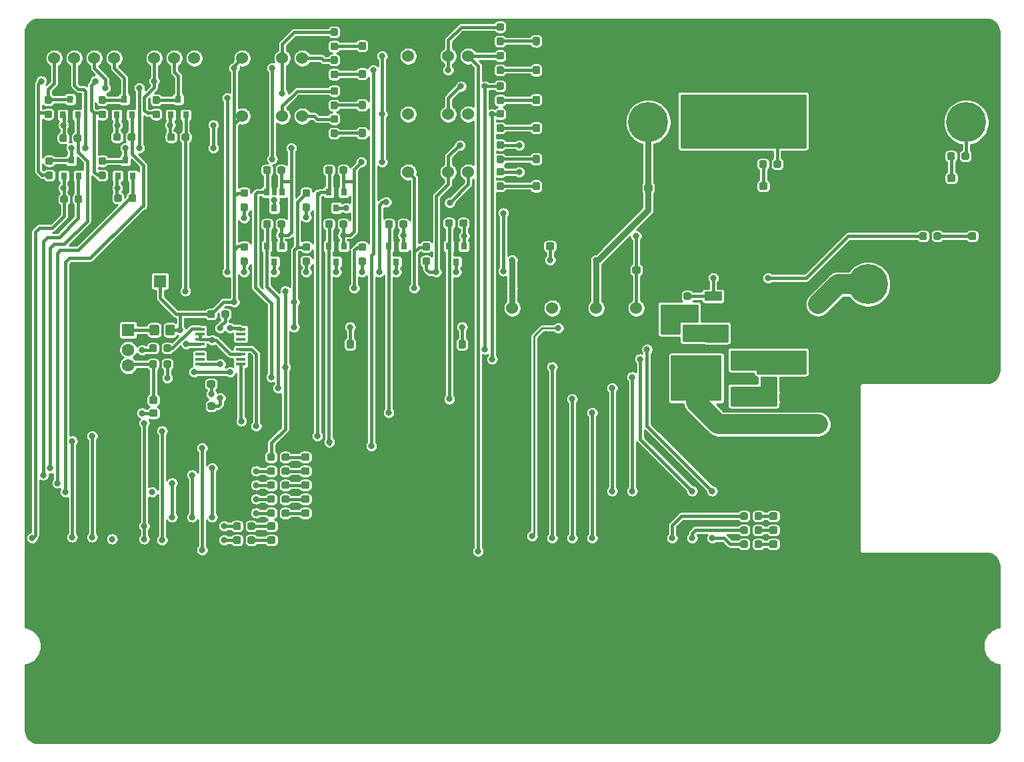
<source format=gbr>
G04 #@! TF.GenerationSoftware,KiCad,Pcbnew,(5.1.4)-1*
G04 #@! TF.CreationDate,2020-11-30T11:01:41-06:00*
G04 #@! TF.ProjectId,SRA_Sensor_Board,5352415f-5365-46e7-936f-725f426f6172,rev?*
G04 #@! TF.SameCoordinates,Original*
G04 #@! TF.FileFunction,Copper,L1,Top*
G04 #@! TF.FilePolarity,Positive*
%FSLAX46Y46*%
G04 Gerber Fmt 4.6, Leading zero omitted, Abs format (unit mm)*
G04 Created by KiCad (PCBNEW (5.1.4)-1) date 2020-11-30 11:01:41*
%MOMM*%
%LPD*%
G04 APERTURE LIST*
%ADD10C,0.100000*%
%ADD11C,0.950000*%
%ADD12C,1.600000*%
%ADD13R,1.600000X1.600000*%
%ADD14C,1.524000*%
%ADD15R,0.800000X0.900000*%
%ADD16C,5.080000*%
%ADD17R,1.200000X0.400000*%
%ADD18O,2.400000X2.400000*%
%ADD19C,2.400000*%
%ADD20R,6.400000X5.800000*%
%ADD21R,2.200000X1.200000*%
%ADD22C,2.999999*%
%ADD23C,1.200000*%
%ADD24C,0.800000*%
%ADD25C,0.381000*%
%ADD26C,0.762000*%
%ADD27C,0.250000*%
%ADD28C,2.540000*%
%ADD29C,0.254000*%
G04 APERTURE END LIST*
D10*
G36*
X127705779Y-117001144D02*
G01*
X127728834Y-117004563D01*
X127751443Y-117010227D01*
X127773387Y-117018079D01*
X127794457Y-117028044D01*
X127814448Y-117040026D01*
X127833168Y-117053910D01*
X127850438Y-117069562D01*
X127866090Y-117086832D01*
X127879974Y-117105552D01*
X127891956Y-117125543D01*
X127901921Y-117146613D01*
X127909773Y-117168557D01*
X127915437Y-117191166D01*
X127918856Y-117214221D01*
X127920000Y-117237500D01*
X127920000Y-117712500D01*
X127918856Y-117735779D01*
X127915437Y-117758834D01*
X127909773Y-117781443D01*
X127901921Y-117803387D01*
X127891956Y-117824457D01*
X127879974Y-117844448D01*
X127866090Y-117863168D01*
X127850438Y-117880438D01*
X127833168Y-117896090D01*
X127814448Y-117909974D01*
X127794457Y-117921956D01*
X127773387Y-117931921D01*
X127751443Y-117939773D01*
X127728834Y-117945437D01*
X127705779Y-117948856D01*
X127682500Y-117950000D01*
X127107500Y-117950000D01*
X127084221Y-117948856D01*
X127061166Y-117945437D01*
X127038557Y-117939773D01*
X127016613Y-117931921D01*
X126995543Y-117921956D01*
X126975552Y-117909974D01*
X126956832Y-117896090D01*
X126939562Y-117880438D01*
X126923910Y-117863168D01*
X126910026Y-117844448D01*
X126898044Y-117824457D01*
X126888079Y-117803387D01*
X126880227Y-117781443D01*
X126874563Y-117758834D01*
X126871144Y-117735779D01*
X126870000Y-117712500D01*
X126870000Y-117237500D01*
X126871144Y-117214221D01*
X126874563Y-117191166D01*
X126880227Y-117168557D01*
X126888079Y-117146613D01*
X126898044Y-117125543D01*
X126910026Y-117105552D01*
X126923910Y-117086832D01*
X126939562Y-117069562D01*
X126956832Y-117053910D01*
X126975552Y-117040026D01*
X126995543Y-117028044D01*
X127016613Y-117018079D01*
X127038557Y-117010227D01*
X127061166Y-117004563D01*
X127084221Y-117001144D01*
X127107500Y-117000000D01*
X127682500Y-117000000D01*
X127705779Y-117001144D01*
X127705779Y-117001144D01*
G37*
D11*
X127395000Y-117475000D03*
D10*
G36*
X129455779Y-117001144D02*
G01*
X129478834Y-117004563D01*
X129501443Y-117010227D01*
X129523387Y-117018079D01*
X129544457Y-117028044D01*
X129564448Y-117040026D01*
X129583168Y-117053910D01*
X129600438Y-117069562D01*
X129616090Y-117086832D01*
X129629974Y-117105552D01*
X129641956Y-117125543D01*
X129651921Y-117146613D01*
X129659773Y-117168557D01*
X129665437Y-117191166D01*
X129668856Y-117214221D01*
X129670000Y-117237500D01*
X129670000Y-117712500D01*
X129668856Y-117735779D01*
X129665437Y-117758834D01*
X129659773Y-117781443D01*
X129651921Y-117803387D01*
X129641956Y-117824457D01*
X129629974Y-117844448D01*
X129616090Y-117863168D01*
X129600438Y-117880438D01*
X129583168Y-117896090D01*
X129564448Y-117909974D01*
X129544457Y-117921956D01*
X129523387Y-117931921D01*
X129501443Y-117939773D01*
X129478834Y-117945437D01*
X129455779Y-117948856D01*
X129432500Y-117950000D01*
X128857500Y-117950000D01*
X128834221Y-117948856D01*
X128811166Y-117945437D01*
X128788557Y-117939773D01*
X128766613Y-117931921D01*
X128745543Y-117921956D01*
X128725552Y-117909974D01*
X128706832Y-117896090D01*
X128689562Y-117880438D01*
X128673910Y-117863168D01*
X128660026Y-117844448D01*
X128648044Y-117824457D01*
X128638079Y-117803387D01*
X128630227Y-117781443D01*
X128624563Y-117758834D01*
X128621144Y-117735779D01*
X128620000Y-117712500D01*
X128620000Y-117237500D01*
X128621144Y-117214221D01*
X128624563Y-117191166D01*
X128630227Y-117168557D01*
X128638079Y-117146613D01*
X128648044Y-117125543D01*
X128660026Y-117105552D01*
X128673910Y-117086832D01*
X128689562Y-117069562D01*
X128706832Y-117053910D01*
X128725552Y-117040026D01*
X128745543Y-117028044D01*
X128766613Y-117018079D01*
X128788557Y-117010227D01*
X128811166Y-117004563D01*
X128834221Y-117001144D01*
X128857500Y-117000000D01*
X129432500Y-117000000D01*
X129455779Y-117001144D01*
X129455779Y-117001144D01*
G37*
D11*
X129145000Y-117475000D03*
D10*
G36*
X127705779Y-118779144D02*
G01*
X127728834Y-118782563D01*
X127751443Y-118788227D01*
X127773387Y-118796079D01*
X127794457Y-118806044D01*
X127814448Y-118818026D01*
X127833168Y-118831910D01*
X127850438Y-118847562D01*
X127866090Y-118864832D01*
X127879974Y-118883552D01*
X127891956Y-118903543D01*
X127901921Y-118924613D01*
X127909773Y-118946557D01*
X127915437Y-118969166D01*
X127918856Y-118992221D01*
X127920000Y-119015500D01*
X127920000Y-119490500D01*
X127918856Y-119513779D01*
X127915437Y-119536834D01*
X127909773Y-119559443D01*
X127901921Y-119581387D01*
X127891956Y-119602457D01*
X127879974Y-119622448D01*
X127866090Y-119641168D01*
X127850438Y-119658438D01*
X127833168Y-119674090D01*
X127814448Y-119687974D01*
X127794457Y-119699956D01*
X127773387Y-119709921D01*
X127751443Y-119717773D01*
X127728834Y-119723437D01*
X127705779Y-119726856D01*
X127682500Y-119728000D01*
X127107500Y-119728000D01*
X127084221Y-119726856D01*
X127061166Y-119723437D01*
X127038557Y-119717773D01*
X127016613Y-119709921D01*
X126995543Y-119699956D01*
X126975552Y-119687974D01*
X126956832Y-119674090D01*
X126939562Y-119658438D01*
X126923910Y-119641168D01*
X126910026Y-119622448D01*
X126898044Y-119602457D01*
X126888079Y-119581387D01*
X126880227Y-119559443D01*
X126874563Y-119536834D01*
X126871144Y-119513779D01*
X126870000Y-119490500D01*
X126870000Y-119015500D01*
X126871144Y-118992221D01*
X126874563Y-118969166D01*
X126880227Y-118946557D01*
X126888079Y-118924613D01*
X126898044Y-118903543D01*
X126910026Y-118883552D01*
X126923910Y-118864832D01*
X126939562Y-118847562D01*
X126956832Y-118831910D01*
X126975552Y-118818026D01*
X126995543Y-118806044D01*
X127016613Y-118796079D01*
X127038557Y-118788227D01*
X127061166Y-118782563D01*
X127084221Y-118779144D01*
X127107500Y-118778000D01*
X127682500Y-118778000D01*
X127705779Y-118779144D01*
X127705779Y-118779144D01*
G37*
D11*
X127395000Y-119253000D03*
D10*
G36*
X129455779Y-118779144D02*
G01*
X129478834Y-118782563D01*
X129501443Y-118788227D01*
X129523387Y-118796079D01*
X129544457Y-118806044D01*
X129564448Y-118818026D01*
X129583168Y-118831910D01*
X129600438Y-118847562D01*
X129616090Y-118864832D01*
X129629974Y-118883552D01*
X129641956Y-118903543D01*
X129651921Y-118924613D01*
X129659773Y-118946557D01*
X129665437Y-118969166D01*
X129668856Y-118992221D01*
X129670000Y-119015500D01*
X129670000Y-119490500D01*
X129668856Y-119513779D01*
X129665437Y-119536834D01*
X129659773Y-119559443D01*
X129651921Y-119581387D01*
X129641956Y-119602457D01*
X129629974Y-119622448D01*
X129616090Y-119641168D01*
X129600438Y-119658438D01*
X129583168Y-119674090D01*
X129564448Y-119687974D01*
X129544457Y-119699956D01*
X129523387Y-119709921D01*
X129501443Y-119717773D01*
X129478834Y-119723437D01*
X129455779Y-119726856D01*
X129432500Y-119728000D01*
X128857500Y-119728000D01*
X128834221Y-119726856D01*
X128811166Y-119723437D01*
X128788557Y-119717773D01*
X128766613Y-119709921D01*
X128745543Y-119699956D01*
X128725552Y-119687974D01*
X128706832Y-119674090D01*
X128689562Y-119658438D01*
X128673910Y-119641168D01*
X128660026Y-119622448D01*
X128648044Y-119602457D01*
X128638079Y-119581387D01*
X128630227Y-119559443D01*
X128624563Y-119536834D01*
X128621144Y-119513779D01*
X128620000Y-119490500D01*
X128620000Y-119015500D01*
X128621144Y-118992221D01*
X128624563Y-118969166D01*
X128630227Y-118946557D01*
X128638079Y-118924613D01*
X128648044Y-118903543D01*
X128660026Y-118883552D01*
X128673910Y-118864832D01*
X128689562Y-118847562D01*
X128706832Y-118831910D01*
X128725552Y-118818026D01*
X128745543Y-118806044D01*
X128766613Y-118796079D01*
X128788557Y-118788227D01*
X128811166Y-118782563D01*
X128834221Y-118779144D01*
X128857500Y-118778000D01*
X129432500Y-118778000D01*
X129455779Y-118779144D01*
X129455779Y-118779144D01*
G37*
D11*
X129145000Y-119253000D03*
D10*
G36*
X127705779Y-120557144D02*
G01*
X127728834Y-120560563D01*
X127751443Y-120566227D01*
X127773387Y-120574079D01*
X127794457Y-120584044D01*
X127814448Y-120596026D01*
X127833168Y-120609910D01*
X127850438Y-120625562D01*
X127866090Y-120642832D01*
X127879974Y-120661552D01*
X127891956Y-120681543D01*
X127901921Y-120702613D01*
X127909773Y-120724557D01*
X127915437Y-120747166D01*
X127918856Y-120770221D01*
X127920000Y-120793500D01*
X127920000Y-121268500D01*
X127918856Y-121291779D01*
X127915437Y-121314834D01*
X127909773Y-121337443D01*
X127901921Y-121359387D01*
X127891956Y-121380457D01*
X127879974Y-121400448D01*
X127866090Y-121419168D01*
X127850438Y-121436438D01*
X127833168Y-121452090D01*
X127814448Y-121465974D01*
X127794457Y-121477956D01*
X127773387Y-121487921D01*
X127751443Y-121495773D01*
X127728834Y-121501437D01*
X127705779Y-121504856D01*
X127682500Y-121506000D01*
X127107500Y-121506000D01*
X127084221Y-121504856D01*
X127061166Y-121501437D01*
X127038557Y-121495773D01*
X127016613Y-121487921D01*
X126995543Y-121477956D01*
X126975552Y-121465974D01*
X126956832Y-121452090D01*
X126939562Y-121436438D01*
X126923910Y-121419168D01*
X126910026Y-121400448D01*
X126898044Y-121380457D01*
X126888079Y-121359387D01*
X126880227Y-121337443D01*
X126874563Y-121314834D01*
X126871144Y-121291779D01*
X126870000Y-121268500D01*
X126870000Y-120793500D01*
X126871144Y-120770221D01*
X126874563Y-120747166D01*
X126880227Y-120724557D01*
X126888079Y-120702613D01*
X126898044Y-120681543D01*
X126910026Y-120661552D01*
X126923910Y-120642832D01*
X126939562Y-120625562D01*
X126956832Y-120609910D01*
X126975552Y-120596026D01*
X126995543Y-120584044D01*
X127016613Y-120574079D01*
X127038557Y-120566227D01*
X127061166Y-120560563D01*
X127084221Y-120557144D01*
X127107500Y-120556000D01*
X127682500Y-120556000D01*
X127705779Y-120557144D01*
X127705779Y-120557144D01*
G37*
D11*
X127395000Y-121031000D03*
D10*
G36*
X129455779Y-120557144D02*
G01*
X129478834Y-120560563D01*
X129501443Y-120566227D01*
X129523387Y-120574079D01*
X129544457Y-120584044D01*
X129564448Y-120596026D01*
X129583168Y-120609910D01*
X129600438Y-120625562D01*
X129616090Y-120642832D01*
X129629974Y-120661552D01*
X129641956Y-120681543D01*
X129651921Y-120702613D01*
X129659773Y-120724557D01*
X129665437Y-120747166D01*
X129668856Y-120770221D01*
X129670000Y-120793500D01*
X129670000Y-121268500D01*
X129668856Y-121291779D01*
X129665437Y-121314834D01*
X129659773Y-121337443D01*
X129651921Y-121359387D01*
X129641956Y-121380457D01*
X129629974Y-121400448D01*
X129616090Y-121419168D01*
X129600438Y-121436438D01*
X129583168Y-121452090D01*
X129564448Y-121465974D01*
X129544457Y-121477956D01*
X129523387Y-121487921D01*
X129501443Y-121495773D01*
X129478834Y-121501437D01*
X129455779Y-121504856D01*
X129432500Y-121506000D01*
X128857500Y-121506000D01*
X128834221Y-121504856D01*
X128811166Y-121501437D01*
X128788557Y-121495773D01*
X128766613Y-121487921D01*
X128745543Y-121477956D01*
X128725552Y-121465974D01*
X128706832Y-121452090D01*
X128689562Y-121436438D01*
X128673910Y-121419168D01*
X128660026Y-121400448D01*
X128648044Y-121380457D01*
X128638079Y-121359387D01*
X128630227Y-121337443D01*
X128624563Y-121314834D01*
X128621144Y-121291779D01*
X128620000Y-121268500D01*
X128620000Y-120793500D01*
X128621144Y-120770221D01*
X128624563Y-120747166D01*
X128630227Y-120724557D01*
X128638079Y-120702613D01*
X128648044Y-120681543D01*
X128660026Y-120661552D01*
X128673910Y-120642832D01*
X128689562Y-120625562D01*
X128706832Y-120609910D01*
X128725552Y-120596026D01*
X128745543Y-120584044D01*
X128766613Y-120574079D01*
X128788557Y-120566227D01*
X128811166Y-120560563D01*
X128834221Y-120557144D01*
X128857500Y-120556000D01*
X129432500Y-120556000D01*
X129455779Y-120557144D01*
X129455779Y-120557144D01*
G37*
D11*
X129145000Y-121031000D03*
D10*
G36*
X127705779Y-122335144D02*
G01*
X127728834Y-122338563D01*
X127751443Y-122344227D01*
X127773387Y-122352079D01*
X127794457Y-122362044D01*
X127814448Y-122374026D01*
X127833168Y-122387910D01*
X127850438Y-122403562D01*
X127866090Y-122420832D01*
X127879974Y-122439552D01*
X127891956Y-122459543D01*
X127901921Y-122480613D01*
X127909773Y-122502557D01*
X127915437Y-122525166D01*
X127918856Y-122548221D01*
X127920000Y-122571500D01*
X127920000Y-123046500D01*
X127918856Y-123069779D01*
X127915437Y-123092834D01*
X127909773Y-123115443D01*
X127901921Y-123137387D01*
X127891956Y-123158457D01*
X127879974Y-123178448D01*
X127866090Y-123197168D01*
X127850438Y-123214438D01*
X127833168Y-123230090D01*
X127814448Y-123243974D01*
X127794457Y-123255956D01*
X127773387Y-123265921D01*
X127751443Y-123273773D01*
X127728834Y-123279437D01*
X127705779Y-123282856D01*
X127682500Y-123284000D01*
X127107500Y-123284000D01*
X127084221Y-123282856D01*
X127061166Y-123279437D01*
X127038557Y-123273773D01*
X127016613Y-123265921D01*
X126995543Y-123255956D01*
X126975552Y-123243974D01*
X126956832Y-123230090D01*
X126939562Y-123214438D01*
X126923910Y-123197168D01*
X126910026Y-123178448D01*
X126898044Y-123158457D01*
X126888079Y-123137387D01*
X126880227Y-123115443D01*
X126874563Y-123092834D01*
X126871144Y-123069779D01*
X126870000Y-123046500D01*
X126870000Y-122571500D01*
X126871144Y-122548221D01*
X126874563Y-122525166D01*
X126880227Y-122502557D01*
X126888079Y-122480613D01*
X126898044Y-122459543D01*
X126910026Y-122439552D01*
X126923910Y-122420832D01*
X126939562Y-122403562D01*
X126956832Y-122387910D01*
X126975552Y-122374026D01*
X126995543Y-122362044D01*
X127016613Y-122352079D01*
X127038557Y-122344227D01*
X127061166Y-122338563D01*
X127084221Y-122335144D01*
X127107500Y-122334000D01*
X127682500Y-122334000D01*
X127705779Y-122335144D01*
X127705779Y-122335144D01*
G37*
D11*
X127395000Y-122809000D03*
D10*
G36*
X129455779Y-122335144D02*
G01*
X129478834Y-122338563D01*
X129501443Y-122344227D01*
X129523387Y-122352079D01*
X129544457Y-122362044D01*
X129564448Y-122374026D01*
X129583168Y-122387910D01*
X129600438Y-122403562D01*
X129616090Y-122420832D01*
X129629974Y-122439552D01*
X129641956Y-122459543D01*
X129651921Y-122480613D01*
X129659773Y-122502557D01*
X129665437Y-122525166D01*
X129668856Y-122548221D01*
X129670000Y-122571500D01*
X129670000Y-123046500D01*
X129668856Y-123069779D01*
X129665437Y-123092834D01*
X129659773Y-123115443D01*
X129651921Y-123137387D01*
X129641956Y-123158457D01*
X129629974Y-123178448D01*
X129616090Y-123197168D01*
X129600438Y-123214438D01*
X129583168Y-123230090D01*
X129564448Y-123243974D01*
X129544457Y-123255956D01*
X129523387Y-123265921D01*
X129501443Y-123273773D01*
X129478834Y-123279437D01*
X129455779Y-123282856D01*
X129432500Y-123284000D01*
X128857500Y-123284000D01*
X128834221Y-123282856D01*
X128811166Y-123279437D01*
X128788557Y-123273773D01*
X128766613Y-123265921D01*
X128745543Y-123255956D01*
X128725552Y-123243974D01*
X128706832Y-123230090D01*
X128689562Y-123214438D01*
X128673910Y-123197168D01*
X128660026Y-123178448D01*
X128648044Y-123158457D01*
X128638079Y-123137387D01*
X128630227Y-123115443D01*
X128624563Y-123092834D01*
X128621144Y-123069779D01*
X128620000Y-123046500D01*
X128620000Y-122571500D01*
X128621144Y-122548221D01*
X128624563Y-122525166D01*
X128630227Y-122502557D01*
X128638079Y-122480613D01*
X128648044Y-122459543D01*
X128660026Y-122439552D01*
X128673910Y-122420832D01*
X128689562Y-122403562D01*
X128706832Y-122387910D01*
X128725552Y-122374026D01*
X128745543Y-122362044D01*
X128766613Y-122352079D01*
X128788557Y-122344227D01*
X128811166Y-122338563D01*
X128834221Y-122335144D01*
X128857500Y-122334000D01*
X129432500Y-122334000D01*
X129455779Y-122335144D01*
X129455779Y-122335144D01*
G37*
D11*
X129145000Y-122809000D03*
D10*
G36*
X127705779Y-115223144D02*
G01*
X127728834Y-115226563D01*
X127751443Y-115232227D01*
X127773387Y-115240079D01*
X127794457Y-115250044D01*
X127814448Y-115262026D01*
X127833168Y-115275910D01*
X127850438Y-115291562D01*
X127866090Y-115308832D01*
X127879974Y-115327552D01*
X127891956Y-115347543D01*
X127901921Y-115368613D01*
X127909773Y-115390557D01*
X127915437Y-115413166D01*
X127918856Y-115436221D01*
X127920000Y-115459500D01*
X127920000Y-115934500D01*
X127918856Y-115957779D01*
X127915437Y-115980834D01*
X127909773Y-116003443D01*
X127901921Y-116025387D01*
X127891956Y-116046457D01*
X127879974Y-116066448D01*
X127866090Y-116085168D01*
X127850438Y-116102438D01*
X127833168Y-116118090D01*
X127814448Y-116131974D01*
X127794457Y-116143956D01*
X127773387Y-116153921D01*
X127751443Y-116161773D01*
X127728834Y-116167437D01*
X127705779Y-116170856D01*
X127682500Y-116172000D01*
X127107500Y-116172000D01*
X127084221Y-116170856D01*
X127061166Y-116167437D01*
X127038557Y-116161773D01*
X127016613Y-116153921D01*
X126995543Y-116143956D01*
X126975552Y-116131974D01*
X126956832Y-116118090D01*
X126939562Y-116102438D01*
X126923910Y-116085168D01*
X126910026Y-116066448D01*
X126898044Y-116046457D01*
X126888079Y-116025387D01*
X126880227Y-116003443D01*
X126874563Y-115980834D01*
X126871144Y-115957779D01*
X126870000Y-115934500D01*
X126870000Y-115459500D01*
X126871144Y-115436221D01*
X126874563Y-115413166D01*
X126880227Y-115390557D01*
X126888079Y-115368613D01*
X126898044Y-115347543D01*
X126910026Y-115327552D01*
X126923910Y-115308832D01*
X126939562Y-115291562D01*
X126956832Y-115275910D01*
X126975552Y-115262026D01*
X126995543Y-115250044D01*
X127016613Y-115240079D01*
X127038557Y-115232227D01*
X127061166Y-115226563D01*
X127084221Y-115223144D01*
X127107500Y-115222000D01*
X127682500Y-115222000D01*
X127705779Y-115223144D01*
X127705779Y-115223144D01*
G37*
D11*
X127395000Y-115697000D03*
D10*
G36*
X129455779Y-115223144D02*
G01*
X129478834Y-115226563D01*
X129501443Y-115232227D01*
X129523387Y-115240079D01*
X129544457Y-115250044D01*
X129564448Y-115262026D01*
X129583168Y-115275910D01*
X129600438Y-115291562D01*
X129616090Y-115308832D01*
X129629974Y-115327552D01*
X129641956Y-115347543D01*
X129651921Y-115368613D01*
X129659773Y-115390557D01*
X129665437Y-115413166D01*
X129668856Y-115436221D01*
X129670000Y-115459500D01*
X129670000Y-115934500D01*
X129668856Y-115957779D01*
X129665437Y-115980834D01*
X129659773Y-116003443D01*
X129651921Y-116025387D01*
X129641956Y-116046457D01*
X129629974Y-116066448D01*
X129616090Y-116085168D01*
X129600438Y-116102438D01*
X129583168Y-116118090D01*
X129564448Y-116131974D01*
X129544457Y-116143956D01*
X129523387Y-116153921D01*
X129501443Y-116161773D01*
X129478834Y-116167437D01*
X129455779Y-116170856D01*
X129432500Y-116172000D01*
X128857500Y-116172000D01*
X128834221Y-116170856D01*
X128811166Y-116167437D01*
X128788557Y-116161773D01*
X128766613Y-116153921D01*
X128745543Y-116143956D01*
X128725552Y-116131974D01*
X128706832Y-116118090D01*
X128689562Y-116102438D01*
X128673910Y-116085168D01*
X128660026Y-116066448D01*
X128648044Y-116046457D01*
X128638079Y-116025387D01*
X128630227Y-116003443D01*
X128624563Y-115980834D01*
X128621144Y-115957779D01*
X128620000Y-115934500D01*
X128620000Y-115459500D01*
X128621144Y-115436221D01*
X128624563Y-115413166D01*
X128630227Y-115390557D01*
X128638079Y-115368613D01*
X128648044Y-115347543D01*
X128660026Y-115327552D01*
X128673910Y-115308832D01*
X128689562Y-115291562D01*
X128706832Y-115275910D01*
X128725552Y-115262026D01*
X128745543Y-115250044D01*
X128766613Y-115240079D01*
X128788557Y-115232227D01*
X128811166Y-115226563D01*
X128834221Y-115223144D01*
X128857500Y-115222000D01*
X129432500Y-115222000D01*
X129455779Y-115223144D01*
X129455779Y-115223144D01*
G37*
D11*
X129145000Y-115697000D03*
D12*
X108966000Y-90845000D03*
D13*
X108966000Y-93345000D03*
D10*
G36*
X156978779Y-73362144D02*
G01*
X157001834Y-73365563D01*
X157024443Y-73371227D01*
X157046387Y-73379079D01*
X157067457Y-73389044D01*
X157087448Y-73401026D01*
X157106168Y-73414910D01*
X157123438Y-73430562D01*
X157139090Y-73447832D01*
X157152974Y-73466552D01*
X157164956Y-73486543D01*
X157174921Y-73507613D01*
X157182773Y-73529557D01*
X157188437Y-73552166D01*
X157191856Y-73575221D01*
X157193000Y-73598500D01*
X157193000Y-74173500D01*
X157191856Y-74196779D01*
X157188437Y-74219834D01*
X157182773Y-74242443D01*
X157174921Y-74264387D01*
X157164956Y-74285457D01*
X157152974Y-74305448D01*
X157139090Y-74324168D01*
X157123438Y-74341438D01*
X157106168Y-74357090D01*
X157087448Y-74370974D01*
X157067457Y-74382956D01*
X157046387Y-74392921D01*
X157024443Y-74400773D01*
X157001834Y-74406437D01*
X156978779Y-74409856D01*
X156955500Y-74411000D01*
X156480500Y-74411000D01*
X156457221Y-74409856D01*
X156434166Y-74406437D01*
X156411557Y-74400773D01*
X156389613Y-74392921D01*
X156368543Y-74382956D01*
X156348552Y-74370974D01*
X156329832Y-74357090D01*
X156312562Y-74341438D01*
X156296910Y-74324168D01*
X156283026Y-74305448D01*
X156271044Y-74285457D01*
X156261079Y-74264387D01*
X156253227Y-74242443D01*
X156247563Y-74219834D01*
X156244144Y-74196779D01*
X156243000Y-74173500D01*
X156243000Y-73598500D01*
X156244144Y-73575221D01*
X156247563Y-73552166D01*
X156253227Y-73529557D01*
X156261079Y-73507613D01*
X156271044Y-73486543D01*
X156283026Y-73466552D01*
X156296910Y-73447832D01*
X156312562Y-73430562D01*
X156329832Y-73414910D01*
X156348552Y-73401026D01*
X156368543Y-73389044D01*
X156389613Y-73379079D01*
X156411557Y-73371227D01*
X156434166Y-73365563D01*
X156457221Y-73362144D01*
X156480500Y-73361000D01*
X156955500Y-73361000D01*
X156978779Y-73362144D01*
X156978779Y-73362144D01*
G37*
D11*
X156718000Y-73886000D03*
D10*
G36*
X156978779Y-71612144D02*
G01*
X157001834Y-71615563D01*
X157024443Y-71621227D01*
X157046387Y-71629079D01*
X157067457Y-71639044D01*
X157087448Y-71651026D01*
X157106168Y-71664910D01*
X157123438Y-71680562D01*
X157139090Y-71697832D01*
X157152974Y-71716552D01*
X157164956Y-71736543D01*
X157174921Y-71757613D01*
X157182773Y-71779557D01*
X157188437Y-71802166D01*
X157191856Y-71825221D01*
X157193000Y-71848500D01*
X157193000Y-72423500D01*
X157191856Y-72446779D01*
X157188437Y-72469834D01*
X157182773Y-72492443D01*
X157174921Y-72514387D01*
X157164956Y-72535457D01*
X157152974Y-72555448D01*
X157139090Y-72574168D01*
X157123438Y-72591438D01*
X157106168Y-72607090D01*
X157087448Y-72620974D01*
X157067457Y-72632956D01*
X157046387Y-72642921D01*
X157024443Y-72650773D01*
X157001834Y-72656437D01*
X156978779Y-72659856D01*
X156955500Y-72661000D01*
X156480500Y-72661000D01*
X156457221Y-72659856D01*
X156434166Y-72656437D01*
X156411557Y-72650773D01*
X156389613Y-72642921D01*
X156368543Y-72632956D01*
X156348552Y-72620974D01*
X156329832Y-72607090D01*
X156312562Y-72591438D01*
X156296910Y-72574168D01*
X156283026Y-72555448D01*
X156271044Y-72535457D01*
X156261079Y-72514387D01*
X156253227Y-72492443D01*
X156247563Y-72469834D01*
X156244144Y-72446779D01*
X156243000Y-72423500D01*
X156243000Y-71848500D01*
X156244144Y-71825221D01*
X156247563Y-71802166D01*
X156253227Y-71779557D01*
X156261079Y-71757613D01*
X156271044Y-71736543D01*
X156283026Y-71716552D01*
X156296910Y-71697832D01*
X156312562Y-71680562D01*
X156329832Y-71664910D01*
X156348552Y-71651026D01*
X156368543Y-71639044D01*
X156389613Y-71629079D01*
X156411557Y-71621227D01*
X156434166Y-71615563D01*
X156457221Y-71612144D01*
X156480500Y-71611000D01*
X156955500Y-71611000D01*
X156978779Y-71612144D01*
X156978779Y-71612144D01*
G37*
D11*
X156718000Y-72136000D03*
D14*
X148082000Y-79502000D03*
X148082000Y-79502000D03*
X145542000Y-79502000D03*
X143002000Y-79502000D03*
X140462000Y-79502000D03*
D15*
X146558000Y-90916000D03*
X145608000Y-88916000D03*
X147508000Y-88916000D03*
X97663000Y-77994000D03*
X98613000Y-79994000D03*
X96713000Y-79994000D03*
X104521000Y-77994000D03*
X105471000Y-79994000D03*
X103571000Y-79994000D03*
X97536000Y-70247000D03*
X98486000Y-72247000D03*
X96586000Y-72247000D03*
X111252000Y-70247000D03*
X112202000Y-72247000D03*
X110302000Y-72247000D03*
X104394000Y-70247000D03*
X105344000Y-72247000D03*
X103444000Y-72247000D03*
D16*
X203454000Y-73177400D03*
X211328000Y-73177400D03*
X163068000Y-73152000D03*
X170942000Y-73152000D03*
X178816000Y-73152000D03*
D17*
X113986000Y-103886000D03*
X113986000Y-103251000D03*
X113986000Y-102616000D03*
X113986000Y-101981000D03*
X113986000Y-101346000D03*
X113986000Y-100711000D03*
X113986000Y-100076000D03*
X113986000Y-99441000D03*
X119186000Y-99441000D03*
X119186000Y-100076000D03*
X119186000Y-100711000D03*
X119186000Y-101346000D03*
X119186000Y-101981000D03*
X119186000Y-102616000D03*
X119186000Y-103251000D03*
X119186000Y-103886000D03*
D14*
X169418000Y-96774000D03*
X166878000Y-96774000D03*
X164338000Y-96774000D03*
X158750000Y-96774000D03*
X156210000Y-96774000D03*
X153670000Y-96774000D03*
D18*
X192532000Y-96266000D03*
D19*
X192532000Y-111506000D03*
D20*
X185488000Y-97536000D03*
D21*
X179188000Y-99816000D03*
X179188000Y-95256000D03*
D20*
X177038000Y-105664000D03*
D21*
X183338000Y-103384000D03*
X183338000Y-107944000D03*
D15*
X131318000Y-90916000D03*
X130368000Y-88916000D03*
X132268000Y-88916000D03*
X123444000Y-90916000D03*
X122494000Y-88916000D03*
X124394000Y-88916000D03*
X131318000Y-84058000D03*
X130368000Y-82058000D03*
X132268000Y-82058000D03*
X123444000Y-84058000D03*
X122494000Y-82058000D03*
X124394000Y-82058000D03*
X138938000Y-90916000D03*
X137988000Y-88916000D03*
X139888000Y-88916000D03*
D12*
X104902000Y-106568000D03*
X104902000Y-104068000D03*
X104902000Y-102068000D03*
D13*
X104902000Y-99568000D03*
D22*
X102192000Y-96498000D03*
X102192000Y-109638000D03*
D10*
G36*
X187141779Y-126272144D02*
G01*
X187164834Y-126275563D01*
X187187443Y-126281227D01*
X187209387Y-126289079D01*
X187230457Y-126299044D01*
X187250448Y-126311026D01*
X187269168Y-126324910D01*
X187286438Y-126340562D01*
X187302090Y-126357832D01*
X187315974Y-126376552D01*
X187327956Y-126396543D01*
X187337921Y-126417613D01*
X187345773Y-126439557D01*
X187351437Y-126462166D01*
X187354856Y-126485221D01*
X187356000Y-126508500D01*
X187356000Y-126983500D01*
X187354856Y-127006779D01*
X187351437Y-127029834D01*
X187345773Y-127052443D01*
X187337921Y-127074387D01*
X187327956Y-127095457D01*
X187315974Y-127115448D01*
X187302090Y-127134168D01*
X187286438Y-127151438D01*
X187269168Y-127167090D01*
X187250448Y-127180974D01*
X187230457Y-127192956D01*
X187209387Y-127202921D01*
X187187443Y-127210773D01*
X187164834Y-127216437D01*
X187141779Y-127219856D01*
X187118500Y-127221000D01*
X186543500Y-127221000D01*
X186520221Y-127219856D01*
X186497166Y-127216437D01*
X186474557Y-127210773D01*
X186452613Y-127202921D01*
X186431543Y-127192956D01*
X186411552Y-127180974D01*
X186392832Y-127167090D01*
X186375562Y-127151438D01*
X186359910Y-127134168D01*
X186346026Y-127115448D01*
X186334044Y-127095457D01*
X186324079Y-127074387D01*
X186316227Y-127052443D01*
X186310563Y-127029834D01*
X186307144Y-127006779D01*
X186306000Y-126983500D01*
X186306000Y-126508500D01*
X186307144Y-126485221D01*
X186310563Y-126462166D01*
X186316227Y-126439557D01*
X186324079Y-126417613D01*
X186334044Y-126396543D01*
X186346026Y-126376552D01*
X186359910Y-126357832D01*
X186375562Y-126340562D01*
X186392832Y-126324910D01*
X186411552Y-126311026D01*
X186431543Y-126299044D01*
X186452613Y-126289079D01*
X186474557Y-126281227D01*
X186497166Y-126275563D01*
X186520221Y-126272144D01*
X186543500Y-126271000D01*
X187118500Y-126271000D01*
X187141779Y-126272144D01*
X187141779Y-126272144D01*
G37*
D11*
X186831000Y-126746000D03*
D10*
G36*
X188891779Y-126272144D02*
G01*
X188914834Y-126275563D01*
X188937443Y-126281227D01*
X188959387Y-126289079D01*
X188980457Y-126299044D01*
X189000448Y-126311026D01*
X189019168Y-126324910D01*
X189036438Y-126340562D01*
X189052090Y-126357832D01*
X189065974Y-126376552D01*
X189077956Y-126396543D01*
X189087921Y-126417613D01*
X189095773Y-126439557D01*
X189101437Y-126462166D01*
X189104856Y-126485221D01*
X189106000Y-126508500D01*
X189106000Y-126983500D01*
X189104856Y-127006779D01*
X189101437Y-127029834D01*
X189095773Y-127052443D01*
X189087921Y-127074387D01*
X189077956Y-127095457D01*
X189065974Y-127115448D01*
X189052090Y-127134168D01*
X189036438Y-127151438D01*
X189019168Y-127167090D01*
X189000448Y-127180974D01*
X188980457Y-127192956D01*
X188959387Y-127202921D01*
X188937443Y-127210773D01*
X188914834Y-127216437D01*
X188891779Y-127219856D01*
X188868500Y-127221000D01*
X188293500Y-127221000D01*
X188270221Y-127219856D01*
X188247166Y-127216437D01*
X188224557Y-127210773D01*
X188202613Y-127202921D01*
X188181543Y-127192956D01*
X188161552Y-127180974D01*
X188142832Y-127167090D01*
X188125562Y-127151438D01*
X188109910Y-127134168D01*
X188096026Y-127115448D01*
X188084044Y-127095457D01*
X188074079Y-127074387D01*
X188066227Y-127052443D01*
X188060563Y-127029834D01*
X188057144Y-127006779D01*
X188056000Y-126983500D01*
X188056000Y-126508500D01*
X188057144Y-126485221D01*
X188060563Y-126462166D01*
X188066227Y-126439557D01*
X188074079Y-126417613D01*
X188084044Y-126396543D01*
X188096026Y-126376552D01*
X188109910Y-126357832D01*
X188125562Y-126340562D01*
X188142832Y-126324910D01*
X188161552Y-126311026D01*
X188181543Y-126299044D01*
X188202613Y-126289079D01*
X188224557Y-126281227D01*
X188247166Y-126275563D01*
X188270221Y-126272144D01*
X188293500Y-126271000D01*
X188868500Y-126271000D01*
X188891779Y-126272144D01*
X188891779Y-126272144D01*
G37*
D11*
X188581000Y-126746000D03*
D10*
G36*
X187141779Y-124494144D02*
G01*
X187164834Y-124497563D01*
X187187443Y-124503227D01*
X187209387Y-124511079D01*
X187230457Y-124521044D01*
X187250448Y-124533026D01*
X187269168Y-124546910D01*
X187286438Y-124562562D01*
X187302090Y-124579832D01*
X187315974Y-124598552D01*
X187327956Y-124618543D01*
X187337921Y-124639613D01*
X187345773Y-124661557D01*
X187351437Y-124684166D01*
X187354856Y-124707221D01*
X187356000Y-124730500D01*
X187356000Y-125205500D01*
X187354856Y-125228779D01*
X187351437Y-125251834D01*
X187345773Y-125274443D01*
X187337921Y-125296387D01*
X187327956Y-125317457D01*
X187315974Y-125337448D01*
X187302090Y-125356168D01*
X187286438Y-125373438D01*
X187269168Y-125389090D01*
X187250448Y-125402974D01*
X187230457Y-125414956D01*
X187209387Y-125424921D01*
X187187443Y-125432773D01*
X187164834Y-125438437D01*
X187141779Y-125441856D01*
X187118500Y-125443000D01*
X186543500Y-125443000D01*
X186520221Y-125441856D01*
X186497166Y-125438437D01*
X186474557Y-125432773D01*
X186452613Y-125424921D01*
X186431543Y-125414956D01*
X186411552Y-125402974D01*
X186392832Y-125389090D01*
X186375562Y-125373438D01*
X186359910Y-125356168D01*
X186346026Y-125337448D01*
X186334044Y-125317457D01*
X186324079Y-125296387D01*
X186316227Y-125274443D01*
X186310563Y-125251834D01*
X186307144Y-125228779D01*
X186306000Y-125205500D01*
X186306000Y-124730500D01*
X186307144Y-124707221D01*
X186310563Y-124684166D01*
X186316227Y-124661557D01*
X186324079Y-124639613D01*
X186334044Y-124618543D01*
X186346026Y-124598552D01*
X186359910Y-124579832D01*
X186375562Y-124562562D01*
X186392832Y-124546910D01*
X186411552Y-124533026D01*
X186431543Y-124521044D01*
X186452613Y-124511079D01*
X186474557Y-124503227D01*
X186497166Y-124497563D01*
X186520221Y-124494144D01*
X186543500Y-124493000D01*
X187118500Y-124493000D01*
X187141779Y-124494144D01*
X187141779Y-124494144D01*
G37*
D11*
X186831000Y-124968000D03*
D10*
G36*
X188891779Y-124494144D02*
G01*
X188914834Y-124497563D01*
X188937443Y-124503227D01*
X188959387Y-124511079D01*
X188980457Y-124521044D01*
X189000448Y-124533026D01*
X189019168Y-124546910D01*
X189036438Y-124562562D01*
X189052090Y-124579832D01*
X189065974Y-124598552D01*
X189077956Y-124618543D01*
X189087921Y-124639613D01*
X189095773Y-124661557D01*
X189101437Y-124684166D01*
X189104856Y-124707221D01*
X189106000Y-124730500D01*
X189106000Y-125205500D01*
X189104856Y-125228779D01*
X189101437Y-125251834D01*
X189095773Y-125274443D01*
X189087921Y-125296387D01*
X189077956Y-125317457D01*
X189065974Y-125337448D01*
X189052090Y-125356168D01*
X189036438Y-125373438D01*
X189019168Y-125389090D01*
X189000448Y-125402974D01*
X188980457Y-125414956D01*
X188959387Y-125424921D01*
X188937443Y-125432773D01*
X188914834Y-125438437D01*
X188891779Y-125441856D01*
X188868500Y-125443000D01*
X188293500Y-125443000D01*
X188270221Y-125441856D01*
X188247166Y-125438437D01*
X188224557Y-125432773D01*
X188202613Y-125424921D01*
X188181543Y-125414956D01*
X188161552Y-125402974D01*
X188142832Y-125389090D01*
X188125562Y-125373438D01*
X188109910Y-125356168D01*
X188096026Y-125337448D01*
X188084044Y-125317457D01*
X188074079Y-125296387D01*
X188066227Y-125274443D01*
X188060563Y-125251834D01*
X188057144Y-125228779D01*
X188056000Y-125205500D01*
X188056000Y-124730500D01*
X188057144Y-124707221D01*
X188060563Y-124684166D01*
X188066227Y-124661557D01*
X188074079Y-124639613D01*
X188084044Y-124618543D01*
X188096026Y-124598552D01*
X188109910Y-124579832D01*
X188125562Y-124562562D01*
X188142832Y-124546910D01*
X188161552Y-124533026D01*
X188181543Y-124521044D01*
X188202613Y-124511079D01*
X188224557Y-124503227D01*
X188247166Y-124497563D01*
X188270221Y-124494144D01*
X188293500Y-124493000D01*
X188868500Y-124493000D01*
X188891779Y-124494144D01*
X188891779Y-124494144D01*
G37*
D11*
X188581000Y-124968000D03*
D10*
G36*
X187141779Y-122716144D02*
G01*
X187164834Y-122719563D01*
X187187443Y-122725227D01*
X187209387Y-122733079D01*
X187230457Y-122743044D01*
X187250448Y-122755026D01*
X187269168Y-122768910D01*
X187286438Y-122784562D01*
X187302090Y-122801832D01*
X187315974Y-122820552D01*
X187327956Y-122840543D01*
X187337921Y-122861613D01*
X187345773Y-122883557D01*
X187351437Y-122906166D01*
X187354856Y-122929221D01*
X187356000Y-122952500D01*
X187356000Y-123427500D01*
X187354856Y-123450779D01*
X187351437Y-123473834D01*
X187345773Y-123496443D01*
X187337921Y-123518387D01*
X187327956Y-123539457D01*
X187315974Y-123559448D01*
X187302090Y-123578168D01*
X187286438Y-123595438D01*
X187269168Y-123611090D01*
X187250448Y-123624974D01*
X187230457Y-123636956D01*
X187209387Y-123646921D01*
X187187443Y-123654773D01*
X187164834Y-123660437D01*
X187141779Y-123663856D01*
X187118500Y-123665000D01*
X186543500Y-123665000D01*
X186520221Y-123663856D01*
X186497166Y-123660437D01*
X186474557Y-123654773D01*
X186452613Y-123646921D01*
X186431543Y-123636956D01*
X186411552Y-123624974D01*
X186392832Y-123611090D01*
X186375562Y-123595438D01*
X186359910Y-123578168D01*
X186346026Y-123559448D01*
X186334044Y-123539457D01*
X186324079Y-123518387D01*
X186316227Y-123496443D01*
X186310563Y-123473834D01*
X186307144Y-123450779D01*
X186306000Y-123427500D01*
X186306000Y-122952500D01*
X186307144Y-122929221D01*
X186310563Y-122906166D01*
X186316227Y-122883557D01*
X186324079Y-122861613D01*
X186334044Y-122840543D01*
X186346026Y-122820552D01*
X186359910Y-122801832D01*
X186375562Y-122784562D01*
X186392832Y-122768910D01*
X186411552Y-122755026D01*
X186431543Y-122743044D01*
X186452613Y-122733079D01*
X186474557Y-122725227D01*
X186497166Y-122719563D01*
X186520221Y-122716144D01*
X186543500Y-122715000D01*
X187118500Y-122715000D01*
X187141779Y-122716144D01*
X187141779Y-122716144D01*
G37*
D11*
X186831000Y-123190000D03*
D10*
G36*
X188891779Y-122716144D02*
G01*
X188914834Y-122719563D01*
X188937443Y-122725227D01*
X188959387Y-122733079D01*
X188980457Y-122743044D01*
X189000448Y-122755026D01*
X189019168Y-122768910D01*
X189036438Y-122784562D01*
X189052090Y-122801832D01*
X189065974Y-122820552D01*
X189077956Y-122840543D01*
X189087921Y-122861613D01*
X189095773Y-122883557D01*
X189101437Y-122906166D01*
X189104856Y-122929221D01*
X189106000Y-122952500D01*
X189106000Y-123427500D01*
X189104856Y-123450779D01*
X189101437Y-123473834D01*
X189095773Y-123496443D01*
X189087921Y-123518387D01*
X189077956Y-123539457D01*
X189065974Y-123559448D01*
X189052090Y-123578168D01*
X189036438Y-123595438D01*
X189019168Y-123611090D01*
X189000448Y-123624974D01*
X188980457Y-123636956D01*
X188959387Y-123646921D01*
X188937443Y-123654773D01*
X188914834Y-123660437D01*
X188891779Y-123663856D01*
X188868500Y-123665000D01*
X188293500Y-123665000D01*
X188270221Y-123663856D01*
X188247166Y-123660437D01*
X188224557Y-123654773D01*
X188202613Y-123646921D01*
X188181543Y-123636956D01*
X188161552Y-123624974D01*
X188142832Y-123611090D01*
X188125562Y-123595438D01*
X188109910Y-123578168D01*
X188096026Y-123559448D01*
X188084044Y-123539457D01*
X188074079Y-123518387D01*
X188066227Y-123496443D01*
X188060563Y-123473834D01*
X188057144Y-123450779D01*
X188056000Y-123427500D01*
X188056000Y-122952500D01*
X188057144Y-122929221D01*
X188060563Y-122906166D01*
X188066227Y-122883557D01*
X188074079Y-122861613D01*
X188084044Y-122840543D01*
X188096026Y-122820552D01*
X188109910Y-122801832D01*
X188125562Y-122784562D01*
X188142832Y-122768910D01*
X188161552Y-122755026D01*
X188181543Y-122743044D01*
X188202613Y-122733079D01*
X188224557Y-122725227D01*
X188247166Y-122719563D01*
X188270221Y-122716144D01*
X188293500Y-122715000D01*
X188868500Y-122715000D01*
X188891779Y-122716144D01*
X188891779Y-122716144D01*
G37*
D11*
X188581000Y-123190000D03*
D10*
G36*
X212400779Y-87156144D02*
G01*
X212423834Y-87159563D01*
X212446443Y-87165227D01*
X212468387Y-87173079D01*
X212489457Y-87183044D01*
X212509448Y-87195026D01*
X212528168Y-87208910D01*
X212545438Y-87224562D01*
X212561090Y-87241832D01*
X212574974Y-87260552D01*
X212586956Y-87280543D01*
X212596921Y-87301613D01*
X212604773Y-87323557D01*
X212610437Y-87346166D01*
X212613856Y-87369221D01*
X212615000Y-87392500D01*
X212615000Y-87867500D01*
X212613856Y-87890779D01*
X212610437Y-87913834D01*
X212604773Y-87936443D01*
X212596921Y-87958387D01*
X212586956Y-87979457D01*
X212574974Y-87999448D01*
X212561090Y-88018168D01*
X212545438Y-88035438D01*
X212528168Y-88051090D01*
X212509448Y-88064974D01*
X212489457Y-88076956D01*
X212468387Y-88086921D01*
X212446443Y-88094773D01*
X212423834Y-88100437D01*
X212400779Y-88103856D01*
X212377500Y-88105000D01*
X211802500Y-88105000D01*
X211779221Y-88103856D01*
X211756166Y-88100437D01*
X211733557Y-88094773D01*
X211711613Y-88086921D01*
X211690543Y-88076956D01*
X211670552Y-88064974D01*
X211651832Y-88051090D01*
X211634562Y-88035438D01*
X211618910Y-88018168D01*
X211605026Y-87999448D01*
X211593044Y-87979457D01*
X211583079Y-87958387D01*
X211575227Y-87936443D01*
X211569563Y-87913834D01*
X211566144Y-87890779D01*
X211565000Y-87867500D01*
X211565000Y-87392500D01*
X211566144Y-87369221D01*
X211569563Y-87346166D01*
X211575227Y-87323557D01*
X211583079Y-87301613D01*
X211593044Y-87280543D01*
X211605026Y-87260552D01*
X211618910Y-87241832D01*
X211634562Y-87224562D01*
X211651832Y-87208910D01*
X211670552Y-87195026D01*
X211690543Y-87183044D01*
X211711613Y-87173079D01*
X211733557Y-87165227D01*
X211756166Y-87159563D01*
X211779221Y-87156144D01*
X211802500Y-87155000D01*
X212377500Y-87155000D01*
X212400779Y-87156144D01*
X212400779Y-87156144D01*
G37*
D11*
X212090000Y-87630000D03*
D10*
G36*
X214150779Y-87156144D02*
G01*
X214173834Y-87159563D01*
X214196443Y-87165227D01*
X214218387Y-87173079D01*
X214239457Y-87183044D01*
X214259448Y-87195026D01*
X214278168Y-87208910D01*
X214295438Y-87224562D01*
X214311090Y-87241832D01*
X214324974Y-87260552D01*
X214336956Y-87280543D01*
X214346921Y-87301613D01*
X214354773Y-87323557D01*
X214360437Y-87346166D01*
X214363856Y-87369221D01*
X214365000Y-87392500D01*
X214365000Y-87867500D01*
X214363856Y-87890779D01*
X214360437Y-87913834D01*
X214354773Y-87936443D01*
X214346921Y-87958387D01*
X214336956Y-87979457D01*
X214324974Y-87999448D01*
X214311090Y-88018168D01*
X214295438Y-88035438D01*
X214278168Y-88051090D01*
X214259448Y-88064974D01*
X214239457Y-88076956D01*
X214218387Y-88086921D01*
X214196443Y-88094773D01*
X214173834Y-88100437D01*
X214150779Y-88103856D01*
X214127500Y-88105000D01*
X213552500Y-88105000D01*
X213529221Y-88103856D01*
X213506166Y-88100437D01*
X213483557Y-88094773D01*
X213461613Y-88086921D01*
X213440543Y-88076956D01*
X213420552Y-88064974D01*
X213401832Y-88051090D01*
X213384562Y-88035438D01*
X213368910Y-88018168D01*
X213355026Y-87999448D01*
X213343044Y-87979457D01*
X213333079Y-87958387D01*
X213325227Y-87936443D01*
X213319563Y-87913834D01*
X213316144Y-87890779D01*
X213315000Y-87867500D01*
X213315000Y-87392500D01*
X213316144Y-87369221D01*
X213319563Y-87346166D01*
X213325227Y-87323557D01*
X213333079Y-87301613D01*
X213343044Y-87280543D01*
X213355026Y-87260552D01*
X213368910Y-87241832D01*
X213384562Y-87224562D01*
X213401832Y-87208910D01*
X213420552Y-87195026D01*
X213440543Y-87183044D01*
X213461613Y-87173079D01*
X213483557Y-87165227D01*
X213506166Y-87159563D01*
X213529221Y-87156144D01*
X213552500Y-87155000D01*
X214127500Y-87155000D01*
X214150779Y-87156144D01*
X214150779Y-87156144D01*
G37*
D11*
X213840000Y-87630000D03*
D10*
G36*
X123387779Y-125764144D02*
G01*
X123410834Y-125767563D01*
X123433443Y-125773227D01*
X123455387Y-125781079D01*
X123476457Y-125791044D01*
X123496448Y-125803026D01*
X123515168Y-125816910D01*
X123532438Y-125832562D01*
X123548090Y-125849832D01*
X123561974Y-125868552D01*
X123573956Y-125888543D01*
X123583921Y-125909613D01*
X123591773Y-125931557D01*
X123597437Y-125954166D01*
X123600856Y-125977221D01*
X123602000Y-126000500D01*
X123602000Y-126475500D01*
X123600856Y-126498779D01*
X123597437Y-126521834D01*
X123591773Y-126544443D01*
X123583921Y-126566387D01*
X123573956Y-126587457D01*
X123561974Y-126607448D01*
X123548090Y-126626168D01*
X123532438Y-126643438D01*
X123515168Y-126659090D01*
X123496448Y-126672974D01*
X123476457Y-126684956D01*
X123455387Y-126694921D01*
X123433443Y-126702773D01*
X123410834Y-126708437D01*
X123387779Y-126711856D01*
X123364500Y-126713000D01*
X122789500Y-126713000D01*
X122766221Y-126711856D01*
X122743166Y-126708437D01*
X122720557Y-126702773D01*
X122698613Y-126694921D01*
X122677543Y-126684956D01*
X122657552Y-126672974D01*
X122638832Y-126659090D01*
X122621562Y-126643438D01*
X122605910Y-126626168D01*
X122592026Y-126607448D01*
X122580044Y-126587457D01*
X122570079Y-126566387D01*
X122562227Y-126544443D01*
X122556563Y-126521834D01*
X122553144Y-126498779D01*
X122552000Y-126475500D01*
X122552000Y-126000500D01*
X122553144Y-125977221D01*
X122556563Y-125954166D01*
X122562227Y-125931557D01*
X122570079Y-125909613D01*
X122580044Y-125888543D01*
X122592026Y-125868552D01*
X122605910Y-125849832D01*
X122621562Y-125832562D01*
X122638832Y-125816910D01*
X122657552Y-125803026D01*
X122677543Y-125791044D01*
X122698613Y-125781079D01*
X122720557Y-125773227D01*
X122743166Y-125767563D01*
X122766221Y-125764144D01*
X122789500Y-125763000D01*
X123364500Y-125763000D01*
X123387779Y-125764144D01*
X123387779Y-125764144D01*
G37*
D11*
X123077000Y-126238000D03*
D10*
G36*
X125137779Y-125764144D02*
G01*
X125160834Y-125767563D01*
X125183443Y-125773227D01*
X125205387Y-125781079D01*
X125226457Y-125791044D01*
X125246448Y-125803026D01*
X125265168Y-125816910D01*
X125282438Y-125832562D01*
X125298090Y-125849832D01*
X125311974Y-125868552D01*
X125323956Y-125888543D01*
X125333921Y-125909613D01*
X125341773Y-125931557D01*
X125347437Y-125954166D01*
X125350856Y-125977221D01*
X125352000Y-126000500D01*
X125352000Y-126475500D01*
X125350856Y-126498779D01*
X125347437Y-126521834D01*
X125341773Y-126544443D01*
X125333921Y-126566387D01*
X125323956Y-126587457D01*
X125311974Y-126607448D01*
X125298090Y-126626168D01*
X125282438Y-126643438D01*
X125265168Y-126659090D01*
X125246448Y-126672974D01*
X125226457Y-126684956D01*
X125205387Y-126694921D01*
X125183443Y-126702773D01*
X125160834Y-126708437D01*
X125137779Y-126711856D01*
X125114500Y-126713000D01*
X124539500Y-126713000D01*
X124516221Y-126711856D01*
X124493166Y-126708437D01*
X124470557Y-126702773D01*
X124448613Y-126694921D01*
X124427543Y-126684956D01*
X124407552Y-126672974D01*
X124388832Y-126659090D01*
X124371562Y-126643438D01*
X124355910Y-126626168D01*
X124342026Y-126607448D01*
X124330044Y-126587457D01*
X124320079Y-126566387D01*
X124312227Y-126544443D01*
X124306563Y-126521834D01*
X124303144Y-126498779D01*
X124302000Y-126475500D01*
X124302000Y-126000500D01*
X124303144Y-125977221D01*
X124306563Y-125954166D01*
X124312227Y-125931557D01*
X124320079Y-125909613D01*
X124330044Y-125888543D01*
X124342026Y-125868552D01*
X124355910Y-125849832D01*
X124371562Y-125832562D01*
X124388832Y-125816910D01*
X124407552Y-125803026D01*
X124427543Y-125791044D01*
X124448613Y-125781079D01*
X124470557Y-125773227D01*
X124493166Y-125767563D01*
X124516221Y-125764144D01*
X124539500Y-125763000D01*
X125114500Y-125763000D01*
X125137779Y-125764144D01*
X125137779Y-125764144D01*
G37*
D11*
X124827000Y-126238000D03*
D10*
G36*
X123387779Y-123986144D02*
G01*
X123410834Y-123989563D01*
X123433443Y-123995227D01*
X123455387Y-124003079D01*
X123476457Y-124013044D01*
X123496448Y-124025026D01*
X123515168Y-124038910D01*
X123532438Y-124054562D01*
X123548090Y-124071832D01*
X123561974Y-124090552D01*
X123573956Y-124110543D01*
X123583921Y-124131613D01*
X123591773Y-124153557D01*
X123597437Y-124176166D01*
X123600856Y-124199221D01*
X123602000Y-124222500D01*
X123602000Y-124697500D01*
X123600856Y-124720779D01*
X123597437Y-124743834D01*
X123591773Y-124766443D01*
X123583921Y-124788387D01*
X123573956Y-124809457D01*
X123561974Y-124829448D01*
X123548090Y-124848168D01*
X123532438Y-124865438D01*
X123515168Y-124881090D01*
X123496448Y-124894974D01*
X123476457Y-124906956D01*
X123455387Y-124916921D01*
X123433443Y-124924773D01*
X123410834Y-124930437D01*
X123387779Y-124933856D01*
X123364500Y-124935000D01*
X122789500Y-124935000D01*
X122766221Y-124933856D01*
X122743166Y-124930437D01*
X122720557Y-124924773D01*
X122698613Y-124916921D01*
X122677543Y-124906956D01*
X122657552Y-124894974D01*
X122638832Y-124881090D01*
X122621562Y-124865438D01*
X122605910Y-124848168D01*
X122592026Y-124829448D01*
X122580044Y-124809457D01*
X122570079Y-124788387D01*
X122562227Y-124766443D01*
X122556563Y-124743834D01*
X122553144Y-124720779D01*
X122552000Y-124697500D01*
X122552000Y-124222500D01*
X122553144Y-124199221D01*
X122556563Y-124176166D01*
X122562227Y-124153557D01*
X122570079Y-124131613D01*
X122580044Y-124110543D01*
X122592026Y-124090552D01*
X122605910Y-124071832D01*
X122621562Y-124054562D01*
X122638832Y-124038910D01*
X122657552Y-124025026D01*
X122677543Y-124013044D01*
X122698613Y-124003079D01*
X122720557Y-123995227D01*
X122743166Y-123989563D01*
X122766221Y-123986144D01*
X122789500Y-123985000D01*
X123364500Y-123985000D01*
X123387779Y-123986144D01*
X123387779Y-123986144D01*
G37*
D11*
X123077000Y-124460000D03*
D10*
G36*
X125137779Y-123986144D02*
G01*
X125160834Y-123989563D01*
X125183443Y-123995227D01*
X125205387Y-124003079D01*
X125226457Y-124013044D01*
X125246448Y-124025026D01*
X125265168Y-124038910D01*
X125282438Y-124054562D01*
X125298090Y-124071832D01*
X125311974Y-124090552D01*
X125323956Y-124110543D01*
X125333921Y-124131613D01*
X125341773Y-124153557D01*
X125347437Y-124176166D01*
X125350856Y-124199221D01*
X125352000Y-124222500D01*
X125352000Y-124697500D01*
X125350856Y-124720779D01*
X125347437Y-124743834D01*
X125341773Y-124766443D01*
X125333921Y-124788387D01*
X125323956Y-124809457D01*
X125311974Y-124829448D01*
X125298090Y-124848168D01*
X125282438Y-124865438D01*
X125265168Y-124881090D01*
X125246448Y-124894974D01*
X125226457Y-124906956D01*
X125205387Y-124916921D01*
X125183443Y-124924773D01*
X125160834Y-124930437D01*
X125137779Y-124933856D01*
X125114500Y-124935000D01*
X124539500Y-124935000D01*
X124516221Y-124933856D01*
X124493166Y-124930437D01*
X124470557Y-124924773D01*
X124448613Y-124916921D01*
X124427543Y-124906956D01*
X124407552Y-124894974D01*
X124388832Y-124881090D01*
X124371562Y-124865438D01*
X124355910Y-124848168D01*
X124342026Y-124829448D01*
X124330044Y-124809457D01*
X124320079Y-124788387D01*
X124312227Y-124766443D01*
X124306563Y-124743834D01*
X124303144Y-124720779D01*
X124302000Y-124697500D01*
X124302000Y-124222500D01*
X124303144Y-124199221D01*
X124306563Y-124176166D01*
X124312227Y-124153557D01*
X124320079Y-124131613D01*
X124330044Y-124110543D01*
X124342026Y-124090552D01*
X124355910Y-124071832D01*
X124371562Y-124054562D01*
X124388832Y-124038910D01*
X124407552Y-124025026D01*
X124427543Y-124013044D01*
X124448613Y-124003079D01*
X124470557Y-123995227D01*
X124493166Y-123989563D01*
X124516221Y-123986144D01*
X124539500Y-123985000D01*
X125114500Y-123985000D01*
X125137779Y-123986144D01*
X125137779Y-123986144D01*
G37*
D11*
X124827000Y-124460000D03*
D10*
G36*
X156978779Y-69806144D02*
G01*
X157001834Y-69809563D01*
X157024443Y-69815227D01*
X157046387Y-69823079D01*
X157067457Y-69833044D01*
X157087448Y-69845026D01*
X157106168Y-69858910D01*
X157123438Y-69874562D01*
X157139090Y-69891832D01*
X157152974Y-69910552D01*
X157164956Y-69930543D01*
X157174921Y-69951613D01*
X157182773Y-69973557D01*
X157188437Y-69996166D01*
X157191856Y-70019221D01*
X157193000Y-70042500D01*
X157193000Y-70617500D01*
X157191856Y-70640779D01*
X157188437Y-70663834D01*
X157182773Y-70686443D01*
X157174921Y-70708387D01*
X157164956Y-70729457D01*
X157152974Y-70749448D01*
X157139090Y-70768168D01*
X157123438Y-70785438D01*
X157106168Y-70801090D01*
X157087448Y-70814974D01*
X157067457Y-70826956D01*
X157046387Y-70836921D01*
X157024443Y-70844773D01*
X157001834Y-70850437D01*
X156978779Y-70853856D01*
X156955500Y-70855000D01*
X156480500Y-70855000D01*
X156457221Y-70853856D01*
X156434166Y-70850437D01*
X156411557Y-70844773D01*
X156389613Y-70836921D01*
X156368543Y-70826956D01*
X156348552Y-70814974D01*
X156329832Y-70801090D01*
X156312562Y-70785438D01*
X156296910Y-70768168D01*
X156283026Y-70749448D01*
X156271044Y-70729457D01*
X156261079Y-70708387D01*
X156253227Y-70686443D01*
X156247563Y-70663834D01*
X156244144Y-70640779D01*
X156243000Y-70617500D01*
X156243000Y-70042500D01*
X156244144Y-70019221D01*
X156247563Y-69996166D01*
X156253227Y-69973557D01*
X156261079Y-69951613D01*
X156271044Y-69930543D01*
X156283026Y-69910552D01*
X156296910Y-69891832D01*
X156312562Y-69874562D01*
X156329832Y-69858910D01*
X156348552Y-69845026D01*
X156368543Y-69833044D01*
X156389613Y-69823079D01*
X156411557Y-69815227D01*
X156434166Y-69809563D01*
X156457221Y-69806144D01*
X156480500Y-69805000D01*
X156955500Y-69805000D01*
X156978779Y-69806144D01*
X156978779Y-69806144D01*
G37*
D11*
X156718000Y-70330000D03*
D10*
G36*
X156978779Y-68056144D02*
G01*
X157001834Y-68059563D01*
X157024443Y-68065227D01*
X157046387Y-68073079D01*
X157067457Y-68083044D01*
X157087448Y-68095026D01*
X157106168Y-68108910D01*
X157123438Y-68124562D01*
X157139090Y-68141832D01*
X157152974Y-68160552D01*
X157164956Y-68180543D01*
X157174921Y-68201613D01*
X157182773Y-68223557D01*
X157188437Y-68246166D01*
X157191856Y-68269221D01*
X157193000Y-68292500D01*
X157193000Y-68867500D01*
X157191856Y-68890779D01*
X157188437Y-68913834D01*
X157182773Y-68936443D01*
X157174921Y-68958387D01*
X157164956Y-68979457D01*
X157152974Y-68999448D01*
X157139090Y-69018168D01*
X157123438Y-69035438D01*
X157106168Y-69051090D01*
X157087448Y-69064974D01*
X157067457Y-69076956D01*
X157046387Y-69086921D01*
X157024443Y-69094773D01*
X157001834Y-69100437D01*
X156978779Y-69103856D01*
X156955500Y-69105000D01*
X156480500Y-69105000D01*
X156457221Y-69103856D01*
X156434166Y-69100437D01*
X156411557Y-69094773D01*
X156389613Y-69086921D01*
X156368543Y-69076956D01*
X156348552Y-69064974D01*
X156329832Y-69051090D01*
X156312562Y-69035438D01*
X156296910Y-69018168D01*
X156283026Y-68999448D01*
X156271044Y-68979457D01*
X156261079Y-68958387D01*
X156253227Y-68936443D01*
X156247563Y-68913834D01*
X156244144Y-68890779D01*
X156243000Y-68867500D01*
X156243000Y-68292500D01*
X156244144Y-68269221D01*
X156247563Y-68246166D01*
X156253227Y-68223557D01*
X156261079Y-68201613D01*
X156271044Y-68180543D01*
X156283026Y-68160552D01*
X156296910Y-68141832D01*
X156312562Y-68124562D01*
X156329832Y-68108910D01*
X156348552Y-68095026D01*
X156368543Y-68083044D01*
X156389613Y-68073079D01*
X156411557Y-68065227D01*
X156434166Y-68059563D01*
X156457221Y-68056144D01*
X156480500Y-68055000D01*
X156955500Y-68055000D01*
X156978779Y-68056144D01*
X156978779Y-68056144D01*
G37*
D11*
X156718000Y-68580000D03*
D10*
G36*
X156978779Y-80756144D02*
G01*
X157001834Y-80759563D01*
X157024443Y-80765227D01*
X157046387Y-80773079D01*
X157067457Y-80783044D01*
X157087448Y-80795026D01*
X157106168Y-80808910D01*
X157123438Y-80824562D01*
X157139090Y-80841832D01*
X157152974Y-80860552D01*
X157164956Y-80880543D01*
X157174921Y-80901613D01*
X157182773Y-80923557D01*
X157188437Y-80946166D01*
X157191856Y-80969221D01*
X157193000Y-80992500D01*
X157193000Y-81567500D01*
X157191856Y-81590779D01*
X157188437Y-81613834D01*
X157182773Y-81636443D01*
X157174921Y-81658387D01*
X157164956Y-81679457D01*
X157152974Y-81699448D01*
X157139090Y-81718168D01*
X157123438Y-81735438D01*
X157106168Y-81751090D01*
X157087448Y-81764974D01*
X157067457Y-81776956D01*
X157046387Y-81786921D01*
X157024443Y-81794773D01*
X157001834Y-81800437D01*
X156978779Y-81803856D01*
X156955500Y-81805000D01*
X156480500Y-81805000D01*
X156457221Y-81803856D01*
X156434166Y-81800437D01*
X156411557Y-81794773D01*
X156389613Y-81786921D01*
X156368543Y-81776956D01*
X156348552Y-81764974D01*
X156329832Y-81751090D01*
X156312562Y-81735438D01*
X156296910Y-81718168D01*
X156283026Y-81699448D01*
X156271044Y-81679457D01*
X156261079Y-81658387D01*
X156253227Y-81636443D01*
X156247563Y-81613834D01*
X156244144Y-81590779D01*
X156243000Y-81567500D01*
X156243000Y-80992500D01*
X156244144Y-80969221D01*
X156247563Y-80946166D01*
X156253227Y-80923557D01*
X156261079Y-80901613D01*
X156271044Y-80880543D01*
X156283026Y-80860552D01*
X156296910Y-80841832D01*
X156312562Y-80824562D01*
X156329832Y-80808910D01*
X156348552Y-80795026D01*
X156368543Y-80783044D01*
X156389613Y-80773079D01*
X156411557Y-80765227D01*
X156434166Y-80759563D01*
X156457221Y-80756144D01*
X156480500Y-80755000D01*
X156955500Y-80755000D01*
X156978779Y-80756144D01*
X156978779Y-80756144D01*
G37*
D11*
X156718000Y-81280000D03*
D10*
G36*
X156978779Y-79006144D02*
G01*
X157001834Y-79009563D01*
X157024443Y-79015227D01*
X157046387Y-79023079D01*
X157067457Y-79033044D01*
X157087448Y-79045026D01*
X157106168Y-79058910D01*
X157123438Y-79074562D01*
X157139090Y-79091832D01*
X157152974Y-79110552D01*
X157164956Y-79130543D01*
X157174921Y-79151613D01*
X157182773Y-79173557D01*
X157188437Y-79196166D01*
X157191856Y-79219221D01*
X157193000Y-79242500D01*
X157193000Y-79817500D01*
X157191856Y-79840779D01*
X157188437Y-79863834D01*
X157182773Y-79886443D01*
X157174921Y-79908387D01*
X157164956Y-79929457D01*
X157152974Y-79949448D01*
X157139090Y-79968168D01*
X157123438Y-79985438D01*
X157106168Y-80001090D01*
X157087448Y-80014974D01*
X157067457Y-80026956D01*
X157046387Y-80036921D01*
X157024443Y-80044773D01*
X157001834Y-80050437D01*
X156978779Y-80053856D01*
X156955500Y-80055000D01*
X156480500Y-80055000D01*
X156457221Y-80053856D01*
X156434166Y-80050437D01*
X156411557Y-80044773D01*
X156389613Y-80036921D01*
X156368543Y-80026956D01*
X156348552Y-80014974D01*
X156329832Y-80001090D01*
X156312562Y-79985438D01*
X156296910Y-79968168D01*
X156283026Y-79949448D01*
X156271044Y-79929457D01*
X156261079Y-79908387D01*
X156253227Y-79886443D01*
X156247563Y-79863834D01*
X156244144Y-79840779D01*
X156243000Y-79817500D01*
X156243000Y-79242500D01*
X156244144Y-79219221D01*
X156247563Y-79196166D01*
X156253227Y-79173557D01*
X156261079Y-79151613D01*
X156271044Y-79130543D01*
X156283026Y-79110552D01*
X156296910Y-79091832D01*
X156312562Y-79074562D01*
X156329832Y-79058910D01*
X156348552Y-79045026D01*
X156368543Y-79033044D01*
X156389613Y-79023079D01*
X156411557Y-79015227D01*
X156434166Y-79009563D01*
X156457221Y-79006144D01*
X156480500Y-79005000D01*
X156955500Y-79005000D01*
X156978779Y-79006144D01*
X156978779Y-79006144D01*
G37*
D11*
X156718000Y-79530000D03*
D10*
G36*
X156978779Y-77313144D02*
G01*
X157001834Y-77316563D01*
X157024443Y-77322227D01*
X157046387Y-77330079D01*
X157067457Y-77340044D01*
X157087448Y-77352026D01*
X157106168Y-77365910D01*
X157123438Y-77381562D01*
X157139090Y-77398832D01*
X157152974Y-77417552D01*
X157164956Y-77437543D01*
X157174921Y-77458613D01*
X157182773Y-77480557D01*
X157188437Y-77503166D01*
X157191856Y-77526221D01*
X157193000Y-77549500D01*
X157193000Y-78124500D01*
X157191856Y-78147779D01*
X157188437Y-78170834D01*
X157182773Y-78193443D01*
X157174921Y-78215387D01*
X157164956Y-78236457D01*
X157152974Y-78256448D01*
X157139090Y-78275168D01*
X157123438Y-78292438D01*
X157106168Y-78308090D01*
X157087448Y-78321974D01*
X157067457Y-78333956D01*
X157046387Y-78343921D01*
X157024443Y-78351773D01*
X157001834Y-78357437D01*
X156978779Y-78360856D01*
X156955500Y-78362000D01*
X156480500Y-78362000D01*
X156457221Y-78360856D01*
X156434166Y-78357437D01*
X156411557Y-78351773D01*
X156389613Y-78343921D01*
X156368543Y-78333956D01*
X156348552Y-78321974D01*
X156329832Y-78308090D01*
X156312562Y-78292438D01*
X156296910Y-78275168D01*
X156283026Y-78256448D01*
X156271044Y-78236457D01*
X156261079Y-78215387D01*
X156253227Y-78193443D01*
X156247563Y-78170834D01*
X156244144Y-78147779D01*
X156243000Y-78124500D01*
X156243000Y-77549500D01*
X156244144Y-77526221D01*
X156247563Y-77503166D01*
X156253227Y-77480557D01*
X156261079Y-77458613D01*
X156271044Y-77437543D01*
X156283026Y-77417552D01*
X156296910Y-77398832D01*
X156312562Y-77381562D01*
X156329832Y-77365910D01*
X156348552Y-77352026D01*
X156368543Y-77340044D01*
X156389613Y-77330079D01*
X156411557Y-77322227D01*
X156434166Y-77316563D01*
X156457221Y-77313144D01*
X156480500Y-77312000D01*
X156955500Y-77312000D01*
X156978779Y-77313144D01*
X156978779Y-77313144D01*
G37*
D11*
X156718000Y-77837000D03*
D10*
G36*
X156978779Y-75563144D02*
G01*
X157001834Y-75566563D01*
X157024443Y-75572227D01*
X157046387Y-75580079D01*
X157067457Y-75590044D01*
X157087448Y-75602026D01*
X157106168Y-75615910D01*
X157123438Y-75631562D01*
X157139090Y-75648832D01*
X157152974Y-75667552D01*
X157164956Y-75687543D01*
X157174921Y-75708613D01*
X157182773Y-75730557D01*
X157188437Y-75753166D01*
X157191856Y-75776221D01*
X157193000Y-75799500D01*
X157193000Y-76374500D01*
X157191856Y-76397779D01*
X157188437Y-76420834D01*
X157182773Y-76443443D01*
X157174921Y-76465387D01*
X157164956Y-76486457D01*
X157152974Y-76506448D01*
X157139090Y-76525168D01*
X157123438Y-76542438D01*
X157106168Y-76558090D01*
X157087448Y-76571974D01*
X157067457Y-76583956D01*
X157046387Y-76593921D01*
X157024443Y-76601773D01*
X157001834Y-76607437D01*
X156978779Y-76610856D01*
X156955500Y-76612000D01*
X156480500Y-76612000D01*
X156457221Y-76610856D01*
X156434166Y-76607437D01*
X156411557Y-76601773D01*
X156389613Y-76593921D01*
X156368543Y-76583956D01*
X156348552Y-76571974D01*
X156329832Y-76558090D01*
X156312562Y-76542438D01*
X156296910Y-76525168D01*
X156283026Y-76506448D01*
X156271044Y-76486457D01*
X156261079Y-76465387D01*
X156253227Y-76443443D01*
X156247563Y-76420834D01*
X156244144Y-76397779D01*
X156243000Y-76374500D01*
X156243000Y-75799500D01*
X156244144Y-75776221D01*
X156247563Y-75753166D01*
X156253227Y-75730557D01*
X156261079Y-75708613D01*
X156271044Y-75687543D01*
X156283026Y-75667552D01*
X156296910Y-75648832D01*
X156312562Y-75631562D01*
X156329832Y-75615910D01*
X156348552Y-75602026D01*
X156368543Y-75590044D01*
X156389613Y-75580079D01*
X156411557Y-75572227D01*
X156434166Y-75566563D01*
X156457221Y-75563144D01*
X156480500Y-75562000D01*
X156955500Y-75562000D01*
X156978779Y-75563144D01*
X156978779Y-75563144D01*
G37*
D11*
X156718000Y-76087000D03*
D10*
G36*
X134880779Y-74011144D02*
G01*
X134903834Y-74014563D01*
X134926443Y-74020227D01*
X134948387Y-74028079D01*
X134969457Y-74038044D01*
X134989448Y-74050026D01*
X135008168Y-74063910D01*
X135025438Y-74079562D01*
X135041090Y-74096832D01*
X135054974Y-74115552D01*
X135066956Y-74135543D01*
X135076921Y-74156613D01*
X135084773Y-74178557D01*
X135090437Y-74201166D01*
X135093856Y-74224221D01*
X135095000Y-74247500D01*
X135095000Y-74822500D01*
X135093856Y-74845779D01*
X135090437Y-74868834D01*
X135084773Y-74891443D01*
X135076921Y-74913387D01*
X135066956Y-74934457D01*
X135054974Y-74954448D01*
X135041090Y-74973168D01*
X135025438Y-74990438D01*
X135008168Y-75006090D01*
X134989448Y-75019974D01*
X134969457Y-75031956D01*
X134948387Y-75041921D01*
X134926443Y-75049773D01*
X134903834Y-75055437D01*
X134880779Y-75058856D01*
X134857500Y-75060000D01*
X134382500Y-75060000D01*
X134359221Y-75058856D01*
X134336166Y-75055437D01*
X134313557Y-75049773D01*
X134291613Y-75041921D01*
X134270543Y-75031956D01*
X134250552Y-75019974D01*
X134231832Y-75006090D01*
X134214562Y-74990438D01*
X134198910Y-74973168D01*
X134185026Y-74954448D01*
X134173044Y-74934457D01*
X134163079Y-74913387D01*
X134155227Y-74891443D01*
X134149563Y-74868834D01*
X134146144Y-74845779D01*
X134145000Y-74822500D01*
X134145000Y-74247500D01*
X134146144Y-74224221D01*
X134149563Y-74201166D01*
X134155227Y-74178557D01*
X134163079Y-74156613D01*
X134173044Y-74135543D01*
X134185026Y-74115552D01*
X134198910Y-74096832D01*
X134214562Y-74079562D01*
X134231832Y-74063910D01*
X134250552Y-74050026D01*
X134270543Y-74038044D01*
X134291613Y-74028079D01*
X134313557Y-74020227D01*
X134336166Y-74014563D01*
X134359221Y-74011144D01*
X134382500Y-74010000D01*
X134857500Y-74010000D01*
X134880779Y-74011144D01*
X134880779Y-74011144D01*
G37*
D11*
X134620000Y-74535000D03*
D10*
G36*
X134880779Y-72261144D02*
G01*
X134903834Y-72264563D01*
X134926443Y-72270227D01*
X134948387Y-72278079D01*
X134969457Y-72288044D01*
X134989448Y-72300026D01*
X135008168Y-72313910D01*
X135025438Y-72329562D01*
X135041090Y-72346832D01*
X135054974Y-72365552D01*
X135066956Y-72385543D01*
X135076921Y-72406613D01*
X135084773Y-72428557D01*
X135090437Y-72451166D01*
X135093856Y-72474221D01*
X135095000Y-72497500D01*
X135095000Y-73072500D01*
X135093856Y-73095779D01*
X135090437Y-73118834D01*
X135084773Y-73141443D01*
X135076921Y-73163387D01*
X135066956Y-73184457D01*
X135054974Y-73204448D01*
X135041090Y-73223168D01*
X135025438Y-73240438D01*
X135008168Y-73256090D01*
X134989448Y-73269974D01*
X134969457Y-73281956D01*
X134948387Y-73291921D01*
X134926443Y-73299773D01*
X134903834Y-73305437D01*
X134880779Y-73308856D01*
X134857500Y-73310000D01*
X134382500Y-73310000D01*
X134359221Y-73308856D01*
X134336166Y-73305437D01*
X134313557Y-73299773D01*
X134291613Y-73291921D01*
X134270543Y-73281956D01*
X134250552Y-73269974D01*
X134231832Y-73256090D01*
X134214562Y-73240438D01*
X134198910Y-73223168D01*
X134185026Y-73204448D01*
X134173044Y-73184457D01*
X134163079Y-73163387D01*
X134155227Y-73141443D01*
X134149563Y-73118834D01*
X134146144Y-73095779D01*
X134145000Y-73072500D01*
X134145000Y-72497500D01*
X134146144Y-72474221D01*
X134149563Y-72451166D01*
X134155227Y-72428557D01*
X134163079Y-72406613D01*
X134173044Y-72385543D01*
X134185026Y-72365552D01*
X134198910Y-72346832D01*
X134214562Y-72329562D01*
X134231832Y-72313910D01*
X134250552Y-72300026D01*
X134270543Y-72288044D01*
X134291613Y-72278079D01*
X134313557Y-72270227D01*
X134336166Y-72264563D01*
X134359221Y-72261144D01*
X134382500Y-72260000D01*
X134857500Y-72260000D01*
X134880779Y-72261144D01*
X134880779Y-72261144D01*
G37*
D11*
X134620000Y-72785000D03*
D10*
G36*
X134880779Y-70455144D02*
G01*
X134903834Y-70458563D01*
X134926443Y-70464227D01*
X134948387Y-70472079D01*
X134969457Y-70482044D01*
X134989448Y-70494026D01*
X135008168Y-70507910D01*
X135025438Y-70523562D01*
X135041090Y-70540832D01*
X135054974Y-70559552D01*
X135066956Y-70579543D01*
X135076921Y-70600613D01*
X135084773Y-70622557D01*
X135090437Y-70645166D01*
X135093856Y-70668221D01*
X135095000Y-70691500D01*
X135095000Y-71266500D01*
X135093856Y-71289779D01*
X135090437Y-71312834D01*
X135084773Y-71335443D01*
X135076921Y-71357387D01*
X135066956Y-71378457D01*
X135054974Y-71398448D01*
X135041090Y-71417168D01*
X135025438Y-71434438D01*
X135008168Y-71450090D01*
X134989448Y-71463974D01*
X134969457Y-71475956D01*
X134948387Y-71485921D01*
X134926443Y-71493773D01*
X134903834Y-71499437D01*
X134880779Y-71502856D01*
X134857500Y-71504000D01*
X134382500Y-71504000D01*
X134359221Y-71502856D01*
X134336166Y-71499437D01*
X134313557Y-71493773D01*
X134291613Y-71485921D01*
X134270543Y-71475956D01*
X134250552Y-71463974D01*
X134231832Y-71450090D01*
X134214562Y-71434438D01*
X134198910Y-71417168D01*
X134185026Y-71398448D01*
X134173044Y-71378457D01*
X134163079Y-71357387D01*
X134155227Y-71335443D01*
X134149563Y-71312834D01*
X134146144Y-71289779D01*
X134145000Y-71266500D01*
X134145000Y-70691500D01*
X134146144Y-70668221D01*
X134149563Y-70645166D01*
X134155227Y-70622557D01*
X134163079Y-70600613D01*
X134173044Y-70579543D01*
X134185026Y-70559552D01*
X134198910Y-70540832D01*
X134214562Y-70523562D01*
X134231832Y-70507910D01*
X134250552Y-70494026D01*
X134270543Y-70482044D01*
X134291613Y-70472079D01*
X134313557Y-70464227D01*
X134336166Y-70458563D01*
X134359221Y-70455144D01*
X134382500Y-70454000D01*
X134857500Y-70454000D01*
X134880779Y-70455144D01*
X134880779Y-70455144D01*
G37*
D11*
X134620000Y-70979000D03*
D10*
G36*
X134880779Y-68705144D02*
G01*
X134903834Y-68708563D01*
X134926443Y-68714227D01*
X134948387Y-68722079D01*
X134969457Y-68732044D01*
X134989448Y-68744026D01*
X135008168Y-68757910D01*
X135025438Y-68773562D01*
X135041090Y-68790832D01*
X135054974Y-68809552D01*
X135066956Y-68829543D01*
X135076921Y-68850613D01*
X135084773Y-68872557D01*
X135090437Y-68895166D01*
X135093856Y-68918221D01*
X135095000Y-68941500D01*
X135095000Y-69516500D01*
X135093856Y-69539779D01*
X135090437Y-69562834D01*
X135084773Y-69585443D01*
X135076921Y-69607387D01*
X135066956Y-69628457D01*
X135054974Y-69648448D01*
X135041090Y-69667168D01*
X135025438Y-69684438D01*
X135008168Y-69700090D01*
X134989448Y-69713974D01*
X134969457Y-69725956D01*
X134948387Y-69735921D01*
X134926443Y-69743773D01*
X134903834Y-69749437D01*
X134880779Y-69752856D01*
X134857500Y-69754000D01*
X134382500Y-69754000D01*
X134359221Y-69752856D01*
X134336166Y-69749437D01*
X134313557Y-69743773D01*
X134291613Y-69735921D01*
X134270543Y-69725956D01*
X134250552Y-69713974D01*
X134231832Y-69700090D01*
X134214562Y-69684438D01*
X134198910Y-69667168D01*
X134185026Y-69648448D01*
X134173044Y-69628457D01*
X134163079Y-69607387D01*
X134155227Y-69585443D01*
X134149563Y-69562834D01*
X134146144Y-69539779D01*
X134145000Y-69516500D01*
X134145000Y-68941500D01*
X134146144Y-68918221D01*
X134149563Y-68895166D01*
X134155227Y-68872557D01*
X134163079Y-68850613D01*
X134173044Y-68829543D01*
X134185026Y-68809552D01*
X134198910Y-68790832D01*
X134214562Y-68773562D01*
X134231832Y-68757910D01*
X134250552Y-68744026D01*
X134270543Y-68732044D01*
X134291613Y-68722079D01*
X134313557Y-68714227D01*
X134336166Y-68708563D01*
X134359221Y-68705144D01*
X134382500Y-68704000D01*
X134857500Y-68704000D01*
X134880779Y-68705144D01*
X134880779Y-68705144D01*
G37*
D11*
X134620000Y-69229000D03*
D10*
G36*
X156978779Y-66024144D02*
G01*
X157001834Y-66027563D01*
X157024443Y-66033227D01*
X157046387Y-66041079D01*
X157067457Y-66051044D01*
X157087448Y-66063026D01*
X157106168Y-66076910D01*
X157123438Y-66092562D01*
X157139090Y-66109832D01*
X157152974Y-66128552D01*
X157164956Y-66148543D01*
X157174921Y-66169613D01*
X157182773Y-66191557D01*
X157188437Y-66214166D01*
X157191856Y-66237221D01*
X157193000Y-66260500D01*
X157193000Y-66835500D01*
X157191856Y-66858779D01*
X157188437Y-66881834D01*
X157182773Y-66904443D01*
X157174921Y-66926387D01*
X157164956Y-66947457D01*
X157152974Y-66967448D01*
X157139090Y-66986168D01*
X157123438Y-67003438D01*
X157106168Y-67019090D01*
X157087448Y-67032974D01*
X157067457Y-67044956D01*
X157046387Y-67054921D01*
X157024443Y-67062773D01*
X157001834Y-67068437D01*
X156978779Y-67071856D01*
X156955500Y-67073000D01*
X156480500Y-67073000D01*
X156457221Y-67071856D01*
X156434166Y-67068437D01*
X156411557Y-67062773D01*
X156389613Y-67054921D01*
X156368543Y-67044956D01*
X156348552Y-67032974D01*
X156329832Y-67019090D01*
X156312562Y-67003438D01*
X156296910Y-66986168D01*
X156283026Y-66967448D01*
X156271044Y-66947457D01*
X156261079Y-66926387D01*
X156253227Y-66904443D01*
X156247563Y-66881834D01*
X156244144Y-66858779D01*
X156243000Y-66835500D01*
X156243000Y-66260500D01*
X156244144Y-66237221D01*
X156247563Y-66214166D01*
X156253227Y-66191557D01*
X156261079Y-66169613D01*
X156271044Y-66148543D01*
X156283026Y-66128552D01*
X156296910Y-66109832D01*
X156312562Y-66092562D01*
X156329832Y-66076910D01*
X156348552Y-66063026D01*
X156368543Y-66051044D01*
X156389613Y-66041079D01*
X156411557Y-66033227D01*
X156434166Y-66027563D01*
X156457221Y-66024144D01*
X156480500Y-66023000D01*
X156955500Y-66023000D01*
X156978779Y-66024144D01*
X156978779Y-66024144D01*
G37*
D11*
X156718000Y-66548000D03*
D10*
G36*
X156978779Y-64274144D02*
G01*
X157001834Y-64277563D01*
X157024443Y-64283227D01*
X157046387Y-64291079D01*
X157067457Y-64301044D01*
X157087448Y-64313026D01*
X157106168Y-64326910D01*
X157123438Y-64342562D01*
X157139090Y-64359832D01*
X157152974Y-64378552D01*
X157164956Y-64398543D01*
X157174921Y-64419613D01*
X157182773Y-64441557D01*
X157188437Y-64464166D01*
X157191856Y-64487221D01*
X157193000Y-64510500D01*
X157193000Y-65085500D01*
X157191856Y-65108779D01*
X157188437Y-65131834D01*
X157182773Y-65154443D01*
X157174921Y-65176387D01*
X157164956Y-65197457D01*
X157152974Y-65217448D01*
X157139090Y-65236168D01*
X157123438Y-65253438D01*
X157106168Y-65269090D01*
X157087448Y-65282974D01*
X157067457Y-65294956D01*
X157046387Y-65304921D01*
X157024443Y-65312773D01*
X157001834Y-65318437D01*
X156978779Y-65321856D01*
X156955500Y-65323000D01*
X156480500Y-65323000D01*
X156457221Y-65321856D01*
X156434166Y-65318437D01*
X156411557Y-65312773D01*
X156389613Y-65304921D01*
X156368543Y-65294956D01*
X156348552Y-65282974D01*
X156329832Y-65269090D01*
X156312562Y-65253438D01*
X156296910Y-65236168D01*
X156283026Y-65217448D01*
X156271044Y-65197457D01*
X156261079Y-65176387D01*
X156253227Y-65154443D01*
X156247563Y-65131834D01*
X156244144Y-65108779D01*
X156243000Y-65085500D01*
X156243000Y-64510500D01*
X156244144Y-64487221D01*
X156247563Y-64464166D01*
X156253227Y-64441557D01*
X156261079Y-64419613D01*
X156271044Y-64398543D01*
X156283026Y-64378552D01*
X156296910Y-64359832D01*
X156312562Y-64342562D01*
X156329832Y-64326910D01*
X156348552Y-64313026D01*
X156368543Y-64301044D01*
X156389613Y-64291079D01*
X156411557Y-64283227D01*
X156434166Y-64277563D01*
X156457221Y-64274144D01*
X156480500Y-64273000D01*
X156955500Y-64273000D01*
X156978779Y-64274144D01*
X156978779Y-64274144D01*
G37*
D11*
X156718000Y-64798000D03*
D10*
G36*
X156978779Y-62327144D02*
G01*
X157001834Y-62330563D01*
X157024443Y-62336227D01*
X157046387Y-62344079D01*
X157067457Y-62354044D01*
X157087448Y-62366026D01*
X157106168Y-62379910D01*
X157123438Y-62395562D01*
X157139090Y-62412832D01*
X157152974Y-62431552D01*
X157164956Y-62451543D01*
X157174921Y-62472613D01*
X157182773Y-62494557D01*
X157188437Y-62517166D01*
X157191856Y-62540221D01*
X157193000Y-62563500D01*
X157193000Y-63138500D01*
X157191856Y-63161779D01*
X157188437Y-63184834D01*
X157182773Y-63207443D01*
X157174921Y-63229387D01*
X157164956Y-63250457D01*
X157152974Y-63270448D01*
X157139090Y-63289168D01*
X157123438Y-63306438D01*
X157106168Y-63322090D01*
X157087448Y-63335974D01*
X157067457Y-63347956D01*
X157046387Y-63357921D01*
X157024443Y-63365773D01*
X157001834Y-63371437D01*
X156978779Y-63374856D01*
X156955500Y-63376000D01*
X156480500Y-63376000D01*
X156457221Y-63374856D01*
X156434166Y-63371437D01*
X156411557Y-63365773D01*
X156389613Y-63357921D01*
X156368543Y-63347956D01*
X156348552Y-63335974D01*
X156329832Y-63322090D01*
X156312562Y-63306438D01*
X156296910Y-63289168D01*
X156283026Y-63270448D01*
X156271044Y-63250457D01*
X156261079Y-63229387D01*
X156253227Y-63207443D01*
X156247563Y-63184834D01*
X156244144Y-63161779D01*
X156243000Y-63138500D01*
X156243000Y-62563500D01*
X156244144Y-62540221D01*
X156247563Y-62517166D01*
X156253227Y-62494557D01*
X156261079Y-62472613D01*
X156271044Y-62451543D01*
X156283026Y-62431552D01*
X156296910Y-62412832D01*
X156312562Y-62395562D01*
X156329832Y-62379910D01*
X156348552Y-62366026D01*
X156368543Y-62354044D01*
X156389613Y-62344079D01*
X156411557Y-62336227D01*
X156434166Y-62330563D01*
X156457221Y-62327144D01*
X156480500Y-62326000D01*
X156955500Y-62326000D01*
X156978779Y-62327144D01*
X156978779Y-62327144D01*
G37*
D11*
X156718000Y-62851000D03*
D10*
G36*
X156978779Y-60577144D02*
G01*
X157001834Y-60580563D01*
X157024443Y-60586227D01*
X157046387Y-60594079D01*
X157067457Y-60604044D01*
X157087448Y-60616026D01*
X157106168Y-60629910D01*
X157123438Y-60645562D01*
X157139090Y-60662832D01*
X157152974Y-60681552D01*
X157164956Y-60701543D01*
X157174921Y-60722613D01*
X157182773Y-60744557D01*
X157188437Y-60767166D01*
X157191856Y-60790221D01*
X157193000Y-60813500D01*
X157193000Y-61388500D01*
X157191856Y-61411779D01*
X157188437Y-61434834D01*
X157182773Y-61457443D01*
X157174921Y-61479387D01*
X157164956Y-61500457D01*
X157152974Y-61520448D01*
X157139090Y-61539168D01*
X157123438Y-61556438D01*
X157106168Y-61572090D01*
X157087448Y-61585974D01*
X157067457Y-61597956D01*
X157046387Y-61607921D01*
X157024443Y-61615773D01*
X157001834Y-61621437D01*
X156978779Y-61624856D01*
X156955500Y-61626000D01*
X156480500Y-61626000D01*
X156457221Y-61624856D01*
X156434166Y-61621437D01*
X156411557Y-61615773D01*
X156389613Y-61607921D01*
X156368543Y-61597956D01*
X156348552Y-61585974D01*
X156329832Y-61572090D01*
X156312562Y-61556438D01*
X156296910Y-61539168D01*
X156283026Y-61520448D01*
X156271044Y-61500457D01*
X156261079Y-61479387D01*
X156253227Y-61457443D01*
X156247563Y-61434834D01*
X156244144Y-61411779D01*
X156243000Y-61388500D01*
X156243000Y-60813500D01*
X156244144Y-60790221D01*
X156247563Y-60767166D01*
X156253227Y-60744557D01*
X156261079Y-60722613D01*
X156271044Y-60701543D01*
X156283026Y-60681552D01*
X156296910Y-60662832D01*
X156312562Y-60645562D01*
X156329832Y-60629910D01*
X156348552Y-60616026D01*
X156368543Y-60604044D01*
X156389613Y-60594079D01*
X156411557Y-60586227D01*
X156434166Y-60580563D01*
X156457221Y-60577144D01*
X156480500Y-60576000D01*
X156955500Y-60576000D01*
X156978779Y-60577144D01*
X156978779Y-60577144D01*
G37*
D11*
X156718000Y-61101000D03*
D10*
G36*
X134880779Y-66504144D02*
G01*
X134903834Y-66507563D01*
X134926443Y-66513227D01*
X134948387Y-66521079D01*
X134969457Y-66531044D01*
X134989448Y-66543026D01*
X135008168Y-66556910D01*
X135025438Y-66572562D01*
X135041090Y-66589832D01*
X135054974Y-66608552D01*
X135066956Y-66628543D01*
X135076921Y-66649613D01*
X135084773Y-66671557D01*
X135090437Y-66694166D01*
X135093856Y-66717221D01*
X135095000Y-66740500D01*
X135095000Y-67315500D01*
X135093856Y-67338779D01*
X135090437Y-67361834D01*
X135084773Y-67384443D01*
X135076921Y-67406387D01*
X135066956Y-67427457D01*
X135054974Y-67447448D01*
X135041090Y-67466168D01*
X135025438Y-67483438D01*
X135008168Y-67499090D01*
X134989448Y-67512974D01*
X134969457Y-67524956D01*
X134948387Y-67534921D01*
X134926443Y-67542773D01*
X134903834Y-67548437D01*
X134880779Y-67551856D01*
X134857500Y-67553000D01*
X134382500Y-67553000D01*
X134359221Y-67551856D01*
X134336166Y-67548437D01*
X134313557Y-67542773D01*
X134291613Y-67534921D01*
X134270543Y-67524956D01*
X134250552Y-67512974D01*
X134231832Y-67499090D01*
X134214562Y-67483438D01*
X134198910Y-67466168D01*
X134185026Y-67447448D01*
X134173044Y-67427457D01*
X134163079Y-67406387D01*
X134155227Y-67384443D01*
X134149563Y-67361834D01*
X134146144Y-67338779D01*
X134145000Y-67315500D01*
X134145000Y-66740500D01*
X134146144Y-66717221D01*
X134149563Y-66694166D01*
X134155227Y-66671557D01*
X134163079Y-66649613D01*
X134173044Y-66628543D01*
X134185026Y-66608552D01*
X134198910Y-66589832D01*
X134214562Y-66572562D01*
X134231832Y-66556910D01*
X134250552Y-66543026D01*
X134270543Y-66531044D01*
X134291613Y-66521079D01*
X134313557Y-66513227D01*
X134336166Y-66507563D01*
X134359221Y-66504144D01*
X134382500Y-66503000D01*
X134857500Y-66503000D01*
X134880779Y-66504144D01*
X134880779Y-66504144D01*
G37*
D11*
X134620000Y-67028000D03*
D10*
G36*
X134880779Y-64754144D02*
G01*
X134903834Y-64757563D01*
X134926443Y-64763227D01*
X134948387Y-64771079D01*
X134969457Y-64781044D01*
X134989448Y-64793026D01*
X135008168Y-64806910D01*
X135025438Y-64822562D01*
X135041090Y-64839832D01*
X135054974Y-64858552D01*
X135066956Y-64878543D01*
X135076921Y-64899613D01*
X135084773Y-64921557D01*
X135090437Y-64944166D01*
X135093856Y-64967221D01*
X135095000Y-64990500D01*
X135095000Y-65565500D01*
X135093856Y-65588779D01*
X135090437Y-65611834D01*
X135084773Y-65634443D01*
X135076921Y-65656387D01*
X135066956Y-65677457D01*
X135054974Y-65697448D01*
X135041090Y-65716168D01*
X135025438Y-65733438D01*
X135008168Y-65749090D01*
X134989448Y-65762974D01*
X134969457Y-65774956D01*
X134948387Y-65784921D01*
X134926443Y-65792773D01*
X134903834Y-65798437D01*
X134880779Y-65801856D01*
X134857500Y-65803000D01*
X134382500Y-65803000D01*
X134359221Y-65801856D01*
X134336166Y-65798437D01*
X134313557Y-65792773D01*
X134291613Y-65784921D01*
X134270543Y-65774956D01*
X134250552Y-65762974D01*
X134231832Y-65749090D01*
X134214562Y-65733438D01*
X134198910Y-65716168D01*
X134185026Y-65697448D01*
X134173044Y-65677457D01*
X134163079Y-65656387D01*
X134155227Y-65634443D01*
X134149563Y-65611834D01*
X134146144Y-65588779D01*
X134145000Y-65565500D01*
X134145000Y-64990500D01*
X134146144Y-64967221D01*
X134149563Y-64944166D01*
X134155227Y-64921557D01*
X134163079Y-64899613D01*
X134173044Y-64878543D01*
X134185026Y-64858552D01*
X134198910Y-64839832D01*
X134214562Y-64822562D01*
X134231832Y-64806910D01*
X134250552Y-64793026D01*
X134270543Y-64781044D01*
X134291613Y-64771079D01*
X134313557Y-64763227D01*
X134336166Y-64757563D01*
X134359221Y-64754144D01*
X134382500Y-64753000D01*
X134857500Y-64753000D01*
X134880779Y-64754144D01*
X134880779Y-64754144D01*
G37*
D11*
X134620000Y-65278000D03*
D10*
G36*
X134880779Y-62948144D02*
G01*
X134903834Y-62951563D01*
X134926443Y-62957227D01*
X134948387Y-62965079D01*
X134969457Y-62975044D01*
X134989448Y-62987026D01*
X135008168Y-63000910D01*
X135025438Y-63016562D01*
X135041090Y-63033832D01*
X135054974Y-63052552D01*
X135066956Y-63072543D01*
X135076921Y-63093613D01*
X135084773Y-63115557D01*
X135090437Y-63138166D01*
X135093856Y-63161221D01*
X135095000Y-63184500D01*
X135095000Y-63759500D01*
X135093856Y-63782779D01*
X135090437Y-63805834D01*
X135084773Y-63828443D01*
X135076921Y-63850387D01*
X135066956Y-63871457D01*
X135054974Y-63891448D01*
X135041090Y-63910168D01*
X135025438Y-63927438D01*
X135008168Y-63943090D01*
X134989448Y-63956974D01*
X134969457Y-63968956D01*
X134948387Y-63978921D01*
X134926443Y-63986773D01*
X134903834Y-63992437D01*
X134880779Y-63995856D01*
X134857500Y-63997000D01*
X134382500Y-63997000D01*
X134359221Y-63995856D01*
X134336166Y-63992437D01*
X134313557Y-63986773D01*
X134291613Y-63978921D01*
X134270543Y-63968956D01*
X134250552Y-63956974D01*
X134231832Y-63943090D01*
X134214562Y-63927438D01*
X134198910Y-63910168D01*
X134185026Y-63891448D01*
X134173044Y-63871457D01*
X134163079Y-63850387D01*
X134155227Y-63828443D01*
X134149563Y-63805834D01*
X134146144Y-63782779D01*
X134145000Y-63759500D01*
X134145000Y-63184500D01*
X134146144Y-63161221D01*
X134149563Y-63138166D01*
X134155227Y-63115557D01*
X134163079Y-63093613D01*
X134173044Y-63072543D01*
X134185026Y-63052552D01*
X134198910Y-63033832D01*
X134214562Y-63016562D01*
X134231832Y-63000910D01*
X134250552Y-62987026D01*
X134270543Y-62975044D01*
X134291613Y-62965079D01*
X134313557Y-62957227D01*
X134336166Y-62951563D01*
X134359221Y-62948144D01*
X134382500Y-62947000D01*
X134857500Y-62947000D01*
X134880779Y-62948144D01*
X134880779Y-62948144D01*
G37*
D11*
X134620000Y-63472000D03*
D10*
G36*
X134880779Y-61198144D02*
G01*
X134903834Y-61201563D01*
X134926443Y-61207227D01*
X134948387Y-61215079D01*
X134969457Y-61225044D01*
X134989448Y-61237026D01*
X135008168Y-61250910D01*
X135025438Y-61266562D01*
X135041090Y-61283832D01*
X135054974Y-61302552D01*
X135066956Y-61322543D01*
X135076921Y-61343613D01*
X135084773Y-61365557D01*
X135090437Y-61388166D01*
X135093856Y-61411221D01*
X135095000Y-61434500D01*
X135095000Y-62009500D01*
X135093856Y-62032779D01*
X135090437Y-62055834D01*
X135084773Y-62078443D01*
X135076921Y-62100387D01*
X135066956Y-62121457D01*
X135054974Y-62141448D01*
X135041090Y-62160168D01*
X135025438Y-62177438D01*
X135008168Y-62193090D01*
X134989448Y-62206974D01*
X134969457Y-62218956D01*
X134948387Y-62228921D01*
X134926443Y-62236773D01*
X134903834Y-62242437D01*
X134880779Y-62245856D01*
X134857500Y-62247000D01*
X134382500Y-62247000D01*
X134359221Y-62245856D01*
X134336166Y-62242437D01*
X134313557Y-62236773D01*
X134291613Y-62228921D01*
X134270543Y-62218956D01*
X134250552Y-62206974D01*
X134231832Y-62193090D01*
X134214562Y-62177438D01*
X134198910Y-62160168D01*
X134185026Y-62141448D01*
X134173044Y-62121457D01*
X134163079Y-62100387D01*
X134155227Y-62078443D01*
X134149563Y-62055834D01*
X134146144Y-62032779D01*
X134145000Y-62009500D01*
X134145000Y-61434500D01*
X134146144Y-61411221D01*
X134149563Y-61388166D01*
X134155227Y-61365557D01*
X134163079Y-61343613D01*
X134173044Y-61322543D01*
X134185026Y-61302552D01*
X134198910Y-61283832D01*
X134214562Y-61266562D01*
X134231832Y-61250910D01*
X134250552Y-61237026D01*
X134270543Y-61225044D01*
X134291613Y-61215079D01*
X134313557Y-61207227D01*
X134336166Y-61201563D01*
X134359221Y-61198144D01*
X134382500Y-61197000D01*
X134857500Y-61197000D01*
X134880779Y-61198144D01*
X134880779Y-61198144D01*
G37*
D11*
X134620000Y-61722000D03*
D10*
G36*
X209747779Y-79790144D02*
G01*
X209770834Y-79793563D01*
X209793443Y-79799227D01*
X209815387Y-79807079D01*
X209836457Y-79817044D01*
X209856448Y-79829026D01*
X209875168Y-79842910D01*
X209892438Y-79858562D01*
X209908090Y-79875832D01*
X209921974Y-79894552D01*
X209933956Y-79914543D01*
X209943921Y-79935613D01*
X209951773Y-79957557D01*
X209957437Y-79980166D01*
X209960856Y-80003221D01*
X209962000Y-80026500D01*
X209962000Y-80501500D01*
X209960856Y-80524779D01*
X209957437Y-80547834D01*
X209951773Y-80570443D01*
X209943921Y-80592387D01*
X209933956Y-80613457D01*
X209921974Y-80633448D01*
X209908090Y-80652168D01*
X209892438Y-80669438D01*
X209875168Y-80685090D01*
X209856448Y-80698974D01*
X209836457Y-80710956D01*
X209815387Y-80720921D01*
X209793443Y-80728773D01*
X209770834Y-80734437D01*
X209747779Y-80737856D01*
X209724500Y-80739000D01*
X209149500Y-80739000D01*
X209126221Y-80737856D01*
X209103166Y-80734437D01*
X209080557Y-80728773D01*
X209058613Y-80720921D01*
X209037543Y-80710956D01*
X209017552Y-80698974D01*
X208998832Y-80685090D01*
X208981562Y-80669438D01*
X208965910Y-80652168D01*
X208952026Y-80633448D01*
X208940044Y-80613457D01*
X208930079Y-80592387D01*
X208922227Y-80570443D01*
X208916563Y-80547834D01*
X208913144Y-80524779D01*
X208912000Y-80501500D01*
X208912000Y-80026500D01*
X208913144Y-80003221D01*
X208916563Y-79980166D01*
X208922227Y-79957557D01*
X208930079Y-79935613D01*
X208940044Y-79914543D01*
X208952026Y-79894552D01*
X208965910Y-79875832D01*
X208981562Y-79858562D01*
X208998832Y-79842910D01*
X209017552Y-79829026D01*
X209037543Y-79817044D01*
X209058613Y-79807079D01*
X209080557Y-79799227D01*
X209103166Y-79793563D01*
X209126221Y-79790144D01*
X209149500Y-79789000D01*
X209724500Y-79789000D01*
X209747779Y-79790144D01*
X209747779Y-79790144D01*
G37*
D11*
X209437000Y-80264000D03*
D10*
G36*
X211497779Y-79790144D02*
G01*
X211520834Y-79793563D01*
X211543443Y-79799227D01*
X211565387Y-79807079D01*
X211586457Y-79817044D01*
X211606448Y-79829026D01*
X211625168Y-79842910D01*
X211642438Y-79858562D01*
X211658090Y-79875832D01*
X211671974Y-79894552D01*
X211683956Y-79914543D01*
X211693921Y-79935613D01*
X211701773Y-79957557D01*
X211707437Y-79980166D01*
X211710856Y-80003221D01*
X211712000Y-80026500D01*
X211712000Y-80501500D01*
X211710856Y-80524779D01*
X211707437Y-80547834D01*
X211701773Y-80570443D01*
X211693921Y-80592387D01*
X211683956Y-80613457D01*
X211671974Y-80633448D01*
X211658090Y-80652168D01*
X211642438Y-80669438D01*
X211625168Y-80685090D01*
X211606448Y-80698974D01*
X211586457Y-80710956D01*
X211565387Y-80720921D01*
X211543443Y-80728773D01*
X211520834Y-80734437D01*
X211497779Y-80737856D01*
X211474500Y-80739000D01*
X210899500Y-80739000D01*
X210876221Y-80737856D01*
X210853166Y-80734437D01*
X210830557Y-80728773D01*
X210808613Y-80720921D01*
X210787543Y-80710956D01*
X210767552Y-80698974D01*
X210748832Y-80685090D01*
X210731562Y-80669438D01*
X210715910Y-80652168D01*
X210702026Y-80633448D01*
X210690044Y-80613457D01*
X210680079Y-80592387D01*
X210672227Y-80570443D01*
X210666563Y-80547834D01*
X210663144Y-80524779D01*
X210662000Y-80501500D01*
X210662000Y-80026500D01*
X210663144Y-80003221D01*
X210666563Y-79980166D01*
X210672227Y-79957557D01*
X210680079Y-79935613D01*
X210690044Y-79914543D01*
X210702026Y-79894552D01*
X210715910Y-79875832D01*
X210731562Y-79858562D01*
X210748832Y-79842910D01*
X210767552Y-79829026D01*
X210787543Y-79817044D01*
X210808613Y-79807079D01*
X210830557Y-79799227D01*
X210853166Y-79793563D01*
X210876221Y-79790144D01*
X210899500Y-79789000D01*
X211474500Y-79789000D01*
X211497779Y-79790144D01*
X211497779Y-79790144D01*
G37*
D11*
X211187000Y-80264000D03*
D10*
G36*
X185871779Y-80806144D02*
G01*
X185894834Y-80809563D01*
X185917443Y-80815227D01*
X185939387Y-80823079D01*
X185960457Y-80833044D01*
X185980448Y-80845026D01*
X185999168Y-80858910D01*
X186016438Y-80874562D01*
X186032090Y-80891832D01*
X186045974Y-80910552D01*
X186057956Y-80930543D01*
X186067921Y-80951613D01*
X186075773Y-80973557D01*
X186081437Y-80996166D01*
X186084856Y-81019221D01*
X186086000Y-81042500D01*
X186086000Y-81517500D01*
X186084856Y-81540779D01*
X186081437Y-81563834D01*
X186075773Y-81586443D01*
X186067921Y-81608387D01*
X186057956Y-81629457D01*
X186045974Y-81649448D01*
X186032090Y-81668168D01*
X186016438Y-81685438D01*
X185999168Y-81701090D01*
X185980448Y-81714974D01*
X185960457Y-81726956D01*
X185939387Y-81736921D01*
X185917443Y-81744773D01*
X185894834Y-81750437D01*
X185871779Y-81753856D01*
X185848500Y-81755000D01*
X185273500Y-81755000D01*
X185250221Y-81753856D01*
X185227166Y-81750437D01*
X185204557Y-81744773D01*
X185182613Y-81736921D01*
X185161543Y-81726956D01*
X185141552Y-81714974D01*
X185122832Y-81701090D01*
X185105562Y-81685438D01*
X185089910Y-81668168D01*
X185076026Y-81649448D01*
X185064044Y-81629457D01*
X185054079Y-81608387D01*
X185046227Y-81586443D01*
X185040563Y-81563834D01*
X185037144Y-81540779D01*
X185036000Y-81517500D01*
X185036000Y-81042500D01*
X185037144Y-81019221D01*
X185040563Y-80996166D01*
X185046227Y-80973557D01*
X185054079Y-80951613D01*
X185064044Y-80930543D01*
X185076026Y-80910552D01*
X185089910Y-80891832D01*
X185105562Y-80874562D01*
X185122832Y-80858910D01*
X185141552Y-80845026D01*
X185161543Y-80833044D01*
X185182613Y-80823079D01*
X185204557Y-80815227D01*
X185227166Y-80809563D01*
X185250221Y-80806144D01*
X185273500Y-80805000D01*
X185848500Y-80805000D01*
X185871779Y-80806144D01*
X185871779Y-80806144D01*
G37*
D11*
X185561000Y-81280000D03*
D10*
G36*
X187621779Y-80806144D02*
G01*
X187644834Y-80809563D01*
X187667443Y-80815227D01*
X187689387Y-80823079D01*
X187710457Y-80833044D01*
X187730448Y-80845026D01*
X187749168Y-80858910D01*
X187766438Y-80874562D01*
X187782090Y-80891832D01*
X187795974Y-80910552D01*
X187807956Y-80930543D01*
X187817921Y-80951613D01*
X187825773Y-80973557D01*
X187831437Y-80996166D01*
X187834856Y-81019221D01*
X187836000Y-81042500D01*
X187836000Y-81517500D01*
X187834856Y-81540779D01*
X187831437Y-81563834D01*
X187825773Y-81586443D01*
X187817921Y-81608387D01*
X187807956Y-81629457D01*
X187795974Y-81649448D01*
X187782090Y-81668168D01*
X187766438Y-81685438D01*
X187749168Y-81701090D01*
X187730448Y-81714974D01*
X187710457Y-81726956D01*
X187689387Y-81736921D01*
X187667443Y-81744773D01*
X187644834Y-81750437D01*
X187621779Y-81753856D01*
X187598500Y-81755000D01*
X187023500Y-81755000D01*
X187000221Y-81753856D01*
X186977166Y-81750437D01*
X186954557Y-81744773D01*
X186932613Y-81736921D01*
X186911543Y-81726956D01*
X186891552Y-81714974D01*
X186872832Y-81701090D01*
X186855562Y-81685438D01*
X186839910Y-81668168D01*
X186826026Y-81649448D01*
X186814044Y-81629457D01*
X186804079Y-81608387D01*
X186796227Y-81586443D01*
X186790563Y-81563834D01*
X186787144Y-81540779D01*
X186786000Y-81517500D01*
X186786000Y-81042500D01*
X186787144Y-81019221D01*
X186790563Y-80996166D01*
X186796227Y-80973557D01*
X186804079Y-80951613D01*
X186814044Y-80930543D01*
X186826026Y-80910552D01*
X186839910Y-80891832D01*
X186855562Y-80874562D01*
X186872832Y-80858910D01*
X186891552Y-80845026D01*
X186911543Y-80833044D01*
X186932613Y-80823079D01*
X186954557Y-80815227D01*
X186977166Y-80809563D01*
X187000221Y-80806144D01*
X187023500Y-80805000D01*
X187598500Y-80805000D01*
X187621779Y-80806144D01*
X187621779Y-80806144D01*
G37*
D11*
X187311000Y-81280000D03*
D14*
X113284000Y-65024000D03*
X110744000Y-65024000D03*
X108204000Y-65024000D03*
X105664000Y-65024000D03*
X103124000Y-65024000D03*
X100584000Y-65024000D03*
X98044000Y-65024000D03*
X95504000Y-65024000D03*
D16*
X198856600Y-101600000D03*
X198856600Y-93726000D03*
D14*
X148082000Y-72136000D03*
X148082000Y-72136000D03*
X145542000Y-72136000D03*
X143002000Y-72136000D03*
X140462000Y-72136000D03*
X127000000Y-72390000D03*
X127000000Y-72390000D03*
X124460000Y-72390000D03*
X121920000Y-72390000D03*
X119380000Y-72390000D03*
X148082000Y-64770000D03*
X148082000Y-64770000D03*
X145542000Y-64770000D03*
X143002000Y-64770000D03*
X140462000Y-64770000D03*
X127000000Y-65024000D03*
X127000000Y-65024000D03*
X124460000Y-65024000D03*
X121920000Y-65024000D03*
X119380000Y-65024000D03*
D16*
X195072000Y-73177400D03*
X187198000Y-73177400D03*
D10*
G36*
X171277779Y-81060144D02*
G01*
X171300834Y-81063563D01*
X171323443Y-81069227D01*
X171345387Y-81077079D01*
X171366457Y-81087044D01*
X171386448Y-81099026D01*
X171405168Y-81112910D01*
X171422438Y-81128562D01*
X171438090Y-81145832D01*
X171451974Y-81164552D01*
X171463956Y-81184543D01*
X171473921Y-81205613D01*
X171481773Y-81227557D01*
X171487437Y-81250166D01*
X171490856Y-81273221D01*
X171492000Y-81296500D01*
X171492000Y-81771500D01*
X171490856Y-81794779D01*
X171487437Y-81817834D01*
X171481773Y-81840443D01*
X171473921Y-81862387D01*
X171463956Y-81883457D01*
X171451974Y-81903448D01*
X171438090Y-81922168D01*
X171422438Y-81939438D01*
X171405168Y-81955090D01*
X171386448Y-81968974D01*
X171366457Y-81980956D01*
X171345387Y-81990921D01*
X171323443Y-81998773D01*
X171300834Y-82004437D01*
X171277779Y-82007856D01*
X171254500Y-82009000D01*
X170654500Y-82009000D01*
X170631221Y-82007856D01*
X170608166Y-82004437D01*
X170585557Y-81998773D01*
X170563613Y-81990921D01*
X170542543Y-81980956D01*
X170522552Y-81968974D01*
X170503832Y-81955090D01*
X170486562Y-81939438D01*
X170470910Y-81922168D01*
X170457026Y-81903448D01*
X170445044Y-81883457D01*
X170435079Y-81862387D01*
X170427227Y-81840443D01*
X170421563Y-81817834D01*
X170418144Y-81794779D01*
X170417000Y-81771500D01*
X170417000Y-81296500D01*
X170418144Y-81273221D01*
X170421563Y-81250166D01*
X170427227Y-81227557D01*
X170435079Y-81205613D01*
X170445044Y-81184543D01*
X170457026Y-81164552D01*
X170470910Y-81145832D01*
X170486562Y-81128562D01*
X170503832Y-81112910D01*
X170522552Y-81099026D01*
X170542543Y-81087044D01*
X170563613Y-81077079D01*
X170585557Y-81069227D01*
X170608166Y-81063563D01*
X170631221Y-81060144D01*
X170654500Y-81059000D01*
X171254500Y-81059000D01*
X171277779Y-81060144D01*
X171277779Y-81060144D01*
G37*
D11*
X170954500Y-81534000D03*
D10*
G36*
X173002779Y-81060144D02*
G01*
X173025834Y-81063563D01*
X173048443Y-81069227D01*
X173070387Y-81077079D01*
X173091457Y-81087044D01*
X173111448Y-81099026D01*
X173130168Y-81112910D01*
X173147438Y-81128562D01*
X173163090Y-81145832D01*
X173176974Y-81164552D01*
X173188956Y-81184543D01*
X173198921Y-81205613D01*
X173206773Y-81227557D01*
X173212437Y-81250166D01*
X173215856Y-81273221D01*
X173217000Y-81296500D01*
X173217000Y-81771500D01*
X173215856Y-81794779D01*
X173212437Y-81817834D01*
X173206773Y-81840443D01*
X173198921Y-81862387D01*
X173188956Y-81883457D01*
X173176974Y-81903448D01*
X173163090Y-81922168D01*
X173147438Y-81939438D01*
X173130168Y-81955090D01*
X173111448Y-81968974D01*
X173091457Y-81980956D01*
X173070387Y-81990921D01*
X173048443Y-81998773D01*
X173025834Y-82004437D01*
X173002779Y-82007856D01*
X172979500Y-82009000D01*
X172379500Y-82009000D01*
X172356221Y-82007856D01*
X172333166Y-82004437D01*
X172310557Y-81998773D01*
X172288613Y-81990921D01*
X172267543Y-81980956D01*
X172247552Y-81968974D01*
X172228832Y-81955090D01*
X172211562Y-81939438D01*
X172195910Y-81922168D01*
X172182026Y-81903448D01*
X172170044Y-81883457D01*
X172160079Y-81862387D01*
X172152227Y-81840443D01*
X172146563Y-81817834D01*
X172143144Y-81794779D01*
X172142000Y-81771500D01*
X172142000Y-81296500D01*
X172143144Y-81273221D01*
X172146563Y-81250166D01*
X172152227Y-81227557D01*
X172160079Y-81205613D01*
X172170044Y-81184543D01*
X172182026Y-81164552D01*
X172195910Y-81145832D01*
X172211562Y-81128562D01*
X172228832Y-81112910D01*
X172247552Y-81099026D01*
X172267543Y-81087044D01*
X172288613Y-81077079D01*
X172310557Y-81069227D01*
X172333166Y-81063563D01*
X172356221Y-81060144D01*
X172379500Y-81059000D01*
X172979500Y-81059000D01*
X173002779Y-81060144D01*
X173002779Y-81060144D01*
G37*
D11*
X172679500Y-81534000D03*
D10*
G36*
X157067779Y-88426144D02*
G01*
X157090834Y-88429563D01*
X157113443Y-88435227D01*
X157135387Y-88443079D01*
X157156457Y-88453044D01*
X157176448Y-88465026D01*
X157195168Y-88478910D01*
X157212438Y-88494562D01*
X157228090Y-88511832D01*
X157241974Y-88530552D01*
X157253956Y-88550543D01*
X157263921Y-88571613D01*
X157271773Y-88593557D01*
X157277437Y-88616166D01*
X157280856Y-88639221D01*
X157282000Y-88662500D01*
X157282000Y-89137500D01*
X157280856Y-89160779D01*
X157277437Y-89183834D01*
X157271773Y-89206443D01*
X157263921Y-89228387D01*
X157253956Y-89249457D01*
X157241974Y-89269448D01*
X157228090Y-89288168D01*
X157212438Y-89305438D01*
X157195168Y-89321090D01*
X157176448Y-89334974D01*
X157156457Y-89346956D01*
X157135387Y-89356921D01*
X157113443Y-89364773D01*
X157090834Y-89370437D01*
X157067779Y-89373856D01*
X157044500Y-89375000D01*
X156444500Y-89375000D01*
X156421221Y-89373856D01*
X156398166Y-89370437D01*
X156375557Y-89364773D01*
X156353613Y-89356921D01*
X156332543Y-89346956D01*
X156312552Y-89334974D01*
X156293832Y-89321090D01*
X156276562Y-89305438D01*
X156260910Y-89288168D01*
X156247026Y-89269448D01*
X156235044Y-89249457D01*
X156225079Y-89228387D01*
X156217227Y-89206443D01*
X156211563Y-89183834D01*
X156208144Y-89160779D01*
X156207000Y-89137500D01*
X156207000Y-88662500D01*
X156208144Y-88639221D01*
X156211563Y-88616166D01*
X156217227Y-88593557D01*
X156225079Y-88571613D01*
X156235044Y-88550543D01*
X156247026Y-88530552D01*
X156260910Y-88511832D01*
X156276562Y-88494562D01*
X156293832Y-88478910D01*
X156312552Y-88465026D01*
X156332543Y-88453044D01*
X156353613Y-88443079D01*
X156375557Y-88435227D01*
X156398166Y-88429563D01*
X156421221Y-88426144D01*
X156444500Y-88425000D01*
X157044500Y-88425000D01*
X157067779Y-88426144D01*
X157067779Y-88426144D01*
G37*
D11*
X156744500Y-88900000D03*
D10*
G36*
X158792779Y-88426144D02*
G01*
X158815834Y-88429563D01*
X158838443Y-88435227D01*
X158860387Y-88443079D01*
X158881457Y-88453044D01*
X158901448Y-88465026D01*
X158920168Y-88478910D01*
X158937438Y-88494562D01*
X158953090Y-88511832D01*
X158966974Y-88530552D01*
X158978956Y-88550543D01*
X158988921Y-88571613D01*
X158996773Y-88593557D01*
X159002437Y-88616166D01*
X159005856Y-88639221D01*
X159007000Y-88662500D01*
X159007000Y-89137500D01*
X159005856Y-89160779D01*
X159002437Y-89183834D01*
X158996773Y-89206443D01*
X158988921Y-89228387D01*
X158978956Y-89249457D01*
X158966974Y-89269448D01*
X158953090Y-89288168D01*
X158937438Y-89305438D01*
X158920168Y-89321090D01*
X158901448Y-89334974D01*
X158881457Y-89346956D01*
X158860387Y-89356921D01*
X158838443Y-89364773D01*
X158815834Y-89370437D01*
X158792779Y-89373856D01*
X158769500Y-89375000D01*
X158169500Y-89375000D01*
X158146221Y-89373856D01*
X158123166Y-89370437D01*
X158100557Y-89364773D01*
X158078613Y-89356921D01*
X158057543Y-89346956D01*
X158037552Y-89334974D01*
X158018832Y-89321090D01*
X158001562Y-89305438D01*
X157985910Y-89288168D01*
X157972026Y-89269448D01*
X157960044Y-89249457D01*
X157950079Y-89228387D01*
X157942227Y-89206443D01*
X157936563Y-89183834D01*
X157933144Y-89160779D01*
X157932000Y-89137500D01*
X157932000Y-88662500D01*
X157933144Y-88639221D01*
X157936563Y-88616166D01*
X157942227Y-88593557D01*
X157950079Y-88571613D01*
X157960044Y-88550543D01*
X157972026Y-88530552D01*
X157985910Y-88511832D01*
X158001562Y-88494562D01*
X158018832Y-88478910D01*
X158037552Y-88465026D01*
X158057543Y-88453044D01*
X158078613Y-88443079D01*
X158100557Y-88435227D01*
X158123166Y-88429563D01*
X158146221Y-88426144D01*
X158169500Y-88425000D01*
X158769500Y-88425000D01*
X158792779Y-88426144D01*
X158792779Y-88426144D01*
G37*
D11*
X158469500Y-88900000D03*
D10*
G36*
X147580779Y-100836144D02*
G01*
X147603834Y-100839563D01*
X147626443Y-100845227D01*
X147648387Y-100853079D01*
X147669457Y-100863044D01*
X147689448Y-100875026D01*
X147708168Y-100888910D01*
X147725438Y-100904562D01*
X147741090Y-100921832D01*
X147754974Y-100940552D01*
X147766956Y-100960543D01*
X147776921Y-100981613D01*
X147784773Y-101003557D01*
X147790437Y-101026166D01*
X147793856Y-101049221D01*
X147795000Y-101072500D01*
X147795000Y-101672500D01*
X147793856Y-101695779D01*
X147790437Y-101718834D01*
X147784773Y-101741443D01*
X147776921Y-101763387D01*
X147766956Y-101784457D01*
X147754974Y-101804448D01*
X147741090Y-101823168D01*
X147725438Y-101840438D01*
X147708168Y-101856090D01*
X147689448Y-101869974D01*
X147669457Y-101881956D01*
X147648387Y-101891921D01*
X147626443Y-101899773D01*
X147603834Y-101905437D01*
X147580779Y-101908856D01*
X147557500Y-101910000D01*
X147082500Y-101910000D01*
X147059221Y-101908856D01*
X147036166Y-101905437D01*
X147013557Y-101899773D01*
X146991613Y-101891921D01*
X146970543Y-101881956D01*
X146950552Y-101869974D01*
X146931832Y-101856090D01*
X146914562Y-101840438D01*
X146898910Y-101823168D01*
X146885026Y-101804448D01*
X146873044Y-101784457D01*
X146863079Y-101763387D01*
X146855227Y-101741443D01*
X146849563Y-101718834D01*
X146846144Y-101695779D01*
X146845000Y-101672500D01*
X146845000Y-101072500D01*
X146846144Y-101049221D01*
X146849563Y-101026166D01*
X146855227Y-101003557D01*
X146863079Y-100981613D01*
X146873044Y-100960543D01*
X146885026Y-100940552D01*
X146898910Y-100921832D01*
X146914562Y-100904562D01*
X146931832Y-100888910D01*
X146950552Y-100875026D01*
X146970543Y-100863044D01*
X146991613Y-100853079D01*
X147013557Y-100845227D01*
X147036166Y-100839563D01*
X147059221Y-100836144D01*
X147082500Y-100835000D01*
X147557500Y-100835000D01*
X147580779Y-100836144D01*
X147580779Y-100836144D01*
G37*
D11*
X147320000Y-101372500D03*
D10*
G36*
X147580779Y-102561144D02*
G01*
X147603834Y-102564563D01*
X147626443Y-102570227D01*
X147648387Y-102578079D01*
X147669457Y-102588044D01*
X147689448Y-102600026D01*
X147708168Y-102613910D01*
X147725438Y-102629562D01*
X147741090Y-102646832D01*
X147754974Y-102665552D01*
X147766956Y-102685543D01*
X147776921Y-102706613D01*
X147784773Y-102728557D01*
X147790437Y-102751166D01*
X147793856Y-102774221D01*
X147795000Y-102797500D01*
X147795000Y-103397500D01*
X147793856Y-103420779D01*
X147790437Y-103443834D01*
X147784773Y-103466443D01*
X147776921Y-103488387D01*
X147766956Y-103509457D01*
X147754974Y-103529448D01*
X147741090Y-103548168D01*
X147725438Y-103565438D01*
X147708168Y-103581090D01*
X147689448Y-103594974D01*
X147669457Y-103606956D01*
X147648387Y-103616921D01*
X147626443Y-103624773D01*
X147603834Y-103630437D01*
X147580779Y-103633856D01*
X147557500Y-103635000D01*
X147082500Y-103635000D01*
X147059221Y-103633856D01*
X147036166Y-103630437D01*
X147013557Y-103624773D01*
X146991613Y-103616921D01*
X146970543Y-103606956D01*
X146950552Y-103594974D01*
X146931832Y-103581090D01*
X146914562Y-103565438D01*
X146898910Y-103548168D01*
X146885026Y-103529448D01*
X146873044Y-103509457D01*
X146863079Y-103488387D01*
X146855227Y-103466443D01*
X146849563Y-103443834D01*
X146846144Y-103420779D01*
X146845000Y-103397500D01*
X146845000Y-102797500D01*
X146846144Y-102774221D01*
X146849563Y-102751166D01*
X146855227Y-102728557D01*
X146863079Y-102706613D01*
X146873044Y-102685543D01*
X146885026Y-102665552D01*
X146898910Y-102646832D01*
X146914562Y-102629562D01*
X146931832Y-102613910D01*
X146950552Y-102600026D01*
X146970543Y-102588044D01*
X146991613Y-102578079D01*
X147013557Y-102570227D01*
X147036166Y-102564563D01*
X147059221Y-102561144D01*
X147082500Y-102560000D01*
X147557500Y-102560000D01*
X147580779Y-102561144D01*
X147580779Y-102561144D01*
G37*
D11*
X147320000Y-103097500D03*
D10*
G36*
X171478779Y-91474144D02*
G01*
X171501834Y-91477563D01*
X171524443Y-91483227D01*
X171546387Y-91491079D01*
X171567457Y-91501044D01*
X171587448Y-91513026D01*
X171606168Y-91526910D01*
X171623438Y-91542562D01*
X171639090Y-91559832D01*
X171652974Y-91578552D01*
X171664956Y-91598543D01*
X171674921Y-91619613D01*
X171682773Y-91641557D01*
X171688437Y-91664166D01*
X171691856Y-91687221D01*
X171693000Y-91710500D01*
X171693000Y-92185500D01*
X171691856Y-92208779D01*
X171688437Y-92231834D01*
X171682773Y-92254443D01*
X171674921Y-92276387D01*
X171664956Y-92297457D01*
X171652974Y-92317448D01*
X171639090Y-92336168D01*
X171623438Y-92353438D01*
X171606168Y-92369090D01*
X171587448Y-92382974D01*
X171567457Y-92394956D01*
X171546387Y-92404921D01*
X171524443Y-92412773D01*
X171501834Y-92418437D01*
X171478779Y-92421856D01*
X171455500Y-92423000D01*
X170855500Y-92423000D01*
X170832221Y-92421856D01*
X170809166Y-92418437D01*
X170786557Y-92412773D01*
X170764613Y-92404921D01*
X170743543Y-92394956D01*
X170723552Y-92382974D01*
X170704832Y-92369090D01*
X170687562Y-92353438D01*
X170671910Y-92336168D01*
X170658026Y-92317448D01*
X170646044Y-92297457D01*
X170636079Y-92276387D01*
X170628227Y-92254443D01*
X170622563Y-92231834D01*
X170619144Y-92208779D01*
X170618000Y-92185500D01*
X170618000Y-91710500D01*
X170619144Y-91687221D01*
X170622563Y-91664166D01*
X170628227Y-91641557D01*
X170636079Y-91619613D01*
X170646044Y-91598543D01*
X170658026Y-91578552D01*
X170671910Y-91559832D01*
X170687562Y-91542562D01*
X170704832Y-91526910D01*
X170723552Y-91513026D01*
X170743543Y-91501044D01*
X170764613Y-91491079D01*
X170786557Y-91483227D01*
X170809166Y-91477563D01*
X170832221Y-91474144D01*
X170855500Y-91473000D01*
X171455500Y-91473000D01*
X171478779Y-91474144D01*
X171478779Y-91474144D01*
G37*
D11*
X171155500Y-91948000D03*
D10*
G36*
X169753779Y-91474144D02*
G01*
X169776834Y-91477563D01*
X169799443Y-91483227D01*
X169821387Y-91491079D01*
X169842457Y-91501044D01*
X169862448Y-91513026D01*
X169881168Y-91526910D01*
X169898438Y-91542562D01*
X169914090Y-91559832D01*
X169927974Y-91578552D01*
X169939956Y-91598543D01*
X169949921Y-91619613D01*
X169957773Y-91641557D01*
X169963437Y-91664166D01*
X169966856Y-91687221D01*
X169968000Y-91710500D01*
X169968000Y-92185500D01*
X169966856Y-92208779D01*
X169963437Y-92231834D01*
X169957773Y-92254443D01*
X169949921Y-92276387D01*
X169939956Y-92297457D01*
X169927974Y-92317448D01*
X169914090Y-92336168D01*
X169898438Y-92353438D01*
X169881168Y-92369090D01*
X169862448Y-92382974D01*
X169842457Y-92394956D01*
X169821387Y-92404921D01*
X169799443Y-92412773D01*
X169776834Y-92418437D01*
X169753779Y-92421856D01*
X169730500Y-92423000D01*
X169130500Y-92423000D01*
X169107221Y-92421856D01*
X169084166Y-92418437D01*
X169061557Y-92412773D01*
X169039613Y-92404921D01*
X169018543Y-92394956D01*
X168998552Y-92382974D01*
X168979832Y-92369090D01*
X168962562Y-92353438D01*
X168946910Y-92336168D01*
X168933026Y-92317448D01*
X168921044Y-92297457D01*
X168911079Y-92276387D01*
X168903227Y-92254443D01*
X168897563Y-92231834D01*
X168894144Y-92208779D01*
X168893000Y-92185500D01*
X168893000Y-91710500D01*
X168894144Y-91687221D01*
X168897563Y-91664166D01*
X168903227Y-91641557D01*
X168911079Y-91619613D01*
X168921044Y-91598543D01*
X168933026Y-91578552D01*
X168946910Y-91559832D01*
X168962562Y-91542562D01*
X168979832Y-91526910D01*
X168998552Y-91513026D01*
X169018543Y-91501044D01*
X169039613Y-91491079D01*
X169061557Y-91483227D01*
X169084166Y-91477563D01*
X169107221Y-91474144D01*
X169130500Y-91473000D01*
X169730500Y-91473000D01*
X169753779Y-91474144D01*
X169753779Y-91474144D01*
G37*
D11*
X169430500Y-91948000D03*
D10*
G36*
X108426779Y-109635144D02*
G01*
X108449834Y-109638563D01*
X108472443Y-109644227D01*
X108494387Y-109652079D01*
X108515457Y-109662044D01*
X108535448Y-109674026D01*
X108554168Y-109687910D01*
X108571438Y-109703562D01*
X108587090Y-109720832D01*
X108600974Y-109739552D01*
X108612956Y-109759543D01*
X108622921Y-109780613D01*
X108630773Y-109802557D01*
X108636437Y-109825166D01*
X108639856Y-109848221D01*
X108641000Y-109871500D01*
X108641000Y-110346500D01*
X108639856Y-110369779D01*
X108636437Y-110392834D01*
X108630773Y-110415443D01*
X108622921Y-110437387D01*
X108612956Y-110458457D01*
X108600974Y-110478448D01*
X108587090Y-110497168D01*
X108571438Y-110514438D01*
X108554168Y-110530090D01*
X108535448Y-110543974D01*
X108515457Y-110555956D01*
X108494387Y-110565921D01*
X108472443Y-110573773D01*
X108449834Y-110579437D01*
X108426779Y-110582856D01*
X108403500Y-110584000D01*
X107803500Y-110584000D01*
X107780221Y-110582856D01*
X107757166Y-110579437D01*
X107734557Y-110573773D01*
X107712613Y-110565921D01*
X107691543Y-110555956D01*
X107671552Y-110543974D01*
X107652832Y-110530090D01*
X107635562Y-110514438D01*
X107619910Y-110497168D01*
X107606026Y-110478448D01*
X107594044Y-110458457D01*
X107584079Y-110437387D01*
X107576227Y-110415443D01*
X107570563Y-110392834D01*
X107567144Y-110369779D01*
X107566000Y-110346500D01*
X107566000Y-109871500D01*
X107567144Y-109848221D01*
X107570563Y-109825166D01*
X107576227Y-109802557D01*
X107584079Y-109780613D01*
X107594044Y-109759543D01*
X107606026Y-109739552D01*
X107619910Y-109720832D01*
X107635562Y-109703562D01*
X107652832Y-109687910D01*
X107671552Y-109674026D01*
X107691543Y-109662044D01*
X107712613Y-109652079D01*
X107734557Y-109644227D01*
X107757166Y-109638563D01*
X107780221Y-109635144D01*
X107803500Y-109634000D01*
X108403500Y-109634000D01*
X108426779Y-109635144D01*
X108426779Y-109635144D01*
G37*
D11*
X108103500Y-110109000D03*
D10*
G36*
X110151779Y-109635144D02*
G01*
X110174834Y-109638563D01*
X110197443Y-109644227D01*
X110219387Y-109652079D01*
X110240457Y-109662044D01*
X110260448Y-109674026D01*
X110279168Y-109687910D01*
X110296438Y-109703562D01*
X110312090Y-109720832D01*
X110325974Y-109739552D01*
X110337956Y-109759543D01*
X110347921Y-109780613D01*
X110355773Y-109802557D01*
X110361437Y-109825166D01*
X110364856Y-109848221D01*
X110366000Y-109871500D01*
X110366000Y-110346500D01*
X110364856Y-110369779D01*
X110361437Y-110392834D01*
X110355773Y-110415443D01*
X110347921Y-110437387D01*
X110337956Y-110458457D01*
X110325974Y-110478448D01*
X110312090Y-110497168D01*
X110296438Y-110514438D01*
X110279168Y-110530090D01*
X110260448Y-110543974D01*
X110240457Y-110555956D01*
X110219387Y-110565921D01*
X110197443Y-110573773D01*
X110174834Y-110579437D01*
X110151779Y-110582856D01*
X110128500Y-110584000D01*
X109528500Y-110584000D01*
X109505221Y-110582856D01*
X109482166Y-110579437D01*
X109459557Y-110573773D01*
X109437613Y-110565921D01*
X109416543Y-110555956D01*
X109396552Y-110543974D01*
X109377832Y-110530090D01*
X109360562Y-110514438D01*
X109344910Y-110497168D01*
X109331026Y-110478448D01*
X109319044Y-110458457D01*
X109309079Y-110437387D01*
X109301227Y-110415443D01*
X109295563Y-110392834D01*
X109292144Y-110369779D01*
X109291000Y-110346500D01*
X109291000Y-109871500D01*
X109292144Y-109848221D01*
X109295563Y-109825166D01*
X109301227Y-109802557D01*
X109309079Y-109780613D01*
X109319044Y-109759543D01*
X109331026Y-109739552D01*
X109344910Y-109720832D01*
X109360562Y-109703562D01*
X109377832Y-109687910D01*
X109396552Y-109674026D01*
X109416543Y-109662044D01*
X109437613Y-109652079D01*
X109459557Y-109644227D01*
X109482166Y-109638563D01*
X109505221Y-109635144D01*
X109528500Y-109634000D01*
X110128500Y-109634000D01*
X110151779Y-109635144D01*
X110151779Y-109635144D01*
G37*
D11*
X109828500Y-110109000D03*
D10*
G36*
X110151779Y-107984144D02*
G01*
X110174834Y-107987563D01*
X110197443Y-107993227D01*
X110219387Y-108001079D01*
X110240457Y-108011044D01*
X110260448Y-108023026D01*
X110279168Y-108036910D01*
X110296438Y-108052562D01*
X110312090Y-108069832D01*
X110325974Y-108088552D01*
X110337956Y-108108543D01*
X110347921Y-108129613D01*
X110355773Y-108151557D01*
X110361437Y-108174166D01*
X110364856Y-108197221D01*
X110366000Y-108220500D01*
X110366000Y-108695500D01*
X110364856Y-108718779D01*
X110361437Y-108741834D01*
X110355773Y-108764443D01*
X110347921Y-108786387D01*
X110337956Y-108807457D01*
X110325974Y-108827448D01*
X110312090Y-108846168D01*
X110296438Y-108863438D01*
X110279168Y-108879090D01*
X110260448Y-108892974D01*
X110240457Y-108904956D01*
X110219387Y-108914921D01*
X110197443Y-108922773D01*
X110174834Y-108928437D01*
X110151779Y-108931856D01*
X110128500Y-108933000D01*
X109528500Y-108933000D01*
X109505221Y-108931856D01*
X109482166Y-108928437D01*
X109459557Y-108922773D01*
X109437613Y-108914921D01*
X109416543Y-108904956D01*
X109396552Y-108892974D01*
X109377832Y-108879090D01*
X109360562Y-108863438D01*
X109344910Y-108846168D01*
X109331026Y-108827448D01*
X109319044Y-108807457D01*
X109309079Y-108786387D01*
X109301227Y-108764443D01*
X109295563Y-108741834D01*
X109292144Y-108718779D01*
X109291000Y-108695500D01*
X109291000Y-108220500D01*
X109292144Y-108197221D01*
X109295563Y-108174166D01*
X109301227Y-108151557D01*
X109309079Y-108129613D01*
X109319044Y-108108543D01*
X109331026Y-108088552D01*
X109344910Y-108069832D01*
X109360562Y-108052562D01*
X109377832Y-108036910D01*
X109396552Y-108023026D01*
X109416543Y-108011044D01*
X109437613Y-108001079D01*
X109459557Y-107993227D01*
X109482166Y-107987563D01*
X109505221Y-107984144D01*
X109528500Y-107983000D01*
X110128500Y-107983000D01*
X110151779Y-107984144D01*
X110151779Y-107984144D01*
G37*
D11*
X109828500Y-108458000D03*
D10*
G36*
X108426779Y-107984144D02*
G01*
X108449834Y-107987563D01*
X108472443Y-107993227D01*
X108494387Y-108001079D01*
X108515457Y-108011044D01*
X108535448Y-108023026D01*
X108554168Y-108036910D01*
X108571438Y-108052562D01*
X108587090Y-108069832D01*
X108600974Y-108088552D01*
X108612956Y-108108543D01*
X108622921Y-108129613D01*
X108630773Y-108151557D01*
X108636437Y-108174166D01*
X108639856Y-108197221D01*
X108641000Y-108220500D01*
X108641000Y-108695500D01*
X108639856Y-108718779D01*
X108636437Y-108741834D01*
X108630773Y-108764443D01*
X108622921Y-108786387D01*
X108612956Y-108807457D01*
X108600974Y-108827448D01*
X108587090Y-108846168D01*
X108571438Y-108863438D01*
X108554168Y-108879090D01*
X108535448Y-108892974D01*
X108515457Y-108904956D01*
X108494387Y-108914921D01*
X108472443Y-108922773D01*
X108449834Y-108928437D01*
X108426779Y-108931856D01*
X108403500Y-108933000D01*
X107803500Y-108933000D01*
X107780221Y-108931856D01*
X107757166Y-108928437D01*
X107734557Y-108922773D01*
X107712613Y-108914921D01*
X107691543Y-108904956D01*
X107671552Y-108892974D01*
X107652832Y-108879090D01*
X107635562Y-108863438D01*
X107619910Y-108846168D01*
X107606026Y-108827448D01*
X107594044Y-108807457D01*
X107584079Y-108786387D01*
X107576227Y-108764443D01*
X107570563Y-108741834D01*
X107567144Y-108718779D01*
X107566000Y-108695500D01*
X107566000Y-108220500D01*
X107567144Y-108197221D01*
X107570563Y-108174166D01*
X107576227Y-108151557D01*
X107584079Y-108129613D01*
X107594044Y-108108543D01*
X107606026Y-108088552D01*
X107619910Y-108069832D01*
X107635562Y-108052562D01*
X107652832Y-108036910D01*
X107671552Y-108023026D01*
X107691543Y-108011044D01*
X107712613Y-108001079D01*
X107734557Y-107993227D01*
X107757166Y-107987563D01*
X107780221Y-107984144D01*
X107803500Y-107983000D01*
X108403500Y-107983000D01*
X108426779Y-107984144D01*
X108426779Y-107984144D01*
G37*
D11*
X108103500Y-108458000D03*
D10*
G36*
X115739779Y-105952144D02*
G01*
X115762834Y-105955563D01*
X115785443Y-105961227D01*
X115807387Y-105969079D01*
X115828457Y-105979044D01*
X115848448Y-105991026D01*
X115867168Y-106004910D01*
X115884438Y-106020562D01*
X115900090Y-106037832D01*
X115913974Y-106056552D01*
X115925956Y-106076543D01*
X115935921Y-106097613D01*
X115943773Y-106119557D01*
X115949437Y-106142166D01*
X115952856Y-106165221D01*
X115954000Y-106188500D01*
X115954000Y-106663500D01*
X115952856Y-106686779D01*
X115949437Y-106709834D01*
X115943773Y-106732443D01*
X115935921Y-106754387D01*
X115925956Y-106775457D01*
X115913974Y-106795448D01*
X115900090Y-106814168D01*
X115884438Y-106831438D01*
X115867168Y-106847090D01*
X115848448Y-106860974D01*
X115828457Y-106872956D01*
X115807387Y-106882921D01*
X115785443Y-106890773D01*
X115762834Y-106896437D01*
X115739779Y-106899856D01*
X115716500Y-106901000D01*
X115116500Y-106901000D01*
X115093221Y-106899856D01*
X115070166Y-106896437D01*
X115047557Y-106890773D01*
X115025613Y-106882921D01*
X115004543Y-106872956D01*
X114984552Y-106860974D01*
X114965832Y-106847090D01*
X114948562Y-106831438D01*
X114932910Y-106814168D01*
X114919026Y-106795448D01*
X114907044Y-106775457D01*
X114897079Y-106754387D01*
X114889227Y-106732443D01*
X114883563Y-106709834D01*
X114880144Y-106686779D01*
X114879000Y-106663500D01*
X114879000Y-106188500D01*
X114880144Y-106165221D01*
X114883563Y-106142166D01*
X114889227Y-106119557D01*
X114897079Y-106097613D01*
X114907044Y-106076543D01*
X114919026Y-106056552D01*
X114932910Y-106037832D01*
X114948562Y-106020562D01*
X114965832Y-106004910D01*
X114984552Y-105991026D01*
X115004543Y-105979044D01*
X115025613Y-105969079D01*
X115047557Y-105961227D01*
X115070166Y-105955563D01*
X115093221Y-105952144D01*
X115116500Y-105951000D01*
X115716500Y-105951000D01*
X115739779Y-105952144D01*
X115739779Y-105952144D01*
G37*
D11*
X115416500Y-106426000D03*
D10*
G36*
X114014779Y-105952144D02*
G01*
X114037834Y-105955563D01*
X114060443Y-105961227D01*
X114082387Y-105969079D01*
X114103457Y-105979044D01*
X114123448Y-105991026D01*
X114142168Y-106004910D01*
X114159438Y-106020562D01*
X114175090Y-106037832D01*
X114188974Y-106056552D01*
X114200956Y-106076543D01*
X114210921Y-106097613D01*
X114218773Y-106119557D01*
X114224437Y-106142166D01*
X114227856Y-106165221D01*
X114229000Y-106188500D01*
X114229000Y-106663500D01*
X114227856Y-106686779D01*
X114224437Y-106709834D01*
X114218773Y-106732443D01*
X114210921Y-106754387D01*
X114200956Y-106775457D01*
X114188974Y-106795448D01*
X114175090Y-106814168D01*
X114159438Y-106831438D01*
X114142168Y-106847090D01*
X114123448Y-106860974D01*
X114103457Y-106872956D01*
X114082387Y-106882921D01*
X114060443Y-106890773D01*
X114037834Y-106896437D01*
X114014779Y-106899856D01*
X113991500Y-106901000D01*
X113391500Y-106901000D01*
X113368221Y-106899856D01*
X113345166Y-106896437D01*
X113322557Y-106890773D01*
X113300613Y-106882921D01*
X113279543Y-106872956D01*
X113259552Y-106860974D01*
X113240832Y-106847090D01*
X113223562Y-106831438D01*
X113207910Y-106814168D01*
X113194026Y-106795448D01*
X113182044Y-106775457D01*
X113172079Y-106754387D01*
X113164227Y-106732443D01*
X113158563Y-106709834D01*
X113155144Y-106686779D01*
X113154000Y-106663500D01*
X113154000Y-106188500D01*
X113155144Y-106165221D01*
X113158563Y-106142166D01*
X113164227Y-106119557D01*
X113172079Y-106097613D01*
X113182044Y-106076543D01*
X113194026Y-106056552D01*
X113207910Y-106037832D01*
X113223562Y-106020562D01*
X113240832Y-106004910D01*
X113259552Y-105991026D01*
X113279543Y-105979044D01*
X113300613Y-105969079D01*
X113322557Y-105961227D01*
X113345166Y-105955563D01*
X113368221Y-105952144D01*
X113391500Y-105951000D01*
X113991500Y-105951000D01*
X114014779Y-105952144D01*
X114014779Y-105952144D01*
G37*
D11*
X113691500Y-106426000D03*
D10*
G36*
X133356779Y-100822144D02*
G01*
X133379834Y-100825563D01*
X133402443Y-100831227D01*
X133424387Y-100839079D01*
X133445457Y-100849044D01*
X133465448Y-100861026D01*
X133484168Y-100874910D01*
X133501438Y-100890562D01*
X133517090Y-100907832D01*
X133530974Y-100926552D01*
X133542956Y-100946543D01*
X133552921Y-100967613D01*
X133560773Y-100989557D01*
X133566437Y-101012166D01*
X133569856Y-101035221D01*
X133571000Y-101058500D01*
X133571000Y-101658500D01*
X133569856Y-101681779D01*
X133566437Y-101704834D01*
X133560773Y-101727443D01*
X133552921Y-101749387D01*
X133542956Y-101770457D01*
X133530974Y-101790448D01*
X133517090Y-101809168D01*
X133501438Y-101826438D01*
X133484168Y-101842090D01*
X133465448Y-101855974D01*
X133445457Y-101867956D01*
X133424387Y-101877921D01*
X133402443Y-101885773D01*
X133379834Y-101891437D01*
X133356779Y-101894856D01*
X133333500Y-101896000D01*
X132858500Y-101896000D01*
X132835221Y-101894856D01*
X132812166Y-101891437D01*
X132789557Y-101885773D01*
X132767613Y-101877921D01*
X132746543Y-101867956D01*
X132726552Y-101855974D01*
X132707832Y-101842090D01*
X132690562Y-101826438D01*
X132674910Y-101809168D01*
X132661026Y-101790448D01*
X132649044Y-101770457D01*
X132639079Y-101749387D01*
X132631227Y-101727443D01*
X132625563Y-101704834D01*
X132622144Y-101681779D01*
X132621000Y-101658500D01*
X132621000Y-101058500D01*
X132622144Y-101035221D01*
X132625563Y-101012166D01*
X132631227Y-100989557D01*
X132639079Y-100967613D01*
X132649044Y-100946543D01*
X132661026Y-100926552D01*
X132674910Y-100907832D01*
X132690562Y-100890562D01*
X132707832Y-100874910D01*
X132726552Y-100861026D01*
X132746543Y-100849044D01*
X132767613Y-100839079D01*
X132789557Y-100831227D01*
X132812166Y-100825563D01*
X132835221Y-100822144D01*
X132858500Y-100821000D01*
X133333500Y-100821000D01*
X133356779Y-100822144D01*
X133356779Y-100822144D01*
G37*
D11*
X133096000Y-101358500D03*
D10*
G36*
X133356779Y-102547144D02*
G01*
X133379834Y-102550563D01*
X133402443Y-102556227D01*
X133424387Y-102564079D01*
X133445457Y-102574044D01*
X133465448Y-102586026D01*
X133484168Y-102599910D01*
X133501438Y-102615562D01*
X133517090Y-102632832D01*
X133530974Y-102651552D01*
X133542956Y-102671543D01*
X133552921Y-102692613D01*
X133560773Y-102714557D01*
X133566437Y-102737166D01*
X133569856Y-102760221D01*
X133571000Y-102783500D01*
X133571000Y-103383500D01*
X133569856Y-103406779D01*
X133566437Y-103429834D01*
X133560773Y-103452443D01*
X133552921Y-103474387D01*
X133542956Y-103495457D01*
X133530974Y-103515448D01*
X133517090Y-103534168D01*
X133501438Y-103551438D01*
X133484168Y-103567090D01*
X133465448Y-103580974D01*
X133445457Y-103592956D01*
X133424387Y-103602921D01*
X133402443Y-103610773D01*
X133379834Y-103616437D01*
X133356779Y-103619856D01*
X133333500Y-103621000D01*
X132858500Y-103621000D01*
X132835221Y-103619856D01*
X132812166Y-103616437D01*
X132789557Y-103610773D01*
X132767613Y-103602921D01*
X132746543Y-103592956D01*
X132726552Y-103580974D01*
X132707832Y-103567090D01*
X132690562Y-103551438D01*
X132674910Y-103534168D01*
X132661026Y-103515448D01*
X132649044Y-103495457D01*
X132639079Y-103474387D01*
X132631227Y-103452443D01*
X132625563Y-103429834D01*
X132622144Y-103406779D01*
X132621000Y-103383500D01*
X132621000Y-102783500D01*
X132622144Y-102760221D01*
X132625563Y-102737166D01*
X132631227Y-102714557D01*
X132639079Y-102692613D01*
X132649044Y-102671543D01*
X132661026Y-102651552D01*
X132674910Y-102632832D01*
X132690562Y-102615562D01*
X132707832Y-102599910D01*
X132726552Y-102586026D01*
X132746543Y-102574044D01*
X132767613Y-102564079D01*
X132789557Y-102556227D01*
X132812166Y-102550563D01*
X132835221Y-102547144D01*
X132858500Y-102546000D01*
X133333500Y-102546000D01*
X133356779Y-102547144D01*
X133356779Y-102547144D01*
G37*
D11*
X133096000Y-103083500D03*
D10*
G36*
X110594505Y-98869204D02*
G01*
X110618773Y-98872804D01*
X110642572Y-98878765D01*
X110665671Y-98887030D01*
X110687850Y-98897520D01*
X110708893Y-98910132D01*
X110728599Y-98924747D01*
X110746777Y-98941223D01*
X110763253Y-98959401D01*
X110777868Y-98979107D01*
X110790480Y-99000150D01*
X110800970Y-99022329D01*
X110809235Y-99045428D01*
X110815196Y-99069227D01*
X110818796Y-99093495D01*
X110820000Y-99117999D01*
X110820000Y-100018001D01*
X110818796Y-100042505D01*
X110815196Y-100066773D01*
X110809235Y-100090572D01*
X110800970Y-100113671D01*
X110790480Y-100135850D01*
X110777868Y-100156893D01*
X110763253Y-100176599D01*
X110746777Y-100194777D01*
X110728599Y-100211253D01*
X110708893Y-100225868D01*
X110687850Y-100238480D01*
X110665671Y-100248970D01*
X110642572Y-100257235D01*
X110618773Y-100263196D01*
X110594505Y-100266796D01*
X110570001Y-100268000D01*
X109869999Y-100268000D01*
X109845495Y-100266796D01*
X109821227Y-100263196D01*
X109797428Y-100257235D01*
X109774329Y-100248970D01*
X109752150Y-100238480D01*
X109731107Y-100225868D01*
X109711401Y-100211253D01*
X109693223Y-100194777D01*
X109676747Y-100176599D01*
X109662132Y-100156893D01*
X109649520Y-100135850D01*
X109639030Y-100113671D01*
X109630765Y-100090572D01*
X109624804Y-100066773D01*
X109621204Y-100042505D01*
X109620000Y-100018001D01*
X109620000Y-99117999D01*
X109621204Y-99093495D01*
X109624804Y-99069227D01*
X109630765Y-99045428D01*
X109639030Y-99022329D01*
X109649520Y-99000150D01*
X109662132Y-98979107D01*
X109676747Y-98959401D01*
X109693223Y-98941223D01*
X109711401Y-98924747D01*
X109731107Y-98910132D01*
X109752150Y-98897520D01*
X109774329Y-98887030D01*
X109797428Y-98878765D01*
X109821227Y-98872804D01*
X109845495Y-98869204D01*
X109869999Y-98868000D01*
X110570001Y-98868000D01*
X110594505Y-98869204D01*
X110594505Y-98869204D01*
G37*
D23*
X110220000Y-99568000D03*
D10*
G36*
X108594505Y-98869204D02*
G01*
X108618773Y-98872804D01*
X108642572Y-98878765D01*
X108665671Y-98887030D01*
X108687850Y-98897520D01*
X108708893Y-98910132D01*
X108728599Y-98924747D01*
X108746777Y-98941223D01*
X108763253Y-98959401D01*
X108777868Y-98979107D01*
X108790480Y-99000150D01*
X108800970Y-99022329D01*
X108809235Y-99045428D01*
X108815196Y-99069227D01*
X108818796Y-99093495D01*
X108820000Y-99117999D01*
X108820000Y-100018001D01*
X108818796Y-100042505D01*
X108815196Y-100066773D01*
X108809235Y-100090572D01*
X108800970Y-100113671D01*
X108790480Y-100135850D01*
X108777868Y-100156893D01*
X108763253Y-100176599D01*
X108746777Y-100194777D01*
X108728599Y-100211253D01*
X108708893Y-100225868D01*
X108687850Y-100238480D01*
X108665671Y-100248970D01*
X108642572Y-100257235D01*
X108618773Y-100263196D01*
X108594505Y-100266796D01*
X108570001Y-100268000D01*
X107869999Y-100268000D01*
X107845495Y-100266796D01*
X107821227Y-100263196D01*
X107797428Y-100257235D01*
X107774329Y-100248970D01*
X107752150Y-100238480D01*
X107731107Y-100225868D01*
X107711401Y-100211253D01*
X107693223Y-100194777D01*
X107676747Y-100176599D01*
X107662132Y-100156893D01*
X107649520Y-100135850D01*
X107639030Y-100113671D01*
X107630765Y-100090572D01*
X107624804Y-100066773D01*
X107621204Y-100042505D01*
X107620000Y-100018001D01*
X107620000Y-99117999D01*
X107621204Y-99093495D01*
X107624804Y-99069227D01*
X107630765Y-99045428D01*
X107639030Y-99022329D01*
X107649520Y-99000150D01*
X107662132Y-98979107D01*
X107676747Y-98959401D01*
X107693223Y-98941223D01*
X107711401Y-98924747D01*
X107731107Y-98910132D01*
X107752150Y-98897520D01*
X107774329Y-98887030D01*
X107797428Y-98878765D01*
X107821227Y-98872804D01*
X107845495Y-98869204D01*
X107869999Y-98868000D01*
X108570001Y-98868000D01*
X108594505Y-98869204D01*
X108594505Y-98869204D01*
G37*
D23*
X108220000Y-99568000D03*
D10*
G36*
X105579779Y-74583144D02*
G01*
X105602834Y-74586563D01*
X105625443Y-74592227D01*
X105647387Y-74600079D01*
X105668457Y-74610044D01*
X105688448Y-74622026D01*
X105707168Y-74635910D01*
X105724438Y-74651562D01*
X105740090Y-74668832D01*
X105753974Y-74687552D01*
X105765956Y-74707543D01*
X105775921Y-74728613D01*
X105783773Y-74750557D01*
X105789437Y-74773166D01*
X105792856Y-74796221D01*
X105794000Y-74819500D01*
X105794000Y-75294500D01*
X105792856Y-75317779D01*
X105789437Y-75340834D01*
X105783773Y-75363443D01*
X105775921Y-75385387D01*
X105765956Y-75406457D01*
X105753974Y-75426448D01*
X105740090Y-75445168D01*
X105724438Y-75462438D01*
X105707168Y-75478090D01*
X105688448Y-75491974D01*
X105668457Y-75503956D01*
X105647387Y-75513921D01*
X105625443Y-75521773D01*
X105602834Y-75527437D01*
X105579779Y-75530856D01*
X105556500Y-75532000D01*
X105056500Y-75532000D01*
X105033221Y-75530856D01*
X105010166Y-75527437D01*
X104987557Y-75521773D01*
X104965613Y-75513921D01*
X104944543Y-75503956D01*
X104924552Y-75491974D01*
X104905832Y-75478090D01*
X104888562Y-75462438D01*
X104872910Y-75445168D01*
X104859026Y-75426448D01*
X104847044Y-75406457D01*
X104837079Y-75385387D01*
X104829227Y-75363443D01*
X104823563Y-75340834D01*
X104820144Y-75317779D01*
X104819000Y-75294500D01*
X104819000Y-74819500D01*
X104820144Y-74796221D01*
X104823563Y-74773166D01*
X104829227Y-74750557D01*
X104837079Y-74728613D01*
X104847044Y-74707543D01*
X104859026Y-74687552D01*
X104872910Y-74668832D01*
X104888562Y-74651562D01*
X104905832Y-74635910D01*
X104924552Y-74622026D01*
X104944543Y-74610044D01*
X104965613Y-74600079D01*
X104987557Y-74592227D01*
X105010166Y-74586563D01*
X105033221Y-74583144D01*
X105056500Y-74582000D01*
X105556500Y-74582000D01*
X105579779Y-74583144D01*
X105579779Y-74583144D01*
G37*
D11*
X105306500Y-75057000D03*
D10*
G36*
X103754779Y-74583144D02*
G01*
X103777834Y-74586563D01*
X103800443Y-74592227D01*
X103822387Y-74600079D01*
X103843457Y-74610044D01*
X103863448Y-74622026D01*
X103882168Y-74635910D01*
X103899438Y-74651562D01*
X103915090Y-74668832D01*
X103928974Y-74687552D01*
X103940956Y-74707543D01*
X103950921Y-74728613D01*
X103958773Y-74750557D01*
X103964437Y-74773166D01*
X103967856Y-74796221D01*
X103969000Y-74819500D01*
X103969000Y-75294500D01*
X103967856Y-75317779D01*
X103964437Y-75340834D01*
X103958773Y-75363443D01*
X103950921Y-75385387D01*
X103940956Y-75406457D01*
X103928974Y-75426448D01*
X103915090Y-75445168D01*
X103899438Y-75462438D01*
X103882168Y-75478090D01*
X103863448Y-75491974D01*
X103843457Y-75503956D01*
X103822387Y-75513921D01*
X103800443Y-75521773D01*
X103777834Y-75527437D01*
X103754779Y-75530856D01*
X103731500Y-75532000D01*
X103231500Y-75532000D01*
X103208221Y-75530856D01*
X103185166Y-75527437D01*
X103162557Y-75521773D01*
X103140613Y-75513921D01*
X103119543Y-75503956D01*
X103099552Y-75491974D01*
X103080832Y-75478090D01*
X103063562Y-75462438D01*
X103047910Y-75445168D01*
X103034026Y-75426448D01*
X103022044Y-75406457D01*
X103012079Y-75385387D01*
X103004227Y-75363443D01*
X102998563Y-75340834D01*
X102995144Y-75317779D01*
X102994000Y-75294500D01*
X102994000Y-74819500D01*
X102995144Y-74796221D01*
X102998563Y-74773166D01*
X103004227Y-74750557D01*
X103012079Y-74728613D01*
X103022044Y-74707543D01*
X103034026Y-74687552D01*
X103047910Y-74668832D01*
X103063562Y-74651562D01*
X103080832Y-74635910D01*
X103099552Y-74622026D01*
X103119543Y-74610044D01*
X103140613Y-74600079D01*
X103162557Y-74592227D01*
X103185166Y-74586563D01*
X103208221Y-74583144D01*
X103231500Y-74582000D01*
X103731500Y-74582000D01*
X103754779Y-74583144D01*
X103754779Y-74583144D01*
G37*
D11*
X103481500Y-75057000D03*
D10*
G36*
X112451779Y-74583144D02*
G01*
X112474834Y-74586563D01*
X112497443Y-74592227D01*
X112519387Y-74600079D01*
X112540457Y-74610044D01*
X112560448Y-74622026D01*
X112579168Y-74635910D01*
X112596438Y-74651562D01*
X112612090Y-74668832D01*
X112625974Y-74687552D01*
X112637956Y-74707543D01*
X112647921Y-74728613D01*
X112655773Y-74750557D01*
X112661437Y-74773166D01*
X112664856Y-74796221D01*
X112666000Y-74819500D01*
X112666000Y-75294500D01*
X112664856Y-75317779D01*
X112661437Y-75340834D01*
X112655773Y-75363443D01*
X112647921Y-75385387D01*
X112637956Y-75406457D01*
X112625974Y-75426448D01*
X112612090Y-75445168D01*
X112596438Y-75462438D01*
X112579168Y-75478090D01*
X112560448Y-75491974D01*
X112540457Y-75503956D01*
X112519387Y-75513921D01*
X112497443Y-75521773D01*
X112474834Y-75527437D01*
X112451779Y-75530856D01*
X112428500Y-75532000D01*
X111928500Y-75532000D01*
X111905221Y-75530856D01*
X111882166Y-75527437D01*
X111859557Y-75521773D01*
X111837613Y-75513921D01*
X111816543Y-75503956D01*
X111796552Y-75491974D01*
X111777832Y-75478090D01*
X111760562Y-75462438D01*
X111744910Y-75445168D01*
X111731026Y-75426448D01*
X111719044Y-75406457D01*
X111709079Y-75385387D01*
X111701227Y-75363443D01*
X111695563Y-75340834D01*
X111692144Y-75317779D01*
X111691000Y-75294500D01*
X111691000Y-74819500D01*
X111692144Y-74796221D01*
X111695563Y-74773166D01*
X111701227Y-74750557D01*
X111709079Y-74728613D01*
X111719044Y-74707543D01*
X111731026Y-74687552D01*
X111744910Y-74668832D01*
X111760562Y-74651562D01*
X111777832Y-74635910D01*
X111796552Y-74622026D01*
X111816543Y-74610044D01*
X111837613Y-74600079D01*
X111859557Y-74592227D01*
X111882166Y-74586563D01*
X111905221Y-74583144D01*
X111928500Y-74582000D01*
X112428500Y-74582000D01*
X112451779Y-74583144D01*
X112451779Y-74583144D01*
G37*
D11*
X112178500Y-75057000D03*
D10*
G36*
X110626779Y-74583144D02*
G01*
X110649834Y-74586563D01*
X110672443Y-74592227D01*
X110694387Y-74600079D01*
X110715457Y-74610044D01*
X110735448Y-74622026D01*
X110754168Y-74635910D01*
X110771438Y-74651562D01*
X110787090Y-74668832D01*
X110800974Y-74687552D01*
X110812956Y-74707543D01*
X110822921Y-74728613D01*
X110830773Y-74750557D01*
X110836437Y-74773166D01*
X110839856Y-74796221D01*
X110841000Y-74819500D01*
X110841000Y-75294500D01*
X110839856Y-75317779D01*
X110836437Y-75340834D01*
X110830773Y-75363443D01*
X110822921Y-75385387D01*
X110812956Y-75406457D01*
X110800974Y-75426448D01*
X110787090Y-75445168D01*
X110771438Y-75462438D01*
X110754168Y-75478090D01*
X110735448Y-75491974D01*
X110715457Y-75503956D01*
X110694387Y-75513921D01*
X110672443Y-75521773D01*
X110649834Y-75527437D01*
X110626779Y-75530856D01*
X110603500Y-75532000D01*
X110103500Y-75532000D01*
X110080221Y-75530856D01*
X110057166Y-75527437D01*
X110034557Y-75521773D01*
X110012613Y-75513921D01*
X109991543Y-75503956D01*
X109971552Y-75491974D01*
X109952832Y-75478090D01*
X109935562Y-75462438D01*
X109919910Y-75445168D01*
X109906026Y-75426448D01*
X109894044Y-75406457D01*
X109884079Y-75385387D01*
X109876227Y-75363443D01*
X109870563Y-75340834D01*
X109867144Y-75317779D01*
X109866000Y-75294500D01*
X109866000Y-74819500D01*
X109867144Y-74796221D01*
X109870563Y-74773166D01*
X109876227Y-74750557D01*
X109884079Y-74728613D01*
X109894044Y-74707543D01*
X109906026Y-74687552D01*
X109919910Y-74668832D01*
X109935562Y-74651562D01*
X109952832Y-74635910D01*
X109971552Y-74622026D01*
X109991543Y-74610044D01*
X110012613Y-74600079D01*
X110034557Y-74592227D01*
X110057166Y-74586563D01*
X110080221Y-74583144D01*
X110103500Y-74582000D01*
X110603500Y-74582000D01*
X110626779Y-74583144D01*
X110626779Y-74583144D01*
G37*
D11*
X110353500Y-75057000D03*
D10*
G36*
X187621779Y-78012144D02*
G01*
X187644834Y-78015563D01*
X187667443Y-78021227D01*
X187689387Y-78029079D01*
X187710457Y-78039044D01*
X187730448Y-78051026D01*
X187749168Y-78064910D01*
X187766438Y-78080562D01*
X187782090Y-78097832D01*
X187795974Y-78116552D01*
X187807956Y-78136543D01*
X187817921Y-78157613D01*
X187825773Y-78179557D01*
X187831437Y-78202166D01*
X187834856Y-78225221D01*
X187836000Y-78248500D01*
X187836000Y-78723500D01*
X187834856Y-78746779D01*
X187831437Y-78769834D01*
X187825773Y-78792443D01*
X187817921Y-78814387D01*
X187807956Y-78835457D01*
X187795974Y-78855448D01*
X187782090Y-78874168D01*
X187766438Y-78891438D01*
X187749168Y-78907090D01*
X187730448Y-78920974D01*
X187710457Y-78932956D01*
X187689387Y-78942921D01*
X187667443Y-78950773D01*
X187644834Y-78956437D01*
X187621779Y-78959856D01*
X187598500Y-78961000D01*
X187098500Y-78961000D01*
X187075221Y-78959856D01*
X187052166Y-78956437D01*
X187029557Y-78950773D01*
X187007613Y-78942921D01*
X186986543Y-78932956D01*
X186966552Y-78920974D01*
X186947832Y-78907090D01*
X186930562Y-78891438D01*
X186914910Y-78874168D01*
X186901026Y-78855448D01*
X186889044Y-78835457D01*
X186879079Y-78814387D01*
X186871227Y-78792443D01*
X186865563Y-78769834D01*
X186862144Y-78746779D01*
X186861000Y-78723500D01*
X186861000Y-78248500D01*
X186862144Y-78225221D01*
X186865563Y-78202166D01*
X186871227Y-78179557D01*
X186879079Y-78157613D01*
X186889044Y-78136543D01*
X186901026Y-78116552D01*
X186914910Y-78097832D01*
X186930562Y-78080562D01*
X186947832Y-78064910D01*
X186966552Y-78051026D01*
X186986543Y-78039044D01*
X187007613Y-78029079D01*
X187029557Y-78021227D01*
X187052166Y-78015563D01*
X187075221Y-78012144D01*
X187098500Y-78011000D01*
X187598500Y-78011000D01*
X187621779Y-78012144D01*
X187621779Y-78012144D01*
G37*
D11*
X187348500Y-78486000D03*
D10*
G36*
X185796779Y-78012144D02*
G01*
X185819834Y-78015563D01*
X185842443Y-78021227D01*
X185864387Y-78029079D01*
X185885457Y-78039044D01*
X185905448Y-78051026D01*
X185924168Y-78064910D01*
X185941438Y-78080562D01*
X185957090Y-78097832D01*
X185970974Y-78116552D01*
X185982956Y-78136543D01*
X185992921Y-78157613D01*
X186000773Y-78179557D01*
X186006437Y-78202166D01*
X186009856Y-78225221D01*
X186011000Y-78248500D01*
X186011000Y-78723500D01*
X186009856Y-78746779D01*
X186006437Y-78769834D01*
X186000773Y-78792443D01*
X185992921Y-78814387D01*
X185982956Y-78835457D01*
X185970974Y-78855448D01*
X185957090Y-78874168D01*
X185941438Y-78891438D01*
X185924168Y-78907090D01*
X185905448Y-78920974D01*
X185885457Y-78932956D01*
X185864387Y-78942921D01*
X185842443Y-78950773D01*
X185819834Y-78956437D01*
X185796779Y-78959856D01*
X185773500Y-78961000D01*
X185273500Y-78961000D01*
X185250221Y-78959856D01*
X185227166Y-78956437D01*
X185204557Y-78950773D01*
X185182613Y-78942921D01*
X185161543Y-78932956D01*
X185141552Y-78920974D01*
X185122832Y-78907090D01*
X185105562Y-78891438D01*
X185089910Y-78874168D01*
X185076026Y-78855448D01*
X185064044Y-78835457D01*
X185054079Y-78814387D01*
X185046227Y-78792443D01*
X185040563Y-78769834D01*
X185037144Y-78746779D01*
X185036000Y-78723500D01*
X185036000Y-78248500D01*
X185037144Y-78225221D01*
X185040563Y-78202166D01*
X185046227Y-78179557D01*
X185054079Y-78157613D01*
X185064044Y-78136543D01*
X185076026Y-78116552D01*
X185089910Y-78097832D01*
X185105562Y-78080562D01*
X185122832Y-78064910D01*
X185141552Y-78051026D01*
X185161543Y-78039044D01*
X185182613Y-78029079D01*
X185204557Y-78021227D01*
X185227166Y-78015563D01*
X185250221Y-78012144D01*
X185273500Y-78011000D01*
X185773500Y-78011000D01*
X185796779Y-78012144D01*
X185796779Y-78012144D01*
G37*
D11*
X185523500Y-78486000D03*
D10*
G36*
X211497779Y-76996144D02*
G01*
X211520834Y-76999563D01*
X211543443Y-77005227D01*
X211565387Y-77013079D01*
X211586457Y-77023044D01*
X211606448Y-77035026D01*
X211625168Y-77048910D01*
X211642438Y-77064562D01*
X211658090Y-77081832D01*
X211671974Y-77100552D01*
X211683956Y-77120543D01*
X211693921Y-77141613D01*
X211701773Y-77163557D01*
X211707437Y-77186166D01*
X211710856Y-77209221D01*
X211712000Y-77232500D01*
X211712000Y-77707500D01*
X211710856Y-77730779D01*
X211707437Y-77753834D01*
X211701773Y-77776443D01*
X211693921Y-77798387D01*
X211683956Y-77819457D01*
X211671974Y-77839448D01*
X211658090Y-77858168D01*
X211642438Y-77875438D01*
X211625168Y-77891090D01*
X211606448Y-77904974D01*
X211586457Y-77916956D01*
X211565387Y-77926921D01*
X211543443Y-77934773D01*
X211520834Y-77940437D01*
X211497779Y-77943856D01*
X211474500Y-77945000D01*
X210974500Y-77945000D01*
X210951221Y-77943856D01*
X210928166Y-77940437D01*
X210905557Y-77934773D01*
X210883613Y-77926921D01*
X210862543Y-77916956D01*
X210842552Y-77904974D01*
X210823832Y-77891090D01*
X210806562Y-77875438D01*
X210790910Y-77858168D01*
X210777026Y-77839448D01*
X210765044Y-77819457D01*
X210755079Y-77798387D01*
X210747227Y-77776443D01*
X210741563Y-77753834D01*
X210738144Y-77730779D01*
X210737000Y-77707500D01*
X210737000Y-77232500D01*
X210738144Y-77209221D01*
X210741563Y-77186166D01*
X210747227Y-77163557D01*
X210755079Y-77141613D01*
X210765044Y-77120543D01*
X210777026Y-77100552D01*
X210790910Y-77081832D01*
X210806562Y-77064562D01*
X210823832Y-77048910D01*
X210842552Y-77035026D01*
X210862543Y-77023044D01*
X210883613Y-77013079D01*
X210905557Y-77005227D01*
X210928166Y-76999563D01*
X210951221Y-76996144D01*
X210974500Y-76995000D01*
X211474500Y-76995000D01*
X211497779Y-76996144D01*
X211497779Y-76996144D01*
G37*
D11*
X211224500Y-77470000D03*
D10*
G36*
X209672779Y-76996144D02*
G01*
X209695834Y-76999563D01*
X209718443Y-77005227D01*
X209740387Y-77013079D01*
X209761457Y-77023044D01*
X209781448Y-77035026D01*
X209800168Y-77048910D01*
X209817438Y-77064562D01*
X209833090Y-77081832D01*
X209846974Y-77100552D01*
X209858956Y-77120543D01*
X209868921Y-77141613D01*
X209876773Y-77163557D01*
X209882437Y-77186166D01*
X209885856Y-77209221D01*
X209887000Y-77232500D01*
X209887000Y-77707500D01*
X209885856Y-77730779D01*
X209882437Y-77753834D01*
X209876773Y-77776443D01*
X209868921Y-77798387D01*
X209858956Y-77819457D01*
X209846974Y-77839448D01*
X209833090Y-77858168D01*
X209817438Y-77875438D01*
X209800168Y-77891090D01*
X209781448Y-77904974D01*
X209761457Y-77916956D01*
X209740387Y-77926921D01*
X209718443Y-77934773D01*
X209695834Y-77940437D01*
X209672779Y-77943856D01*
X209649500Y-77945000D01*
X209149500Y-77945000D01*
X209126221Y-77943856D01*
X209103166Y-77940437D01*
X209080557Y-77934773D01*
X209058613Y-77926921D01*
X209037543Y-77916956D01*
X209017552Y-77904974D01*
X208998832Y-77891090D01*
X208981562Y-77875438D01*
X208965910Y-77858168D01*
X208952026Y-77839448D01*
X208940044Y-77819457D01*
X208930079Y-77798387D01*
X208922227Y-77776443D01*
X208916563Y-77753834D01*
X208913144Y-77730779D01*
X208912000Y-77707500D01*
X208912000Y-77232500D01*
X208913144Y-77209221D01*
X208916563Y-77186166D01*
X208922227Y-77163557D01*
X208930079Y-77141613D01*
X208940044Y-77120543D01*
X208952026Y-77100552D01*
X208965910Y-77081832D01*
X208981562Y-77064562D01*
X208998832Y-77048910D01*
X209017552Y-77035026D01*
X209037543Y-77023044D01*
X209058613Y-77013079D01*
X209080557Y-77005227D01*
X209103166Y-76999563D01*
X209126221Y-76996144D01*
X209149500Y-76995000D01*
X209649500Y-76995000D01*
X209672779Y-76996144D01*
X209672779Y-76996144D01*
G37*
D11*
X209399500Y-77470000D03*
D10*
G36*
X131324779Y-63051144D02*
G01*
X131347834Y-63054563D01*
X131370443Y-63060227D01*
X131392387Y-63068079D01*
X131413457Y-63078044D01*
X131433448Y-63090026D01*
X131452168Y-63103910D01*
X131469438Y-63119562D01*
X131485090Y-63136832D01*
X131498974Y-63155552D01*
X131510956Y-63175543D01*
X131520921Y-63196613D01*
X131528773Y-63218557D01*
X131534437Y-63241166D01*
X131537856Y-63264221D01*
X131539000Y-63287500D01*
X131539000Y-63787500D01*
X131537856Y-63810779D01*
X131534437Y-63833834D01*
X131528773Y-63856443D01*
X131520921Y-63878387D01*
X131510956Y-63899457D01*
X131498974Y-63919448D01*
X131485090Y-63938168D01*
X131469438Y-63955438D01*
X131452168Y-63971090D01*
X131433448Y-63984974D01*
X131413457Y-63996956D01*
X131392387Y-64006921D01*
X131370443Y-64014773D01*
X131347834Y-64020437D01*
X131324779Y-64023856D01*
X131301500Y-64025000D01*
X130826500Y-64025000D01*
X130803221Y-64023856D01*
X130780166Y-64020437D01*
X130757557Y-64014773D01*
X130735613Y-64006921D01*
X130714543Y-63996956D01*
X130694552Y-63984974D01*
X130675832Y-63971090D01*
X130658562Y-63955438D01*
X130642910Y-63938168D01*
X130629026Y-63919448D01*
X130617044Y-63899457D01*
X130607079Y-63878387D01*
X130599227Y-63856443D01*
X130593563Y-63833834D01*
X130590144Y-63810779D01*
X130589000Y-63787500D01*
X130589000Y-63287500D01*
X130590144Y-63264221D01*
X130593563Y-63241166D01*
X130599227Y-63218557D01*
X130607079Y-63196613D01*
X130617044Y-63175543D01*
X130629026Y-63155552D01*
X130642910Y-63136832D01*
X130658562Y-63119562D01*
X130675832Y-63103910D01*
X130694552Y-63090026D01*
X130714543Y-63078044D01*
X130735613Y-63068079D01*
X130757557Y-63060227D01*
X130780166Y-63054563D01*
X130803221Y-63051144D01*
X130826500Y-63050000D01*
X131301500Y-63050000D01*
X131324779Y-63051144D01*
X131324779Y-63051144D01*
G37*
D11*
X131064000Y-63537500D03*
D10*
G36*
X131324779Y-61226144D02*
G01*
X131347834Y-61229563D01*
X131370443Y-61235227D01*
X131392387Y-61243079D01*
X131413457Y-61253044D01*
X131433448Y-61265026D01*
X131452168Y-61278910D01*
X131469438Y-61294562D01*
X131485090Y-61311832D01*
X131498974Y-61330552D01*
X131510956Y-61350543D01*
X131520921Y-61371613D01*
X131528773Y-61393557D01*
X131534437Y-61416166D01*
X131537856Y-61439221D01*
X131539000Y-61462500D01*
X131539000Y-61962500D01*
X131537856Y-61985779D01*
X131534437Y-62008834D01*
X131528773Y-62031443D01*
X131520921Y-62053387D01*
X131510956Y-62074457D01*
X131498974Y-62094448D01*
X131485090Y-62113168D01*
X131469438Y-62130438D01*
X131452168Y-62146090D01*
X131433448Y-62159974D01*
X131413457Y-62171956D01*
X131392387Y-62181921D01*
X131370443Y-62189773D01*
X131347834Y-62195437D01*
X131324779Y-62198856D01*
X131301500Y-62200000D01*
X130826500Y-62200000D01*
X130803221Y-62198856D01*
X130780166Y-62195437D01*
X130757557Y-62189773D01*
X130735613Y-62181921D01*
X130714543Y-62171956D01*
X130694552Y-62159974D01*
X130675832Y-62146090D01*
X130658562Y-62130438D01*
X130642910Y-62113168D01*
X130629026Y-62094448D01*
X130617044Y-62074457D01*
X130607079Y-62053387D01*
X130599227Y-62031443D01*
X130593563Y-62008834D01*
X130590144Y-61985779D01*
X130589000Y-61962500D01*
X130589000Y-61462500D01*
X130590144Y-61439221D01*
X130593563Y-61416166D01*
X130599227Y-61393557D01*
X130607079Y-61371613D01*
X130617044Y-61350543D01*
X130629026Y-61330552D01*
X130642910Y-61311832D01*
X130658562Y-61294562D01*
X130675832Y-61278910D01*
X130694552Y-61265026D01*
X130714543Y-61253044D01*
X130735613Y-61243079D01*
X130757557Y-61235227D01*
X130780166Y-61229563D01*
X130803221Y-61226144D01*
X130826500Y-61225000D01*
X131301500Y-61225000D01*
X131324779Y-61226144D01*
X131324779Y-61226144D01*
G37*
D11*
X131064000Y-61712500D03*
D10*
G36*
X131324779Y-66607144D02*
G01*
X131347834Y-66610563D01*
X131370443Y-66616227D01*
X131392387Y-66624079D01*
X131413457Y-66634044D01*
X131433448Y-66646026D01*
X131452168Y-66659910D01*
X131469438Y-66675562D01*
X131485090Y-66692832D01*
X131498974Y-66711552D01*
X131510956Y-66731543D01*
X131520921Y-66752613D01*
X131528773Y-66774557D01*
X131534437Y-66797166D01*
X131537856Y-66820221D01*
X131539000Y-66843500D01*
X131539000Y-67343500D01*
X131537856Y-67366779D01*
X131534437Y-67389834D01*
X131528773Y-67412443D01*
X131520921Y-67434387D01*
X131510956Y-67455457D01*
X131498974Y-67475448D01*
X131485090Y-67494168D01*
X131469438Y-67511438D01*
X131452168Y-67527090D01*
X131433448Y-67540974D01*
X131413457Y-67552956D01*
X131392387Y-67562921D01*
X131370443Y-67570773D01*
X131347834Y-67576437D01*
X131324779Y-67579856D01*
X131301500Y-67581000D01*
X130826500Y-67581000D01*
X130803221Y-67579856D01*
X130780166Y-67576437D01*
X130757557Y-67570773D01*
X130735613Y-67562921D01*
X130714543Y-67552956D01*
X130694552Y-67540974D01*
X130675832Y-67527090D01*
X130658562Y-67511438D01*
X130642910Y-67494168D01*
X130629026Y-67475448D01*
X130617044Y-67455457D01*
X130607079Y-67434387D01*
X130599227Y-67412443D01*
X130593563Y-67389834D01*
X130590144Y-67366779D01*
X130589000Y-67343500D01*
X130589000Y-66843500D01*
X130590144Y-66820221D01*
X130593563Y-66797166D01*
X130599227Y-66774557D01*
X130607079Y-66752613D01*
X130617044Y-66731543D01*
X130629026Y-66711552D01*
X130642910Y-66692832D01*
X130658562Y-66675562D01*
X130675832Y-66659910D01*
X130694552Y-66646026D01*
X130714543Y-66634044D01*
X130735613Y-66624079D01*
X130757557Y-66616227D01*
X130780166Y-66610563D01*
X130803221Y-66607144D01*
X130826500Y-66606000D01*
X131301500Y-66606000D01*
X131324779Y-66607144D01*
X131324779Y-66607144D01*
G37*
D11*
X131064000Y-67093500D03*
D10*
G36*
X131324779Y-64782144D02*
G01*
X131347834Y-64785563D01*
X131370443Y-64791227D01*
X131392387Y-64799079D01*
X131413457Y-64809044D01*
X131433448Y-64821026D01*
X131452168Y-64834910D01*
X131469438Y-64850562D01*
X131485090Y-64867832D01*
X131498974Y-64886552D01*
X131510956Y-64906543D01*
X131520921Y-64927613D01*
X131528773Y-64949557D01*
X131534437Y-64972166D01*
X131537856Y-64995221D01*
X131539000Y-65018500D01*
X131539000Y-65518500D01*
X131537856Y-65541779D01*
X131534437Y-65564834D01*
X131528773Y-65587443D01*
X131520921Y-65609387D01*
X131510956Y-65630457D01*
X131498974Y-65650448D01*
X131485090Y-65669168D01*
X131469438Y-65686438D01*
X131452168Y-65702090D01*
X131433448Y-65715974D01*
X131413457Y-65727956D01*
X131392387Y-65737921D01*
X131370443Y-65745773D01*
X131347834Y-65751437D01*
X131324779Y-65754856D01*
X131301500Y-65756000D01*
X130826500Y-65756000D01*
X130803221Y-65754856D01*
X130780166Y-65751437D01*
X130757557Y-65745773D01*
X130735613Y-65737921D01*
X130714543Y-65727956D01*
X130694552Y-65715974D01*
X130675832Y-65702090D01*
X130658562Y-65686438D01*
X130642910Y-65669168D01*
X130629026Y-65650448D01*
X130617044Y-65630457D01*
X130607079Y-65609387D01*
X130599227Y-65587443D01*
X130593563Y-65564834D01*
X130590144Y-65541779D01*
X130589000Y-65518500D01*
X130589000Y-65018500D01*
X130590144Y-64995221D01*
X130593563Y-64972166D01*
X130599227Y-64949557D01*
X130607079Y-64927613D01*
X130617044Y-64906543D01*
X130629026Y-64886552D01*
X130642910Y-64867832D01*
X130658562Y-64850562D01*
X130675832Y-64834910D01*
X130694552Y-64821026D01*
X130714543Y-64809044D01*
X130735613Y-64799079D01*
X130757557Y-64791227D01*
X130780166Y-64785563D01*
X130803221Y-64782144D01*
X130826500Y-64781000D01*
X131301500Y-64781000D01*
X131324779Y-64782144D01*
X131324779Y-64782144D01*
G37*
D11*
X131064000Y-65268500D03*
D10*
G36*
X152406779Y-60577144D02*
G01*
X152429834Y-60580563D01*
X152452443Y-60586227D01*
X152474387Y-60594079D01*
X152495457Y-60604044D01*
X152515448Y-60616026D01*
X152534168Y-60629910D01*
X152551438Y-60645562D01*
X152567090Y-60662832D01*
X152580974Y-60681552D01*
X152592956Y-60701543D01*
X152602921Y-60722613D01*
X152610773Y-60744557D01*
X152616437Y-60767166D01*
X152619856Y-60790221D01*
X152621000Y-60813500D01*
X152621000Y-61313500D01*
X152619856Y-61336779D01*
X152616437Y-61359834D01*
X152610773Y-61382443D01*
X152602921Y-61404387D01*
X152592956Y-61425457D01*
X152580974Y-61445448D01*
X152567090Y-61464168D01*
X152551438Y-61481438D01*
X152534168Y-61497090D01*
X152515448Y-61510974D01*
X152495457Y-61522956D01*
X152474387Y-61532921D01*
X152452443Y-61540773D01*
X152429834Y-61546437D01*
X152406779Y-61549856D01*
X152383500Y-61551000D01*
X151908500Y-61551000D01*
X151885221Y-61549856D01*
X151862166Y-61546437D01*
X151839557Y-61540773D01*
X151817613Y-61532921D01*
X151796543Y-61522956D01*
X151776552Y-61510974D01*
X151757832Y-61497090D01*
X151740562Y-61481438D01*
X151724910Y-61464168D01*
X151711026Y-61445448D01*
X151699044Y-61425457D01*
X151689079Y-61404387D01*
X151681227Y-61382443D01*
X151675563Y-61359834D01*
X151672144Y-61336779D01*
X151671000Y-61313500D01*
X151671000Y-60813500D01*
X151672144Y-60790221D01*
X151675563Y-60767166D01*
X151681227Y-60744557D01*
X151689079Y-60722613D01*
X151699044Y-60701543D01*
X151711026Y-60681552D01*
X151724910Y-60662832D01*
X151740562Y-60645562D01*
X151757832Y-60629910D01*
X151776552Y-60616026D01*
X151796543Y-60604044D01*
X151817613Y-60594079D01*
X151839557Y-60586227D01*
X151862166Y-60580563D01*
X151885221Y-60577144D01*
X151908500Y-60576000D01*
X152383500Y-60576000D01*
X152406779Y-60577144D01*
X152406779Y-60577144D01*
G37*
D11*
X152146000Y-61063500D03*
D10*
G36*
X152406779Y-62402144D02*
G01*
X152429834Y-62405563D01*
X152452443Y-62411227D01*
X152474387Y-62419079D01*
X152495457Y-62429044D01*
X152515448Y-62441026D01*
X152534168Y-62454910D01*
X152551438Y-62470562D01*
X152567090Y-62487832D01*
X152580974Y-62506552D01*
X152592956Y-62526543D01*
X152602921Y-62547613D01*
X152610773Y-62569557D01*
X152616437Y-62592166D01*
X152619856Y-62615221D01*
X152621000Y-62638500D01*
X152621000Y-63138500D01*
X152619856Y-63161779D01*
X152616437Y-63184834D01*
X152610773Y-63207443D01*
X152602921Y-63229387D01*
X152592956Y-63250457D01*
X152580974Y-63270448D01*
X152567090Y-63289168D01*
X152551438Y-63306438D01*
X152534168Y-63322090D01*
X152515448Y-63335974D01*
X152495457Y-63347956D01*
X152474387Y-63357921D01*
X152452443Y-63365773D01*
X152429834Y-63371437D01*
X152406779Y-63374856D01*
X152383500Y-63376000D01*
X151908500Y-63376000D01*
X151885221Y-63374856D01*
X151862166Y-63371437D01*
X151839557Y-63365773D01*
X151817613Y-63357921D01*
X151796543Y-63347956D01*
X151776552Y-63335974D01*
X151757832Y-63322090D01*
X151740562Y-63306438D01*
X151724910Y-63289168D01*
X151711026Y-63270448D01*
X151699044Y-63250457D01*
X151689079Y-63229387D01*
X151681227Y-63207443D01*
X151675563Y-63184834D01*
X151672144Y-63161779D01*
X151671000Y-63138500D01*
X151671000Y-62638500D01*
X151672144Y-62615221D01*
X151675563Y-62592166D01*
X151681227Y-62569557D01*
X151689079Y-62547613D01*
X151699044Y-62526543D01*
X151711026Y-62506552D01*
X151724910Y-62487832D01*
X151740562Y-62470562D01*
X151757832Y-62454910D01*
X151776552Y-62441026D01*
X151796543Y-62429044D01*
X151817613Y-62419079D01*
X151839557Y-62411227D01*
X151862166Y-62405563D01*
X151885221Y-62402144D01*
X151908500Y-62401000D01*
X152383500Y-62401000D01*
X152406779Y-62402144D01*
X152406779Y-62402144D01*
G37*
D11*
X152146000Y-62888500D03*
D10*
G36*
X152406779Y-64246144D02*
G01*
X152429834Y-64249563D01*
X152452443Y-64255227D01*
X152474387Y-64263079D01*
X152495457Y-64273044D01*
X152515448Y-64285026D01*
X152534168Y-64298910D01*
X152551438Y-64314562D01*
X152567090Y-64331832D01*
X152580974Y-64350552D01*
X152592956Y-64370543D01*
X152602921Y-64391613D01*
X152610773Y-64413557D01*
X152616437Y-64436166D01*
X152619856Y-64459221D01*
X152621000Y-64482500D01*
X152621000Y-64982500D01*
X152619856Y-65005779D01*
X152616437Y-65028834D01*
X152610773Y-65051443D01*
X152602921Y-65073387D01*
X152592956Y-65094457D01*
X152580974Y-65114448D01*
X152567090Y-65133168D01*
X152551438Y-65150438D01*
X152534168Y-65166090D01*
X152515448Y-65179974D01*
X152495457Y-65191956D01*
X152474387Y-65201921D01*
X152452443Y-65209773D01*
X152429834Y-65215437D01*
X152406779Y-65218856D01*
X152383500Y-65220000D01*
X151908500Y-65220000D01*
X151885221Y-65218856D01*
X151862166Y-65215437D01*
X151839557Y-65209773D01*
X151817613Y-65201921D01*
X151796543Y-65191956D01*
X151776552Y-65179974D01*
X151757832Y-65166090D01*
X151740562Y-65150438D01*
X151724910Y-65133168D01*
X151711026Y-65114448D01*
X151699044Y-65094457D01*
X151689079Y-65073387D01*
X151681227Y-65051443D01*
X151675563Y-65028834D01*
X151672144Y-65005779D01*
X151671000Y-64982500D01*
X151671000Y-64482500D01*
X151672144Y-64459221D01*
X151675563Y-64436166D01*
X151681227Y-64413557D01*
X151689079Y-64391613D01*
X151699044Y-64370543D01*
X151711026Y-64350552D01*
X151724910Y-64331832D01*
X151740562Y-64314562D01*
X151757832Y-64298910D01*
X151776552Y-64285026D01*
X151796543Y-64273044D01*
X151817613Y-64263079D01*
X151839557Y-64255227D01*
X151862166Y-64249563D01*
X151885221Y-64246144D01*
X151908500Y-64245000D01*
X152383500Y-64245000D01*
X152406779Y-64246144D01*
X152406779Y-64246144D01*
G37*
D11*
X152146000Y-64732500D03*
D10*
G36*
X152406779Y-66071144D02*
G01*
X152429834Y-66074563D01*
X152452443Y-66080227D01*
X152474387Y-66088079D01*
X152495457Y-66098044D01*
X152515448Y-66110026D01*
X152534168Y-66123910D01*
X152551438Y-66139562D01*
X152567090Y-66156832D01*
X152580974Y-66175552D01*
X152592956Y-66195543D01*
X152602921Y-66216613D01*
X152610773Y-66238557D01*
X152616437Y-66261166D01*
X152619856Y-66284221D01*
X152621000Y-66307500D01*
X152621000Y-66807500D01*
X152619856Y-66830779D01*
X152616437Y-66853834D01*
X152610773Y-66876443D01*
X152602921Y-66898387D01*
X152592956Y-66919457D01*
X152580974Y-66939448D01*
X152567090Y-66958168D01*
X152551438Y-66975438D01*
X152534168Y-66991090D01*
X152515448Y-67004974D01*
X152495457Y-67016956D01*
X152474387Y-67026921D01*
X152452443Y-67034773D01*
X152429834Y-67040437D01*
X152406779Y-67043856D01*
X152383500Y-67045000D01*
X151908500Y-67045000D01*
X151885221Y-67043856D01*
X151862166Y-67040437D01*
X151839557Y-67034773D01*
X151817613Y-67026921D01*
X151796543Y-67016956D01*
X151776552Y-67004974D01*
X151757832Y-66991090D01*
X151740562Y-66975438D01*
X151724910Y-66958168D01*
X151711026Y-66939448D01*
X151699044Y-66919457D01*
X151689079Y-66898387D01*
X151681227Y-66876443D01*
X151675563Y-66853834D01*
X151672144Y-66830779D01*
X151671000Y-66807500D01*
X151671000Y-66307500D01*
X151672144Y-66284221D01*
X151675563Y-66261166D01*
X151681227Y-66238557D01*
X151689079Y-66216613D01*
X151699044Y-66195543D01*
X151711026Y-66175552D01*
X151724910Y-66156832D01*
X151740562Y-66139562D01*
X151757832Y-66123910D01*
X151776552Y-66110026D01*
X151796543Y-66098044D01*
X151817613Y-66088079D01*
X151839557Y-66080227D01*
X151862166Y-66074563D01*
X151885221Y-66071144D01*
X151908500Y-66070000D01*
X152383500Y-66070000D01*
X152406779Y-66071144D01*
X152406779Y-66071144D01*
G37*
D11*
X152146000Y-66557500D03*
D10*
G36*
X131324779Y-70530144D02*
G01*
X131347834Y-70533563D01*
X131370443Y-70539227D01*
X131392387Y-70547079D01*
X131413457Y-70557044D01*
X131433448Y-70569026D01*
X131452168Y-70582910D01*
X131469438Y-70598562D01*
X131485090Y-70615832D01*
X131498974Y-70634552D01*
X131510956Y-70654543D01*
X131520921Y-70675613D01*
X131528773Y-70697557D01*
X131534437Y-70720166D01*
X131537856Y-70743221D01*
X131539000Y-70766500D01*
X131539000Y-71266500D01*
X131537856Y-71289779D01*
X131534437Y-71312834D01*
X131528773Y-71335443D01*
X131520921Y-71357387D01*
X131510956Y-71378457D01*
X131498974Y-71398448D01*
X131485090Y-71417168D01*
X131469438Y-71434438D01*
X131452168Y-71450090D01*
X131433448Y-71463974D01*
X131413457Y-71475956D01*
X131392387Y-71485921D01*
X131370443Y-71493773D01*
X131347834Y-71499437D01*
X131324779Y-71502856D01*
X131301500Y-71504000D01*
X130826500Y-71504000D01*
X130803221Y-71502856D01*
X130780166Y-71499437D01*
X130757557Y-71493773D01*
X130735613Y-71485921D01*
X130714543Y-71475956D01*
X130694552Y-71463974D01*
X130675832Y-71450090D01*
X130658562Y-71434438D01*
X130642910Y-71417168D01*
X130629026Y-71398448D01*
X130617044Y-71378457D01*
X130607079Y-71357387D01*
X130599227Y-71335443D01*
X130593563Y-71312834D01*
X130590144Y-71289779D01*
X130589000Y-71266500D01*
X130589000Y-70766500D01*
X130590144Y-70743221D01*
X130593563Y-70720166D01*
X130599227Y-70697557D01*
X130607079Y-70675613D01*
X130617044Y-70654543D01*
X130629026Y-70634552D01*
X130642910Y-70615832D01*
X130658562Y-70598562D01*
X130675832Y-70582910D01*
X130694552Y-70569026D01*
X130714543Y-70557044D01*
X130735613Y-70547079D01*
X130757557Y-70539227D01*
X130780166Y-70533563D01*
X130803221Y-70530144D01*
X130826500Y-70529000D01*
X131301500Y-70529000D01*
X131324779Y-70530144D01*
X131324779Y-70530144D01*
G37*
D11*
X131064000Y-71016500D03*
D10*
G36*
X131324779Y-68705144D02*
G01*
X131347834Y-68708563D01*
X131370443Y-68714227D01*
X131392387Y-68722079D01*
X131413457Y-68732044D01*
X131433448Y-68744026D01*
X131452168Y-68757910D01*
X131469438Y-68773562D01*
X131485090Y-68790832D01*
X131498974Y-68809552D01*
X131510956Y-68829543D01*
X131520921Y-68850613D01*
X131528773Y-68872557D01*
X131534437Y-68895166D01*
X131537856Y-68918221D01*
X131539000Y-68941500D01*
X131539000Y-69441500D01*
X131537856Y-69464779D01*
X131534437Y-69487834D01*
X131528773Y-69510443D01*
X131520921Y-69532387D01*
X131510956Y-69553457D01*
X131498974Y-69573448D01*
X131485090Y-69592168D01*
X131469438Y-69609438D01*
X131452168Y-69625090D01*
X131433448Y-69638974D01*
X131413457Y-69650956D01*
X131392387Y-69660921D01*
X131370443Y-69668773D01*
X131347834Y-69674437D01*
X131324779Y-69677856D01*
X131301500Y-69679000D01*
X130826500Y-69679000D01*
X130803221Y-69677856D01*
X130780166Y-69674437D01*
X130757557Y-69668773D01*
X130735613Y-69660921D01*
X130714543Y-69650956D01*
X130694552Y-69638974D01*
X130675832Y-69625090D01*
X130658562Y-69609438D01*
X130642910Y-69592168D01*
X130629026Y-69573448D01*
X130617044Y-69553457D01*
X130607079Y-69532387D01*
X130599227Y-69510443D01*
X130593563Y-69487834D01*
X130590144Y-69464779D01*
X130589000Y-69441500D01*
X130589000Y-68941500D01*
X130590144Y-68918221D01*
X130593563Y-68895166D01*
X130599227Y-68872557D01*
X130607079Y-68850613D01*
X130617044Y-68829543D01*
X130629026Y-68809552D01*
X130642910Y-68790832D01*
X130658562Y-68773562D01*
X130675832Y-68757910D01*
X130694552Y-68744026D01*
X130714543Y-68732044D01*
X130735613Y-68722079D01*
X130757557Y-68714227D01*
X130780166Y-68708563D01*
X130803221Y-68705144D01*
X130826500Y-68704000D01*
X131301500Y-68704000D01*
X131324779Y-68705144D01*
X131324779Y-68705144D01*
G37*
D11*
X131064000Y-69191500D03*
D10*
G36*
X131324779Y-74086144D02*
G01*
X131347834Y-74089563D01*
X131370443Y-74095227D01*
X131392387Y-74103079D01*
X131413457Y-74113044D01*
X131433448Y-74125026D01*
X131452168Y-74138910D01*
X131469438Y-74154562D01*
X131485090Y-74171832D01*
X131498974Y-74190552D01*
X131510956Y-74210543D01*
X131520921Y-74231613D01*
X131528773Y-74253557D01*
X131534437Y-74276166D01*
X131537856Y-74299221D01*
X131539000Y-74322500D01*
X131539000Y-74822500D01*
X131537856Y-74845779D01*
X131534437Y-74868834D01*
X131528773Y-74891443D01*
X131520921Y-74913387D01*
X131510956Y-74934457D01*
X131498974Y-74954448D01*
X131485090Y-74973168D01*
X131469438Y-74990438D01*
X131452168Y-75006090D01*
X131433448Y-75019974D01*
X131413457Y-75031956D01*
X131392387Y-75041921D01*
X131370443Y-75049773D01*
X131347834Y-75055437D01*
X131324779Y-75058856D01*
X131301500Y-75060000D01*
X130826500Y-75060000D01*
X130803221Y-75058856D01*
X130780166Y-75055437D01*
X130757557Y-75049773D01*
X130735613Y-75041921D01*
X130714543Y-75031956D01*
X130694552Y-75019974D01*
X130675832Y-75006090D01*
X130658562Y-74990438D01*
X130642910Y-74973168D01*
X130629026Y-74954448D01*
X130617044Y-74934457D01*
X130607079Y-74913387D01*
X130599227Y-74891443D01*
X130593563Y-74868834D01*
X130590144Y-74845779D01*
X130589000Y-74822500D01*
X130589000Y-74322500D01*
X130590144Y-74299221D01*
X130593563Y-74276166D01*
X130599227Y-74253557D01*
X130607079Y-74231613D01*
X130617044Y-74210543D01*
X130629026Y-74190552D01*
X130642910Y-74171832D01*
X130658562Y-74154562D01*
X130675832Y-74138910D01*
X130694552Y-74125026D01*
X130714543Y-74113044D01*
X130735613Y-74103079D01*
X130757557Y-74095227D01*
X130780166Y-74089563D01*
X130803221Y-74086144D01*
X130826500Y-74085000D01*
X131301500Y-74085000D01*
X131324779Y-74086144D01*
X131324779Y-74086144D01*
G37*
D11*
X131064000Y-74572500D03*
D10*
G36*
X131324779Y-72261144D02*
G01*
X131347834Y-72264563D01*
X131370443Y-72270227D01*
X131392387Y-72278079D01*
X131413457Y-72288044D01*
X131433448Y-72300026D01*
X131452168Y-72313910D01*
X131469438Y-72329562D01*
X131485090Y-72346832D01*
X131498974Y-72365552D01*
X131510956Y-72385543D01*
X131520921Y-72406613D01*
X131528773Y-72428557D01*
X131534437Y-72451166D01*
X131537856Y-72474221D01*
X131539000Y-72497500D01*
X131539000Y-72997500D01*
X131537856Y-73020779D01*
X131534437Y-73043834D01*
X131528773Y-73066443D01*
X131520921Y-73088387D01*
X131510956Y-73109457D01*
X131498974Y-73129448D01*
X131485090Y-73148168D01*
X131469438Y-73165438D01*
X131452168Y-73181090D01*
X131433448Y-73194974D01*
X131413457Y-73206956D01*
X131392387Y-73216921D01*
X131370443Y-73224773D01*
X131347834Y-73230437D01*
X131324779Y-73233856D01*
X131301500Y-73235000D01*
X130826500Y-73235000D01*
X130803221Y-73233856D01*
X130780166Y-73230437D01*
X130757557Y-73224773D01*
X130735613Y-73216921D01*
X130714543Y-73206956D01*
X130694552Y-73194974D01*
X130675832Y-73181090D01*
X130658562Y-73165438D01*
X130642910Y-73148168D01*
X130629026Y-73129448D01*
X130617044Y-73109457D01*
X130607079Y-73088387D01*
X130599227Y-73066443D01*
X130593563Y-73043834D01*
X130590144Y-73020779D01*
X130589000Y-72997500D01*
X130589000Y-72497500D01*
X130590144Y-72474221D01*
X130593563Y-72451166D01*
X130599227Y-72428557D01*
X130607079Y-72406613D01*
X130617044Y-72385543D01*
X130629026Y-72365552D01*
X130642910Y-72346832D01*
X130658562Y-72329562D01*
X130675832Y-72313910D01*
X130694552Y-72300026D01*
X130714543Y-72288044D01*
X130735613Y-72278079D01*
X130757557Y-72270227D01*
X130780166Y-72264563D01*
X130803221Y-72261144D01*
X130826500Y-72260000D01*
X131301500Y-72260000D01*
X131324779Y-72261144D01*
X131324779Y-72261144D01*
G37*
D11*
X131064000Y-72747500D03*
D10*
G36*
X152406779Y-75563144D02*
G01*
X152429834Y-75566563D01*
X152452443Y-75572227D01*
X152474387Y-75580079D01*
X152495457Y-75590044D01*
X152515448Y-75602026D01*
X152534168Y-75615910D01*
X152551438Y-75631562D01*
X152567090Y-75648832D01*
X152580974Y-75667552D01*
X152592956Y-75687543D01*
X152602921Y-75708613D01*
X152610773Y-75730557D01*
X152616437Y-75753166D01*
X152619856Y-75776221D01*
X152621000Y-75799500D01*
X152621000Y-76299500D01*
X152619856Y-76322779D01*
X152616437Y-76345834D01*
X152610773Y-76368443D01*
X152602921Y-76390387D01*
X152592956Y-76411457D01*
X152580974Y-76431448D01*
X152567090Y-76450168D01*
X152551438Y-76467438D01*
X152534168Y-76483090D01*
X152515448Y-76496974D01*
X152495457Y-76508956D01*
X152474387Y-76518921D01*
X152452443Y-76526773D01*
X152429834Y-76532437D01*
X152406779Y-76535856D01*
X152383500Y-76537000D01*
X151908500Y-76537000D01*
X151885221Y-76535856D01*
X151862166Y-76532437D01*
X151839557Y-76526773D01*
X151817613Y-76518921D01*
X151796543Y-76508956D01*
X151776552Y-76496974D01*
X151757832Y-76483090D01*
X151740562Y-76467438D01*
X151724910Y-76450168D01*
X151711026Y-76431448D01*
X151699044Y-76411457D01*
X151689079Y-76390387D01*
X151681227Y-76368443D01*
X151675563Y-76345834D01*
X151672144Y-76322779D01*
X151671000Y-76299500D01*
X151671000Y-75799500D01*
X151672144Y-75776221D01*
X151675563Y-75753166D01*
X151681227Y-75730557D01*
X151689079Y-75708613D01*
X151699044Y-75687543D01*
X151711026Y-75667552D01*
X151724910Y-75648832D01*
X151740562Y-75631562D01*
X151757832Y-75615910D01*
X151776552Y-75602026D01*
X151796543Y-75590044D01*
X151817613Y-75580079D01*
X151839557Y-75572227D01*
X151862166Y-75566563D01*
X151885221Y-75563144D01*
X151908500Y-75562000D01*
X152383500Y-75562000D01*
X152406779Y-75563144D01*
X152406779Y-75563144D01*
G37*
D11*
X152146000Y-76049500D03*
D10*
G36*
X152406779Y-77388144D02*
G01*
X152429834Y-77391563D01*
X152452443Y-77397227D01*
X152474387Y-77405079D01*
X152495457Y-77415044D01*
X152515448Y-77427026D01*
X152534168Y-77440910D01*
X152551438Y-77456562D01*
X152567090Y-77473832D01*
X152580974Y-77492552D01*
X152592956Y-77512543D01*
X152602921Y-77533613D01*
X152610773Y-77555557D01*
X152616437Y-77578166D01*
X152619856Y-77601221D01*
X152621000Y-77624500D01*
X152621000Y-78124500D01*
X152619856Y-78147779D01*
X152616437Y-78170834D01*
X152610773Y-78193443D01*
X152602921Y-78215387D01*
X152592956Y-78236457D01*
X152580974Y-78256448D01*
X152567090Y-78275168D01*
X152551438Y-78292438D01*
X152534168Y-78308090D01*
X152515448Y-78321974D01*
X152495457Y-78333956D01*
X152474387Y-78343921D01*
X152452443Y-78351773D01*
X152429834Y-78357437D01*
X152406779Y-78360856D01*
X152383500Y-78362000D01*
X151908500Y-78362000D01*
X151885221Y-78360856D01*
X151862166Y-78357437D01*
X151839557Y-78351773D01*
X151817613Y-78343921D01*
X151796543Y-78333956D01*
X151776552Y-78321974D01*
X151757832Y-78308090D01*
X151740562Y-78292438D01*
X151724910Y-78275168D01*
X151711026Y-78256448D01*
X151699044Y-78236457D01*
X151689079Y-78215387D01*
X151681227Y-78193443D01*
X151675563Y-78170834D01*
X151672144Y-78147779D01*
X151671000Y-78124500D01*
X151671000Y-77624500D01*
X151672144Y-77601221D01*
X151675563Y-77578166D01*
X151681227Y-77555557D01*
X151689079Y-77533613D01*
X151699044Y-77512543D01*
X151711026Y-77492552D01*
X151724910Y-77473832D01*
X151740562Y-77456562D01*
X151757832Y-77440910D01*
X151776552Y-77427026D01*
X151796543Y-77415044D01*
X151817613Y-77405079D01*
X151839557Y-77397227D01*
X151862166Y-77391563D01*
X151885221Y-77388144D01*
X151908500Y-77387000D01*
X152383500Y-77387000D01*
X152406779Y-77388144D01*
X152406779Y-77388144D01*
G37*
D11*
X152146000Y-77874500D03*
D10*
G36*
X152406779Y-78978144D02*
G01*
X152429834Y-78981563D01*
X152452443Y-78987227D01*
X152474387Y-78995079D01*
X152495457Y-79005044D01*
X152515448Y-79017026D01*
X152534168Y-79030910D01*
X152551438Y-79046562D01*
X152567090Y-79063832D01*
X152580974Y-79082552D01*
X152592956Y-79102543D01*
X152602921Y-79123613D01*
X152610773Y-79145557D01*
X152616437Y-79168166D01*
X152619856Y-79191221D01*
X152621000Y-79214500D01*
X152621000Y-79714500D01*
X152619856Y-79737779D01*
X152616437Y-79760834D01*
X152610773Y-79783443D01*
X152602921Y-79805387D01*
X152592956Y-79826457D01*
X152580974Y-79846448D01*
X152567090Y-79865168D01*
X152551438Y-79882438D01*
X152534168Y-79898090D01*
X152515448Y-79911974D01*
X152495457Y-79923956D01*
X152474387Y-79933921D01*
X152452443Y-79941773D01*
X152429834Y-79947437D01*
X152406779Y-79950856D01*
X152383500Y-79952000D01*
X151908500Y-79952000D01*
X151885221Y-79950856D01*
X151862166Y-79947437D01*
X151839557Y-79941773D01*
X151817613Y-79933921D01*
X151796543Y-79923956D01*
X151776552Y-79911974D01*
X151757832Y-79898090D01*
X151740562Y-79882438D01*
X151724910Y-79865168D01*
X151711026Y-79846448D01*
X151699044Y-79826457D01*
X151689079Y-79805387D01*
X151681227Y-79783443D01*
X151675563Y-79760834D01*
X151672144Y-79737779D01*
X151671000Y-79714500D01*
X151671000Y-79214500D01*
X151672144Y-79191221D01*
X151675563Y-79168166D01*
X151681227Y-79145557D01*
X151689079Y-79123613D01*
X151699044Y-79102543D01*
X151711026Y-79082552D01*
X151724910Y-79063832D01*
X151740562Y-79046562D01*
X151757832Y-79030910D01*
X151776552Y-79017026D01*
X151796543Y-79005044D01*
X151817613Y-78995079D01*
X151839557Y-78987227D01*
X151862166Y-78981563D01*
X151885221Y-78978144D01*
X151908500Y-78977000D01*
X152383500Y-78977000D01*
X152406779Y-78978144D01*
X152406779Y-78978144D01*
G37*
D11*
X152146000Y-79464500D03*
D10*
G36*
X152406779Y-80803144D02*
G01*
X152429834Y-80806563D01*
X152452443Y-80812227D01*
X152474387Y-80820079D01*
X152495457Y-80830044D01*
X152515448Y-80842026D01*
X152534168Y-80855910D01*
X152551438Y-80871562D01*
X152567090Y-80888832D01*
X152580974Y-80907552D01*
X152592956Y-80927543D01*
X152602921Y-80948613D01*
X152610773Y-80970557D01*
X152616437Y-80993166D01*
X152619856Y-81016221D01*
X152621000Y-81039500D01*
X152621000Y-81539500D01*
X152619856Y-81562779D01*
X152616437Y-81585834D01*
X152610773Y-81608443D01*
X152602921Y-81630387D01*
X152592956Y-81651457D01*
X152580974Y-81671448D01*
X152567090Y-81690168D01*
X152551438Y-81707438D01*
X152534168Y-81723090D01*
X152515448Y-81736974D01*
X152495457Y-81748956D01*
X152474387Y-81758921D01*
X152452443Y-81766773D01*
X152429834Y-81772437D01*
X152406779Y-81775856D01*
X152383500Y-81777000D01*
X151908500Y-81777000D01*
X151885221Y-81775856D01*
X151862166Y-81772437D01*
X151839557Y-81766773D01*
X151817613Y-81758921D01*
X151796543Y-81748956D01*
X151776552Y-81736974D01*
X151757832Y-81723090D01*
X151740562Y-81707438D01*
X151724910Y-81690168D01*
X151711026Y-81671448D01*
X151699044Y-81651457D01*
X151689079Y-81630387D01*
X151681227Y-81608443D01*
X151675563Y-81585834D01*
X151672144Y-81562779D01*
X151671000Y-81539500D01*
X151671000Y-81039500D01*
X151672144Y-81016221D01*
X151675563Y-80993166D01*
X151681227Y-80970557D01*
X151689079Y-80948613D01*
X151699044Y-80927543D01*
X151711026Y-80907552D01*
X151724910Y-80888832D01*
X151740562Y-80871562D01*
X151757832Y-80855910D01*
X151776552Y-80842026D01*
X151796543Y-80830044D01*
X151817613Y-80820079D01*
X151839557Y-80812227D01*
X151862166Y-80806563D01*
X151885221Y-80803144D01*
X151908500Y-80802000D01*
X152383500Y-80802000D01*
X152406779Y-80803144D01*
X152406779Y-80803144D01*
G37*
D11*
X152146000Y-81289500D03*
D10*
G36*
X152406779Y-68084144D02*
G01*
X152429834Y-68087563D01*
X152452443Y-68093227D01*
X152474387Y-68101079D01*
X152495457Y-68111044D01*
X152515448Y-68123026D01*
X152534168Y-68136910D01*
X152551438Y-68152562D01*
X152567090Y-68169832D01*
X152580974Y-68188552D01*
X152592956Y-68208543D01*
X152602921Y-68229613D01*
X152610773Y-68251557D01*
X152616437Y-68274166D01*
X152619856Y-68297221D01*
X152621000Y-68320500D01*
X152621000Y-68820500D01*
X152619856Y-68843779D01*
X152616437Y-68866834D01*
X152610773Y-68889443D01*
X152602921Y-68911387D01*
X152592956Y-68932457D01*
X152580974Y-68952448D01*
X152567090Y-68971168D01*
X152551438Y-68988438D01*
X152534168Y-69004090D01*
X152515448Y-69017974D01*
X152495457Y-69029956D01*
X152474387Y-69039921D01*
X152452443Y-69047773D01*
X152429834Y-69053437D01*
X152406779Y-69056856D01*
X152383500Y-69058000D01*
X151908500Y-69058000D01*
X151885221Y-69056856D01*
X151862166Y-69053437D01*
X151839557Y-69047773D01*
X151817613Y-69039921D01*
X151796543Y-69029956D01*
X151776552Y-69017974D01*
X151757832Y-69004090D01*
X151740562Y-68988438D01*
X151724910Y-68971168D01*
X151711026Y-68952448D01*
X151699044Y-68932457D01*
X151689079Y-68911387D01*
X151681227Y-68889443D01*
X151675563Y-68866834D01*
X151672144Y-68843779D01*
X151671000Y-68820500D01*
X151671000Y-68320500D01*
X151672144Y-68297221D01*
X151675563Y-68274166D01*
X151681227Y-68251557D01*
X151689079Y-68229613D01*
X151699044Y-68208543D01*
X151711026Y-68188552D01*
X151724910Y-68169832D01*
X151740562Y-68152562D01*
X151757832Y-68136910D01*
X151776552Y-68123026D01*
X151796543Y-68111044D01*
X151817613Y-68101079D01*
X151839557Y-68093227D01*
X151862166Y-68087563D01*
X151885221Y-68084144D01*
X151908500Y-68083000D01*
X152383500Y-68083000D01*
X152406779Y-68084144D01*
X152406779Y-68084144D01*
G37*
D11*
X152146000Y-68570500D03*
D10*
G36*
X152406779Y-69909144D02*
G01*
X152429834Y-69912563D01*
X152452443Y-69918227D01*
X152474387Y-69926079D01*
X152495457Y-69936044D01*
X152515448Y-69948026D01*
X152534168Y-69961910D01*
X152551438Y-69977562D01*
X152567090Y-69994832D01*
X152580974Y-70013552D01*
X152592956Y-70033543D01*
X152602921Y-70054613D01*
X152610773Y-70076557D01*
X152616437Y-70099166D01*
X152619856Y-70122221D01*
X152621000Y-70145500D01*
X152621000Y-70645500D01*
X152619856Y-70668779D01*
X152616437Y-70691834D01*
X152610773Y-70714443D01*
X152602921Y-70736387D01*
X152592956Y-70757457D01*
X152580974Y-70777448D01*
X152567090Y-70796168D01*
X152551438Y-70813438D01*
X152534168Y-70829090D01*
X152515448Y-70842974D01*
X152495457Y-70854956D01*
X152474387Y-70864921D01*
X152452443Y-70872773D01*
X152429834Y-70878437D01*
X152406779Y-70881856D01*
X152383500Y-70883000D01*
X151908500Y-70883000D01*
X151885221Y-70881856D01*
X151862166Y-70878437D01*
X151839557Y-70872773D01*
X151817613Y-70864921D01*
X151796543Y-70854956D01*
X151776552Y-70842974D01*
X151757832Y-70829090D01*
X151740562Y-70813438D01*
X151724910Y-70796168D01*
X151711026Y-70777448D01*
X151699044Y-70757457D01*
X151689079Y-70736387D01*
X151681227Y-70714443D01*
X151675563Y-70691834D01*
X151672144Y-70668779D01*
X151671000Y-70645500D01*
X151671000Y-70145500D01*
X151672144Y-70122221D01*
X151675563Y-70099166D01*
X151681227Y-70076557D01*
X151689079Y-70054613D01*
X151699044Y-70033543D01*
X151711026Y-70013552D01*
X151724910Y-69994832D01*
X151740562Y-69977562D01*
X151757832Y-69961910D01*
X151776552Y-69948026D01*
X151796543Y-69936044D01*
X151817613Y-69926079D01*
X151839557Y-69918227D01*
X151862166Y-69912563D01*
X151885221Y-69909144D01*
X151908500Y-69908000D01*
X152383500Y-69908000D01*
X152406779Y-69909144D01*
X152406779Y-69909144D01*
G37*
D11*
X152146000Y-70395500D03*
D10*
G36*
X152406779Y-71612144D02*
G01*
X152429834Y-71615563D01*
X152452443Y-71621227D01*
X152474387Y-71629079D01*
X152495457Y-71639044D01*
X152515448Y-71651026D01*
X152534168Y-71664910D01*
X152551438Y-71680562D01*
X152567090Y-71697832D01*
X152580974Y-71716552D01*
X152592956Y-71736543D01*
X152602921Y-71757613D01*
X152610773Y-71779557D01*
X152616437Y-71802166D01*
X152619856Y-71825221D01*
X152621000Y-71848500D01*
X152621000Y-72348500D01*
X152619856Y-72371779D01*
X152616437Y-72394834D01*
X152610773Y-72417443D01*
X152602921Y-72439387D01*
X152592956Y-72460457D01*
X152580974Y-72480448D01*
X152567090Y-72499168D01*
X152551438Y-72516438D01*
X152534168Y-72532090D01*
X152515448Y-72545974D01*
X152495457Y-72557956D01*
X152474387Y-72567921D01*
X152452443Y-72575773D01*
X152429834Y-72581437D01*
X152406779Y-72584856D01*
X152383500Y-72586000D01*
X151908500Y-72586000D01*
X151885221Y-72584856D01*
X151862166Y-72581437D01*
X151839557Y-72575773D01*
X151817613Y-72567921D01*
X151796543Y-72557956D01*
X151776552Y-72545974D01*
X151757832Y-72532090D01*
X151740562Y-72516438D01*
X151724910Y-72499168D01*
X151711026Y-72480448D01*
X151699044Y-72460457D01*
X151689079Y-72439387D01*
X151681227Y-72417443D01*
X151675563Y-72394834D01*
X151672144Y-72371779D01*
X151671000Y-72348500D01*
X151671000Y-71848500D01*
X151672144Y-71825221D01*
X151675563Y-71802166D01*
X151681227Y-71779557D01*
X151689079Y-71757613D01*
X151699044Y-71736543D01*
X151711026Y-71716552D01*
X151724910Y-71697832D01*
X151740562Y-71680562D01*
X151757832Y-71664910D01*
X151776552Y-71651026D01*
X151796543Y-71639044D01*
X151817613Y-71629079D01*
X151839557Y-71621227D01*
X151862166Y-71615563D01*
X151885221Y-71612144D01*
X151908500Y-71611000D01*
X152383500Y-71611000D01*
X152406779Y-71612144D01*
X152406779Y-71612144D01*
G37*
D11*
X152146000Y-72098500D03*
D10*
G36*
X152406779Y-73437144D02*
G01*
X152429834Y-73440563D01*
X152452443Y-73446227D01*
X152474387Y-73454079D01*
X152495457Y-73464044D01*
X152515448Y-73476026D01*
X152534168Y-73489910D01*
X152551438Y-73505562D01*
X152567090Y-73522832D01*
X152580974Y-73541552D01*
X152592956Y-73561543D01*
X152602921Y-73582613D01*
X152610773Y-73604557D01*
X152616437Y-73627166D01*
X152619856Y-73650221D01*
X152621000Y-73673500D01*
X152621000Y-74173500D01*
X152619856Y-74196779D01*
X152616437Y-74219834D01*
X152610773Y-74242443D01*
X152602921Y-74264387D01*
X152592956Y-74285457D01*
X152580974Y-74305448D01*
X152567090Y-74324168D01*
X152551438Y-74341438D01*
X152534168Y-74357090D01*
X152515448Y-74370974D01*
X152495457Y-74382956D01*
X152474387Y-74392921D01*
X152452443Y-74400773D01*
X152429834Y-74406437D01*
X152406779Y-74409856D01*
X152383500Y-74411000D01*
X151908500Y-74411000D01*
X151885221Y-74409856D01*
X151862166Y-74406437D01*
X151839557Y-74400773D01*
X151817613Y-74392921D01*
X151796543Y-74382956D01*
X151776552Y-74370974D01*
X151757832Y-74357090D01*
X151740562Y-74341438D01*
X151724910Y-74324168D01*
X151711026Y-74305448D01*
X151699044Y-74285457D01*
X151689079Y-74264387D01*
X151681227Y-74242443D01*
X151675563Y-74219834D01*
X151672144Y-74196779D01*
X151671000Y-74173500D01*
X151671000Y-73673500D01*
X151672144Y-73650221D01*
X151675563Y-73627166D01*
X151681227Y-73604557D01*
X151689079Y-73582613D01*
X151699044Y-73561543D01*
X151711026Y-73541552D01*
X151724910Y-73522832D01*
X151740562Y-73505562D01*
X151757832Y-73489910D01*
X151776552Y-73476026D01*
X151796543Y-73464044D01*
X151817613Y-73454079D01*
X151839557Y-73446227D01*
X151862166Y-73440563D01*
X151885221Y-73437144D01*
X151908500Y-73436000D01*
X152383500Y-73436000D01*
X152406779Y-73437144D01*
X152406779Y-73437144D01*
G37*
D11*
X152146000Y-73923500D03*
D10*
G36*
X108326779Y-101380144D02*
G01*
X108349834Y-101383563D01*
X108372443Y-101389227D01*
X108394387Y-101397079D01*
X108415457Y-101407044D01*
X108435448Y-101419026D01*
X108454168Y-101432910D01*
X108471438Y-101448562D01*
X108487090Y-101465832D01*
X108500974Y-101484552D01*
X108512956Y-101504543D01*
X108522921Y-101525613D01*
X108530773Y-101547557D01*
X108536437Y-101570166D01*
X108539856Y-101593221D01*
X108541000Y-101616500D01*
X108541000Y-102091500D01*
X108539856Y-102114779D01*
X108536437Y-102137834D01*
X108530773Y-102160443D01*
X108522921Y-102182387D01*
X108512956Y-102203457D01*
X108500974Y-102223448D01*
X108487090Y-102242168D01*
X108471438Y-102259438D01*
X108454168Y-102275090D01*
X108435448Y-102288974D01*
X108415457Y-102300956D01*
X108394387Y-102310921D01*
X108372443Y-102318773D01*
X108349834Y-102324437D01*
X108326779Y-102327856D01*
X108303500Y-102329000D01*
X107803500Y-102329000D01*
X107780221Y-102327856D01*
X107757166Y-102324437D01*
X107734557Y-102318773D01*
X107712613Y-102310921D01*
X107691543Y-102300956D01*
X107671552Y-102288974D01*
X107652832Y-102275090D01*
X107635562Y-102259438D01*
X107619910Y-102242168D01*
X107606026Y-102223448D01*
X107594044Y-102203457D01*
X107584079Y-102182387D01*
X107576227Y-102160443D01*
X107570563Y-102137834D01*
X107567144Y-102114779D01*
X107566000Y-102091500D01*
X107566000Y-101616500D01*
X107567144Y-101593221D01*
X107570563Y-101570166D01*
X107576227Y-101547557D01*
X107584079Y-101525613D01*
X107594044Y-101504543D01*
X107606026Y-101484552D01*
X107619910Y-101465832D01*
X107635562Y-101448562D01*
X107652832Y-101432910D01*
X107671552Y-101419026D01*
X107691543Y-101407044D01*
X107712613Y-101397079D01*
X107734557Y-101389227D01*
X107757166Y-101383563D01*
X107780221Y-101380144D01*
X107803500Y-101379000D01*
X108303500Y-101379000D01*
X108326779Y-101380144D01*
X108326779Y-101380144D01*
G37*
D11*
X108053500Y-101854000D03*
D10*
G36*
X110151779Y-101380144D02*
G01*
X110174834Y-101383563D01*
X110197443Y-101389227D01*
X110219387Y-101397079D01*
X110240457Y-101407044D01*
X110260448Y-101419026D01*
X110279168Y-101432910D01*
X110296438Y-101448562D01*
X110312090Y-101465832D01*
X110325974Y-101484552D01*
X110337956Y-101504543D01*
X110347921Y-101525613D01*
X110355773Y-101547557D01*
X110361437Y-101570166D01*
X110364856Y-101593221D01*
X110366000Y-101616500D01*
X110366000Y-102091500D01*
X110364856Y-102114779D01*
X110361437Y-102137834D01*
X110355773Y-102160443D01*
X110347921Y-102182387D01*
X110337956Y-102203457D01*
X110325974Y-102223448D01*
X110312090Y-102242168D01*
X110296438Y-102259438D01*
X110279168Y-102275090D01*
X110260448Y-102288974D01*
X110240457Y-102300956D01*
X110219387Y-102310921D01*
X110197443Y-102318773D01*
X110174834Y-102324437D01*
X110151779Y-102327856D01*
X110128500Y-102329000D01*
X109628500Y-102329000D01*
X109605221Y-102327856D01*
X109582166Y-102324437D01*
X109559557Y-102318773D01*
X109537613Y-102310921D01*
X109516543Y-102300956D01*
X109496552Y-102288974D01*
X109477832Y-102275090D01*
X109460562Y-102259438D01*
X109444910Y-102242168D01*
X109431026Y-102223448D01*
X109419044Y-102203457D01*
X109409079Y-102182387D01*
X109401227Y-102160443D01*
X109395563Y-102137834D01*
X109392144Y-102114779D01*
X109391000Y-102091500D01*
X109391000Y-101616500D01*
X109392144Y-101593221D01*
X109395563Y-101570166D01*
X109401227Y-101547557D01*
X109409079Y-101525613D01*
X109419044Y-101504543D01*
X109431026Y-101484552D01*
X109444910Y-101465832D01*
X109460562Y-101448562D01*
X109477832Y-101432910D01*
X109496552Y-101419026D01*
X109516543Y-101407044D01*
X109537613Y-101397079D01*
X109559557Y-101389227D01*
X109582166Y-101383563D01*
X109605221Y-101380144D01*
X109628500Y-101379000D01*
X110128500Y-101379000D01*
X110151779Y-101380144D01*
X110151779Y-101380144D01*
G37*
D11*
X109878500Y-101854000D03*
D10*
G36*
X108326779Y-103412144D02*
G01*
X108349834Y-103415563D01*
X108372443Y-103421227D01*
X108394387Y-103429079D01*
X108415457Y-103439044D01*
X108435448Y-103451026D01*
X108454168Y-103464910D01*
X108471438Y-103480562D01*
X108487090Y-103497832D01*
X108500974Y-103516552D01*
X108512956Y-103536543D01*
X108522921Y-103557613D01*
X108530773Y-103579557D01*
X108536437Y-103602166D01*
X108539856Y-103625221D01*
X108541000Y-103648500D01*
X108541000Y-104123500D01*
X108539856Y-104146779D01*
X108536437Y-104169834D01*
X108530773Y-104192443D01*
X108522921Y-104214387D01*
X108512956Y-104235457D01*
X108500974Y-104255448D01*
X108487090Y-104274168D01*
X108471438Y-104291438D01*
X108454168Y-104307090D01*
X108435448Y-104320974D01*
X108415457Y-104332956D01*
X108394387Y-104342921D01*
X108372443Y-104350773D01*
X108349834Y-104356437D01*
X108326779Y-104359856D01*
X108303500Y-104361000D01*
X107803500Y-104361000D01*
X107780221Y-104359856D01*
X107757166Y-104356437D01*
X107734557Y-104350773D01*
X107712613Y-104342921D01*
X107691543Y-104332956D01*
X107671552Y-104320974D01*
X107652832Y-104307090D01*
X107635562Y-104291438D01*
X107619910Y-104274168D01*
X107606026Y-104255448D01*
X107594044Y-104235457D01*
X107584079Y-104214387D01*
X107576227Y-104192443D01*
X107570563Y-104169834D01*
X107567144Y-104146779D01*
X107566000Y-104123500D01*
X107566000Y-103648500D01*
X107567144Y-103625221D01*
X107570563Y-103602166D01*
X107576227Y-103579557D01*
X107584079Y-103557613D01*
X107594044Y-103536543D01*
X107606026Y-103516552D01*
X107619910Y-103497832D01*
X107635562Y-103480562D01*
X107652832Y-103464910D01*
X107671552Y-103451026D01*
X107691543Y-103439044D01*
X107712613Y-103429079D01*
X107734557Y-103421227D01*
X107757166Y-103415563D01*
X107780221Y-103412144D01*
X107803500Y-103411000D01*
X108303500Y-103411000D01*
X108326779Y-103412144D01*
X108326779Y-103412144D01*
G37*
D11*
X108053500Y-103886000D03*
D10*
G36*
X110151779Y-103412144D02*
G01*
X110174834Y-103415563D01*
X110197443Y-103421227D01*
X110219387Y-103429079D01*
X110240457Y-103439044D01*
X110260448Y-103451026D01*
X110279168Y-103464910D01*
X110296438Y-103480562D01*
X110312090Y-103497832D01*
X110325974Y-103516552D01*
X110337956Y-103536543D01*
X110347921Y-103557613D01*
X110355773Y-103579557D01*
X110361437Y-103602166D01*
X110364856Y-103625221D01*
X110366000Y-103648500D01*
X110366000Y-104123500D01*
X110364856Y-104146779D01*
X110361437Y-104169834D01*
X110355773Y-104192443D01*
X110347921Y-104214387D01*
X110337956Y-104235457D01*
X110325974Y-104255448D01*
X110312090Y-104274168D01*
X110296438Y-104291438D01*
X110279168Y-104307090D01*
X110260448Y-104320974D01*
X110240457Y-104332956D01*
X110219387Y-104342921D01*
X110197443Y-104350773D01*
X110174834Y-104356437D01*
X110151779Y-104359856D01*
X110128500Y-104361000D01*
X109628500Y-104361000D01*
X109605221Y-104359856D01*
X109582166Y-104356437D01*
X109559557Y-104350773D01*
X109537613Y-104342921D01*
X109516543Y-104332956D01*
X109496552Y-104320974D01*
X109477832Y-104307090D01*
X109460562Y-104291438D01*
X109444910Y-104274168D01*
X109431026Y-104255448D01*
X109419044Y-104235457D01*
X109409079Y-104214387D01*
X109401227Y-104192443D01*
X109395563Y-104169834D01*
X109392144Y-104146779D01*
X109391000Y-104123500D01*
X109391000Y-103648500D01*
X109392144Y-103625221D01*
X109395563Y-103602166D01*
X109401227Y-103579557D01*
X109409079Y-103557613D01*
X109419044Y-103536543D01*
X109431026Y-103516552D01*
X109444910Y-103497832D01*
X109460562Y-103480562D01*
X109477832Y-103464910D01*
X109496552Y-103451026D01*
X109516543Y-103439044D01*
X109537613Y-103429079D01*
X109559557Y-103421227D01*
X109582166Y-103415563D01*
X109605221Y-103412144D01*
X109628500Y-103411000D01*
X110128500Y-103411000D01*
X110151779Y-103412144D01*
X110151779Y-103412144D01*
G37*
D11*
X109878500Y-103886000D03*
D10*
G36*
X138298779Y-85632144D02*
G01*
X138321834Y-85635563D01*
X138344443Y-85641227D01*
X138366387Y-85649079D01*
X138387457Y-85659044D01*
X138407448Y-85671026D01*
X138426168Y-85684910D01*
X138443438Y-85700562D01*
X138459090Y-85717832D01*
X138472974Y-85736552D01*
X138484956Y-85756543D01*
X138494921Y-85777613D01*
X138502773Y-85799557D01*
X138508437Y-85822166D01*
X138511856Y-85845221D01*
X138513000Y-85868500D01*
X138513000Y-86343500D01*
X138511856Y-86366779D01*
X138508437Y-86389834D01*
X138502773Y-86412443D01*
X138494921Y-86434387D01*
X138484956Y-86455457D01*
X138472974Y-86475448D01*
X138459090Y-86494168D01*
X138443438Y-86511438D01*
X138426168Y-86527090D01*
X138407448Y-86540974D01*
X138387457Y-86552956D01*
X138366387Y-86562921D01*
X138344443Y-86570773D01*
X138321834Y-86576437D01*
X138298779Y-86579856D01*
X138275500Y-86581000D01*
X137775500Y-86581000D01*
X137752221Y-86579856D01*
X137729166Y-86576437D01*
X137706557Y-86570773D01*
X137684613Y-86562921D01*
X137663543Y-86552956D01*
X137643552Y-86540974D01*
X137624832Y-86527090D01*
X137607562Y-86511438D01*
X137591910Y-86494168D01*
X137578026Y-86475448D01*
X137566044Y-86455457D01*
X137556079Y-86434387D01*
X137548227Y-86412443D01*
X137542563Y-86389834D01*
X137539144Y-86366779D01*
X137538000Y-86343500D01*
X137538000Y-85868500D01*
X137539144Y-85845221D01*
X137542563Y-85822166D01*
X137548227Y-85799557D01*
X137556079Y-85777613D01*
X137566044Y-85756543D01*
X137578026Y-85736552D01*
X137591910Y-85717832D01*
X137607562Y-85700562D01*
X137624832Y-85684910D01*
X137643552Y-85671026D01*
X137663543Y-85659044D01*
X137684613Y-85649079D01*
X137706557Y-85641227D01*
X137729166Y-85635563D01*
X137752221Y-85632144D01*
X137775500Y-85631000D01*
X138275500Y-85631000D01*
X138298779Y-85632144D01*
X138298779Y-85632144D01*
G37*
D11*
X138025500Y-86106000D03*
D10*
G36*
X140123779Y-85632144D02*
G01*
X140146834Y-85635563D01*
X140169443Y-85641227D01*
X140191387Y-85649079D01*
X140212457Y-85659044D01*
X140232448Y-85671026D01*
X140251168Y-85684910D01*
X140268438Y-85700562D01*
X140284090Y-85717832D01*
X140297974Y-85736552D01*
X140309956Y-85756543D01*
X140319921Y-85777613D01*
X140327773Y-85799557D01*
X140333437Y-85822166D01*
X140336856Y-85845221D01*
X140338000Y-85868500D01*
X140338000Y-86343500D01*
X140336856Y-86366779D01*
X140333437Y-86389834D01*
X140327773Y-86412443D01*
X140319921Y-86434387D01*
X140309956Y-86455457D01*
X140297974Y-86475448D01*
X140284090Y-86494168D01*
X140268438Y-86511438D01*
X140251168Y-86527090D01*
X140232448Y-86540974D01*
X140212457Y-86552956D01*
X140191387Y-86562921D01*
X140169443Y-86570773D01*
X140146834Y-86576437D01*
X140123779Y-86579856D01*
X140100500Y-86581000D01*
X139600500Y-86581000D01*
X139577221Y-86579856D01*
X139554166Y-86576437D01*
X139531557Y-86570773D01*
X139509613Y-86562921D01*
X139488543Y-86552956D01*
X139468552Y-86540974D01*
X139449832Y-86527090D01*
X139432562Y-86511438D01*
X139416910Y-86494168D01*
X139403026Y-86475448D01*
X139391044Y-86455457D01*
X139381079Y-86434387D01*
X139373227Y-86412443D01*
X139367563Y-86389834D01*
X139364144Y-86366779D01*
X139363000Y-86343500D01*
X139363000Y-85868500D01*
X139364144Y-85845221D01*
X139367563Y-85822166D01*
X139373227Y-85799557D01*
X139381079Y-85777613D01*
X139391044Y-85756543D01*
X139403026Y-85736552D01*
X139416910Y-85717832D01*
X139432562Y-85700562D01*
X139449832Y-85684910D01*
X139468552Y-85671026D01*
X139488543Y-85659044D01*
X139509613Y-85649079D01*
X139531557Y-85641227D01*
X139554166Y-85635563D01*
X139577221Y-85632144D01*
X139600500Y-85631000D01*
X140100500Y-85631000D01*
X140123779Y-85632144D01*
X140123779Y-85632144D01*
G37*
D11*
X139850500Y-86106000D03*
D10*
G36*
X124629779Y-78774144D02*
G01*
X124652834Y-78777563D01*
X124675443Y-78783227D01*
X124697387Y-78791079D01*
X124718457Y-78801044D01*
X124738448Y-78813026D01*
X124757168Y-78826910D01*
X124774438Y-78842562D01*
X124790090Y-78859832D01*
X124803974Y-78878552D01*
X124815956Y-78898543D01*
X124825921Y-78919613D01*
X124833773Y-78941557D01*
X124839437Y-78964166D01*
X124842856Y-78987221D01*
X124844000Y-79010500D01*
X124844000Y-79485500D01*
X124842856Y-79508779D01*
X124839437Y-79531834D01*
X124833773Y-79554443D01*
X124825921Y-79576387D01*
X124815956Y-79597457D01*
X124803974Y-79617448D01*
X124790090Y-79636168D01*
X124774438Y-79653438D01*
X124757168Y-79669090D01*
X124738448Y-79682974D01*
X124718457Y-79694956D01*
X124697387Y-79704921D01*
X124675443Y-79712773D01*
X124652834Y-79718437D01*
X124629779Y-79721856D01*
X124606500Y-79723000D01*
X124106500Y-79723000D01*
X124083221Y-79721856D01*
X124060166Y-79718437D01*
X124037557Y-79712773D01*
X124015613Y-79704921D01*
X123994543Y-79694956D01*
X123974552Y-79682974D01*
X123955832Y-79669090D01*
X123938562Y-79653438D01*
X123922910Y-79636168D01*
X123909026Y-79617448D01*
X123897044Y-79597457D01*
X123887079Y-79576387D01*
X123879227Y-79554443D01*
X123873563Y-79531834D01*
X123870144Y-79508779D01*
X123869000Y-79485500D01*
X123869000Y-79010500D01*
X123870144Y-78987221D01*
X123873563Y-78964166D01*
X123879227Y-78941557D01*
X123887079Y-78919613D01*
X123897044Y-78898543D01*
X123909026Y-78878552D01*
X123922910Y-78859832D01*
X123938562Y-78842562D01*
X123955832Y-78826910D01*
X123974552Y-78813026D01*
X123994543Y-78801044D01*
X124015613Y-78791079D01*
X124037557Y-78783227D01*
X124060166Y-78777563D01*
X124083221Y-78774144D01*
X124106500Y-78773000D01*
X124606500Y-78773000D01*
X124629779Y-78774144D01*
X124629779Y-78774144D01*
G37*
D11*
X124356500Y-79248000D03*
D10*
G36*
X122804779Y-78774144D02*
G01*
X122827834Y-78777563D01*
X122850443Y-78783227D01*
X122872387Y-78791079D01*
X122893457Y-78801044D01*
X122913448Y-78813026D01*
X122932168Y-78826910D01*
X122949438Y-78842562D01*
X122965090Y-78859832D01*
X122978974Y-78878552D01*
X122990956Y-78898543D01*
X123000921Y-78919613D01*
X123008773Y-78941557D01*
X123014437Y-78964166D01*
X123017856Y-78987221D01*
X123019000Y-79010500D01*
X123019000Y-79485500D01*
X123017856Y-79508779D01*
X123014437Y-79531834D01*
X123008773Y-79554443D01*
X123000921Y-79576387D01*
X122990956Y-79597457D01*
X122978974Y-79617448D01*
X122965090Y-79636168D01*
X122949438Y-79653438D01*
X122932168Y-79669090D01*
X122913448Y-79682974D01*
X122893457Y-79694956D01*
X122872387Y-79704921D01*
X122850443Y-79712773D01*
X122827834Y-79718437D01*
X122804779Y-79721856D01*
X122781500Y-79723000D01*
X122281500Y-79723000D01*
X122258221Y-79721856D01*
X122235166Y-79718437D01*
X122212557Y-79712773D01*
X122190613Y-79704921D01*
X122169543Y-79694956D01*
X122149552Y-79682974D01*
X122130832Y-79669090D01*
X122113562Y-79653438D01*
X122097910Y-79636168D01*
X122084026Y-79617448D01*
X122072044Y-79597457D01*
X122062079Y-79576387D01*
X122054227Y-79554443D01*
X122048563Y-79531834D01*
X122045144Y-79508779D01*
X122044000Y-79485500D01*
X122044000Y-79010500D01*
X122045144Y-78987221D01*
X122048563Y-78964166D01*
X122054227Y-78941557D01*
X122062079Y-78919613D01*
X122072044Y-78898543D01*
X122084026Y-78878552D01*
X122097910Y-78859832D01*
X122113562Y-78842562D01*
X122130832Y-78826910D01*
X122149552Y-78813026D01*
X122169543Y-78801044D01*
X122190613Y-78791079D01*
X122212557Y-78783227D01*
X122235166Y-78777563D01*
X122258221Y-78774144D01*
X122281500Y-78773000D01*
X122781500Y-78773000D01*
X122804779Y-78774144D01*
X122804779Y-78774144D01*
G37*
D11*
X122531500Y-79248000D03*
D10*
G36*
X130678779Y-78774144D02*
G01*
X130701834Y-78777563D01*
X130724443Y-78783227D01*
X130746387Y-78791079D01*
X130767457Y-78801044D01*
X130787448Y-78813026D01*
X130806168Y-78826910D01*
X130823438Y-78842562D01*
X130839090Y-78859832D01*
X130852974Y-78878552D01*
X130864956Y-78898543D01*
X130874921Y-78919613D01*
X130882773Y-78941557D01*
X130888437Y-78964166D01*
X130891856Y-78987221D01*
X130893000Y-79010500D01*
X130893000Y-79485500D01*
X130891856Y-79508779D01*
X130888437Y-79531834D01*
X130882773Y-79554443D01*
X130874921Y-79576387D01*
X130864956Y-79597457D01*
X130852974Y-79617448D01*
X130839090Y-79636168D01*
X130823438Y-79653438D01*
X130806168Y-79669090D01*
X130787448Y-79682974D01*
X130767457Y-79694956D01*
X130746387Y-79704921D01*
X130724443Y-79712773D01*
X130701834Y-79718437D01*
X130678779Y-79721856D01*
X130655500Y-79723000D01*
X130155500Y-79723000D01*
X130132221Y-79721856D01*
X130109166Y-79718437D01*
X130086557Y-79712773D01*
X130064613Y-79704921D01*
X130043543Y-79694956D01*
X130023552Y-79682974D01*
X130004832Y-79669090D01*
X129987562Y-79653438D01*
X129971910Y-79636168D01*
X129958026Y-79617448D01*
X129946044Y-79597457D01*
X129936079Y-79576387D01*
X129928227Y-79554443D01*
X129922563Y-79531834D01*
X129919144Y-79508779D01*
X129918000Y-79485500D01*
X129918000Y-79010500D01*
X129919144Y-78987221D01*
X129922563Y-78964166D01*
X129928227Y-78941557D01*
X129936079Y-78919613D01*
X129946044Y-78898543D01*
X129958026Y-78878552D01*
X129971910Y-78859832D01*
X129987562Y-78842562D01*
X130004832Y-78826910D01*
X130023552Y-78813026D01*
X130043543Y-78801044D01*
X130064613Y-78791079D01*
X130086557Y-78783227D01*
X130109166Y-78777563D01*
X130132221Y-78774144D01*
X130155500Y-78773000D01*
X130655500Y-78773000D01*
X130678779Y-78774144D01*
X130678779Y-78774144D01*
G37*
D11*
X130405500Y-79248000D03*
D10*
G36*
X132503779Y-78774144D02*
G01*
X132526834Y-78777563D01*
X132549443Y-78783227D01*
X132571387Y-78791079D01*
X132592457Y-78801044D01*
X132612448Y-78813026D01*
X132631168Y-78826910D01*
X132648438Y-78842562D01*
X132664090Y-78859832D01*
X132677974Y-78878552D01*
X132689956Y-78898543D01*
X132699921Y-78919613D01*
X132707773Y-78941557D01*
X132713437Y-78964166D01*
X132716856Y-78987221D01*
X132718000Y-79010500D01*
X132718000Y-79485500D01*
X132716856Y-79508779D01*
X132713437Y-79531834D01*
X132707773Y-79554443D01*
X132699921Y-79576387D01*
X132689956Y-79597457D01*
X132677974Y-79617448D01*
X132664090Y-79636168D01*
X132648438Y-79653438D01*
X132631168Y-79669090D01*
X132612448Y-79682974D01*
X132592457Y-79694956D01*
X132571387Y-79704921D01*
X132549443Y-79712773D01*
X132526834Y-79718437D01*
X132503779Y-79721856D01*
X132480500Y-79723000D01*
X131980500Y-79723000D01*
X131957221Y-79721856D01*
X131934166Y-79718437D01*
X131911557Y-79712773D01*
X131889613Y-79704921D01*
X131868543Y-79694956D01*
X131848552Y-79682974D01*
X131829832Y-79669090D01*
X131812562Y-79653438D01*
X131796910Y-79636168D01*
X131783026Y-79617448D01*
X131771044Y-79597457D01*
X131761079Y-79576387D01*
X131753227Y-79554443D01*
X131747563Y-79531834D01*
X131744144Y-79508779D01*
X131743000Y-79485500D01*
X131743000Y-79010500D01*
X131744144Y-78987221D01*
X131747563Y-78964166D01*
X131753227Y-78941557D01*
X131761079Y-78919613D01*
X131771044Y-78898543D01*
X131783026Y-78878552D01*
X131796910Y-78859832D01*
X131812562Y-78842562D01*
X131829832Y-78826910D01*
X131848552Y-78813026D01*
X131868543Y-78801044D01*
X131889613Y-78791079D01*
X131911557Y-78783227D01*
X131934166Y-78777563D01*
X131957221Y-78774144D01*
X131980500Y-78773000D01*
X132480500Y-78773000D01*
X132503779Y-78774144D01*
X132503779Y-78774144D01*
G37*
D11*
X132230500Y-79248000D03*
D10*
G36*
X134880779Y-90342144D02*
G01*
X134903834Y-90345563D01*
X134926443Y-90351227D01*
X134948387Y-90359079D01*
X134969457Y-90369044D01*
X134989448Y-90381026D01*
X135008168Y-90394910D01*
X135025438Y-90410562D01*
X135041090Y-90427832D01*
X135054974Y-90446552D01*
X135066956Y-90466543D01*
X135076921Y-90487613D01*
X135084773Y-90509557D01*
X135090437Y-90532166D01*
X135093856Y-90555221D01*
X135095000Y-90578500D01*
X135095000Y-91078500D01*
X135093856Y-91101779D01*
X135090437Y-91124834D01*
X135084773Y-91147443D01*
X135076921Y-91169387D01*
X135066956Y-91190457D01*
X135054974Y-91210448D01*
X135041090Y-91229168D01*
X135025438Y-91246438D01*
X135008168Y-91262090D01*
X134989448Y-91275974D01*
X134969457Y-91287956D01*
X134948387Y-91297921D01*
X134926443Y-91305773D01*
X134903834Y-91311437D01*
X134880779Y-91314856D01*
X134857500Y-91316000D01*
X134382500Y-91316000D01*
X134359221Y-91314856D01*
X134336166Y-91311437D01*
X134313557Y-91305773D01*
X134291613Y-91297921D01*
X134270543Y-91287956D01*
X134250552Y-91275974D01*
X134231832Y-91262090D01*
X134214562Y-91246438D01*
X134198910Y-91229168D01*
X134185026Y-91210448D01*
X134173044Y-91190457D01*
X134163079Y-91169387D01*
X134155227Y-91147443D01*
X134149563Y-91124834D01*
X134146144Y-91101779D01*
X134145000Y-91078500D01*
X134145000Y-90578500D01*
X134146144Y-90555221D01*
X134149563Y-90532166D01*
X134155227Y-90509557D01*
X134163079Y-90487613D01*
X134173044Y-90466543D01*
X134185026Y-90446552D01*
X134198910Y-90427832D01*
X134214562Y-90410562D01*
X134231832Y-90394910D01*
X134250552Y-90381026D01*
X134270543Y-90369044D01*
X134291613Y-90359079D01*
X134313557Y-90351227D01*
X134336166Y-90345563D01*
X134359221Y-90342144D01*
X134382500Y-90341000D01*
X134857500Y-90341000D01*
X134880779Y-90342144D01*
X134880779Y-90342144D01*
G37*
D11*
X134620000Y-90828500D03*
D10*
G36*
X134880779Y-88517144D02*
G01*
X134903834Y-88520563D01*
X134926443Y-88526227D01*
X134948387Y-88534079D01*
X134969457Y-88544044D01*
X134989448Y-88556026D01*
X135008168Y-88569910D01*
X135025438Y-88585562D01*
X135041090Y-88602832D01*
X135054974Y-88621552D01*
X135066956Y-88641543D01*
X135076921Y-88662613D01*
X135084773Y-88684557D01*
X135090437Y-88707166D01*
X135093856Y-88730221D01*
X135095000Y-88753500D01*
X135095000Y-89253500D01*
X135093856Y-89276779D01*
X135090437Y-89299834D01*
X135084773Y-89322443D01*
X135076921Y-89344387D01*
X135066956Y-89365457D01*
X135054974Y-89385448D01*
X135041090Y-89404168D01*
X135025438Y-89421438D01*
X135008168Y-89437090D01*
X134989448Y-89450974D01*
X134969457Y-89462956D01*
X134948387Y-89472921D01*
X134926443Y-89480773D01*
X134903834Y-89486437D01*
X134880779Y-89489856D01*
X134857500Y-89491000D01*
X134382500Y-89491000D01*
X134359221Y-89489856D01*
X134336166Y-89486437D01*
X134313557Y-89480773D01*
X134291613Y-89472921D01*
X134270543Y-89462956D01*
X134250552Y-89450974D01*
X134231832Y-89437090D01*
X134214562Y-89421438D01*
X134198910Y-89404168D01*
X134185026Y-89385448D01*
X134173044Y-89365457D01*
X134163079Y-89344387D01*
X134155227Y-89322443D01*
X134149563Y-89299834D01*
X134146144Y-89276779D01*
X134145000Y-89253500D01*
X134145000Y-88753500D01*
X134146144Y-88730221D01*
X134149563Y-88707166D01*
X134155227Y-88684557D01*
X134163079Y-88662613D01*
X134173044Y-88641543D01*
X134185026Y-88621552D01*
X134198910Y-88602832D01*
X134214562Y-88585562D01*
X134231832Y-88569910D01*
X134250552Y-88556026D01*
X134270543Y-88544044D01*
X134291613Y-88534079D01*
X134313557Y-88526227D01*
X134336166Y-88520563D01*
X134359221Y-88517144D01*
X134382500Y-88516000D01*
X134857500Y-88516000D01*
X134880779Y-88517144D01*
X134880779Y-88517144D01*
G37*
D11*
X134620000Y-89003500D03*
D10*
G36*
X119894779Y-83484144D02*
G01*
X119917834Y-83487563D01*
X119940443Y-83493227D01*
X119962387Y-83501079D01*
X119983457Y-83511044D01*
X120003448Y-83523026D01*
X120022168Y-83536910D01*
X120039438Y-83552562D01*
X120055090Y-83569832D01*
X120068974Y-83588552D01*
X120080956Y-83608543D01*
X120090921Y-83629613D01*
X120098773Y-83651557D01*
X120104437Y-83674166D01*
X120107856Y-83697221D01*
X120109000Y-83720500D01*
X120109000Y-84220500D01*
X120107856Y-84243779D01*
X120104437Y-84266834D01*
X120098773Y-84289443D01*
X120090921Y-84311387D01*
X120080956Y-84332457D01*
X120068974Y-84352448D01*
X120055090Y-84371168D01*
X120039438Y-84388438D01*
X120022168Y-84404090D01*
X120003448Y-84417974D01*
X119983457Y-84429956D01*
X119962387Y-84439921D01*
X119940443Y-84447773D01*
X119917834Y-84453437D01*
X119894779Y-84456856D01*
X119871500Y-84458000D01*
X119396500Y-84458000D01*
X119373221Y-84456856D01*
X119350166Y-84453437D01*
X119327557Y-84447773D01*
X119305613Y-84439921D01*
X119284543Y-84429956D01*
X119264552Y-84417974D01*
X119245832Y-84404090D01*
X119228562Y-84388438D01*
X119212910Y-84371168D01*
X119199026Y-84352448D01*
X119187044Y-84332457D01*
X119177079Y-84311387D01*
X119169227Y-84289443D01*
X119163563Y-84266834D01*
X119160144Y-84243779D01*
X119159000Y-84220500D01*
X119159000Y-83720500D01*
X119160144Y-83697221D01*
X119163563Y-83674166D01*
X119169227Y-83651557D01*
X119177079Y-83629613D01*
X119187044Y-83608543D01*
X119199026Y-83588552D01*
X119212910Y-83569832D01*
X119228562Y-83552562D01*
X119245832Y-83536910D01*
X119264552Y-83523026D01*
X119284543Y-83511044D01*
X119305613Y-83501079D01*
X119327557Y-83493227D01*
X119350166Y-83487563D01*
X119373221Y-83484144D01*
X119396500Y-83483000D01*
X119871500Y-83483000D01*
X119894779Y-83484144D01*
X119894779Y-83484144D01*
G37*
D11*
X119634000Y-83970500D03*
D10*
G36*
X119894779Y-81659144D02*
G01*
X119917834Y-81662563D01*
X119940443Y-81668227D01*
X119962387Y-81676079D01*
X119983457Y-81686044D01*
X120003448Y-81698026D01*
X120022168Y-81711910D01*
X120039438Y-81727562D01*
X120055090Y-81744832D01*
X120068974Y-81763552D01*
X120080956Y-81783543D01*
X120090921Y-81804613D01*
X120098773Y-81826557D01*
X120104437Y-81849166D01*
X120107856Y-81872221D01*
X120109000Y-81895500D01*
X120109000Y-82395500D01*
X120107856Y-82418779D01*
X120104437Y-82441834D01*
X120098773Y-82464443D01*
X120090921Y-82486387D01*
X120080956Y-82507457D01*
X120068974Y-82527448D01*
X120055090Y-82546168D01*
X120039438Y-82563438D01*
X120022168Y-82579090D01*
X120003448Y-82592974D01*
X119983457Y-82604956D01*
X119962387Y-82614921D01*
X119940443Y-82622773D01*
X119917834Y-82628437D01*
X119894779Y-82631856D01*
X119871500Y-82633000D01*
X119396500Y-82633000D01*
X119373221Y-82631856D01*
X119350166Y-82628437D01*
X119327557Y-82622773D01*
X119305613Y-82614921D01*
X119284543Y-82604956D01*
X119264552Y-82592974D01*
X119245832Y-82579090D01*
X119228562Y-82563438D01*
X119212910Y-82546168D01*
X119199026Y-82527448D01*
X119187044Y-82507457D01*
X119177079Y-82486387D01*
X119169227Y-82464443D01*
X119163563Y-82441834D01*
X119160144Y-82418779D01*
X119159000Y-82395500D01*
X119159000Y-81895500D01*
X119160144Y-81872221D01*
X119163563Y-81849166D01*
X119169227Y-81826557D01*
X119177079Y-81804613D01*
X119187044Y-81783543D01*
X119199026Y-81763552D01*
X119212910Y-81744832D01*
X119228562Y-81727562D01*
X119245832Y-81711910D01*
X119264552Y-81698026D01*
X119284543Y-81686044D01*
X119305613Y-81676079D01*
X119327557Y-81668227D01*
X119350166Y-81662563D01*
X119373221Y-81659144D01*
X119396500Y-81658000D01*
X119871500Y-81658000D01*
X119894779Y-81659144D01*
X119894779Y-81659144D01*
G37*
D11*
X119634000Y-82145500D03*
D10*
G36*
X127768779Y-81659144D02*
G01*
X127791834Y-81662563D01*
X127814443Y-81668227D01*
X127836387Y-81676079D01*
X127857457Y-81686044D01*
X127877448Y-81698026D01*
X127896168Y-81711910D01*
X127913438Y-81727562D01*
X127929090Y-81744832D01*
X127942974Y-81763552D01*
X127954956Y-81783543D01*
X127964921Y-81804613D01*
X127972773Y-81826557D01*
X127978437Y-81849166D01*
X127981856Y-81872221D01*
X127983000Y-81895500D01*
X127983000Y-82395500D01*
X127981856Y-82418779D01*
X127978437Y-82441834D01*
X127972773Y-82464443D01*
X127964921Y-82486387D01*
X127954956Y-82507457D01*
X127942974Y-82527448D01*
X127929090Y-82546168D01*
X127913438Y-82563438D01*
X127896168Y-82579090D01*
X127877448Y-82592974D01*
X127857457Y-82604956D01*
X127836387Y-82614921D01*
X127814443Y-82622773D01*
X127791834Y-82628437D01*
X127768779Y-82631856D01*
X127745500Y-82633000D01*
X127270500Y-82633000D01*
X127247221Y-82631856D01*
X127224166Y-82628437D01*
X127201557Y-82622773D01*
X127179613Y-82614921D01*
X127158543Y-82604956D01*
X127138552Y-82592974D01*
X127119832Y-82579090D01*
X127102562Y-82563438D01*
X127086910Y-82546168D01*
X127073026Y-82527448D01*
X127061044Y-82507457D01*
X127051079Y-82486387D01*
X127043227Y-82464443D01*
X127037563Y-82441834D01*
X127034144Y-82418779D01*
X127033000Y-82395500D01*
X127033000Y-81895500D01*
X127034144Y-81872221D01*
X127037563Y-81849166D01*
X127043227Y-81826557D01*
X127051079Y-81804613D01*
X127061044Y-81783543D01*
X127073026Y-81763552D01*
X127086910Y-81744832D01*
X127102562Y-81727562D01*
X127119832Y-81711910D01*
X127138552Y-81698026D01*
X127158543Y-81686044D01*
X127179613Y-81676079D01*
X127201557Y-81668227D01*
X127224166Y-81662563D01*
X127247221Y-81659144D01*
X127270500Y-81658000D01*
X127745500Y-81658000D01*
X127768779Y-81659144D01*
X127768779Y-81659144D01*
G37*
D11*
X127508000Y-82145500D03*
D10*
G36*
X127768779Y-83484144D02*
G01*
X127791834Y-83487563D01*
X127814443Y-83493227D01*
X127836387Y-83501079D01*
X127857457Y-83511044D01*
X127877448Y-83523026D01*
X127896168Y-83536910D01*
X127913438Y-83552562D01*
X127929090Y-83569832D01*
X127942974Y-83588552D01*
X127954956Y-83608543D01*
X127964921Y-83629613D01*
X127972773Y-83651557D01*
X127978437Y-83674166D01*
X127981856Y-83697221D01*
X127983000Y-83720500D01*
X127983000Y-84220500D01*
X127981856Y-84243779D01*
X127978437Y-84266834D01*
X127972773Y-84289443D01*
X127964921Y-84311387D01*
X127954956Y-84332457D01*
X127942974Y-84352448D01*
X127929090Y-84371168D01*
X127913438Y-84388438D01*
X127896168Y-84404090D01*
X127877448Y-84417974D01*
X127857457Y-84429956D01*
X127836387Y-84439921D01*
X127814443Y-84447773D01*
X127791834Y-84453437D01*
X127768779Y-84456856D01*
X127745500Y-84458000D01*
X127270500Y-84458000D01*
X127247221Y-84456856D01*
X127224166Y-84453437D01*
X127201557Y-84447773D01*
X127179613Y-84439921D01*
X127158543Y-84429956D01*
X127138552Y-84417974D01*
X127119832Y-84404090D01*
X1
... [646751 chars truncated]
</source>
